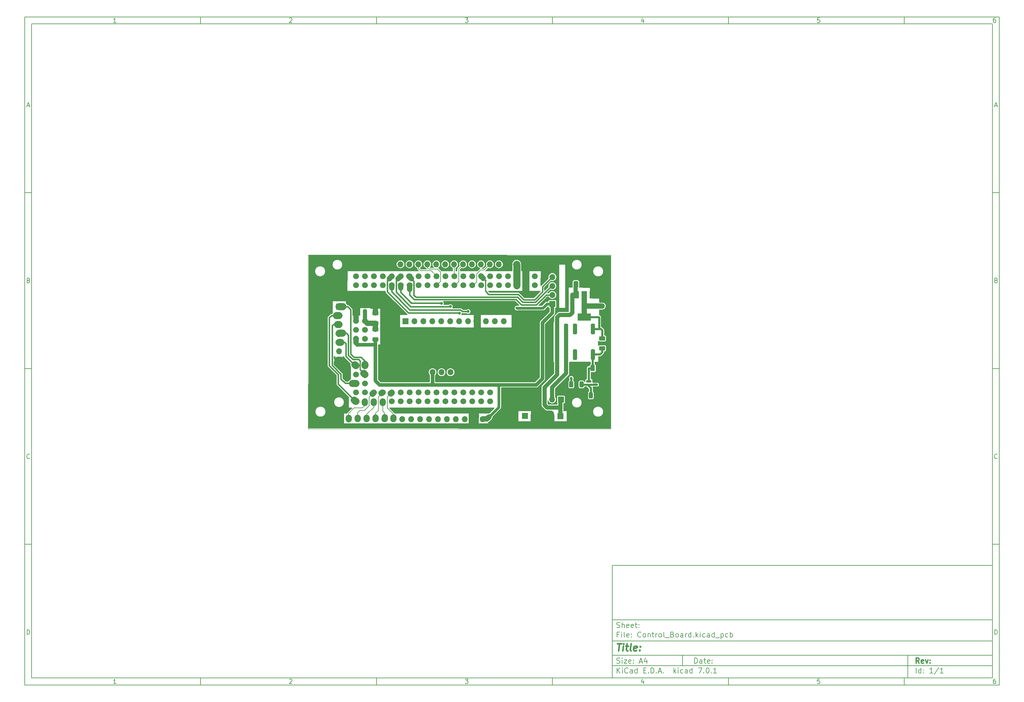
<source format=gbr>
%TF.GenerationSoftware,KiCad,Pcbnew,7.0.1*%
%TF.CreationDate,2024-01-20T13:41:41+00:00*%
%TF.ProjectId,Control_Board,436f6e74-726f-46c5-9f42-6f6172642e6b,rev?*%
%TF.SameCoordinates,Original*%
%TF.FileFunction,Copper,L1,Top*%
%TF.FilePolarity,Positive*%
%FSLAX45Y45*%
G04 Gerber Fmt 4.5, Leading zero omitted, Abs format (unit mm)*
G04 Created by KiCad (PCBNEW 7.0.1) date 2024-01-20 13:41:41*
%MOMM*%
%LPD*%
G01*
G04 APERTURE LIST*
G04 Aperture macros list*
%AMRoundRect*
0 Rectangle with rounded corners*
0 $1 Rounding radius*
0 $2 $3 $4 $5 $6 $7 $8 $9 X,Y pos of 4 corners*
0 Add a 4 corners polygon primitive as box body*
4,1,4,$2,$3,$4,$5,$6,$7,$8,$9,$2,$3,0*
0 Add four circle primitives for the rounded corners*
1,1,$1+$1,$2,$3*
1,1,$1+$1,$4,$5*
1,1,$1+$1,$6,$7*
1,1,$1+$1,$8,$9*
0 Add four rect primitives between the rounded corners*
20,1,$1+$1,$2,$3,$4,$5,0*
20,1,$1+$1,$4,$5,$6,$7,0*
20,1,$1+$1,$6,$7,$8,$9,0*
20,1,$1+$1,$8,$9,$2,$3,0*%
G04 Aperture macros list end*
%ADD10C,0.100000*%
%ADD11C,0.150000*%
%ADD12C,0.300000*%
%ADD13C,0.400000*%
%TA.AperFunction,SMDPad,CuDef*%
%ADD14R,1.500000X2.000000*%
%TD*%
%TA.AperFunction,SMDPad,CuDef*%
%ADD15R,3.800000X2.000000*%
%TD*%
%TA.AperFunction,SMDPad,CuDef*%
%ADD16RoundRect,0.250000X-0.412500X-0.650000X0.412500X-0.650000X0.412500X0.650000X-0.412500X0.650000X0*%
%TD*%
%TA.AperFunction,ComponentPad*%
%ADD17R,1.700000X1.700000*%
%TD*%
%TA.AperFunction,ComponentPad*%
%ADD18O,1.700000X1.700000*%
%TD*%
%TA.AperFunction,SMDPad,CuDef*%
%ADD19RoundRect,0.250000X-0.375000X-0.625000X0.375000X-0.625000X0.375000X0.625000X-0.375000X0.625000X0*%
%TD*%
%TA.AperFunction,SMDPad,CuDef*%
%ADD20RoundRect,0.250000X0.625000X-0.312500X0.625000X0.312500X-0.625000X0.312500X-0.625000X-0.312500X0*%
%TD*%
%TA.AperFunction,SMDPad,CuDef*%
%ADD21RoundRect,0.150000X0.587500X0.150000X-0.587500X0.150000X-0.587500X-0.150000X0.587500X-0.150000X0*%
%TD*%
%TA.AperFunction,SMDPad,CuDef*%
%ADD22RoundRect,0.250000X-0.625000X0.375000X-0.625000X-0.375000X0.625000X-0.375000X0.625000X0.375000X0*%
%TD*%
%TA.AperFunction,SMDPad,CuDef*%
%ADD23RoundRect,0.250000X-0.312500X-0.625000X0.312500X-0.625000X0.312500X0.625000X-0.312500X0.625000X0*%
%TD*%
%TA.AperFunction,SMDPad,CuDef*%
%ADD24RoundRect,0.249750X0.305250X1.250250X-0.305250X1.250250X-0.305250X-1.250250X0.305250X-1.250250X0*%
%TD*%
%TA.AperFunction,SMDPad,CuDef*%
%ADD25RoundRect,0.250000X-0.650000X0.412500X-0.650000X-0.412500X0.650000X-0.412500X0.650000X0.412500X0*%
%TD*%
%TA.AperFunction,ComponentPad*%
%ADD26R,1.000000X1.000000*%
%TD*%
%TA.AperFunction,ComponentPad*%
%ADD27O,1.000000X1.000000*%
%TD*%
%TA.AperFunction,ComponentPad*%
%ADD28C,1.676400*%
%TD*%
%TA.AperFunction,ViaPad*%
%ADD29C,0.800000*%
%TD*%
%TA.AperFunction,Conductor*%
%ADD30C,0.600000*%
%TD*%
%TA.AperFunction,Conductor*%
%ADD31C,1.500000*%
%TD*%
%TA.AperFunction,Conductor*%
%ADD32C,1.200000*%
%TD*%
%TA.AperFunction,Conductor*%
%ADD33C,2.000000*%
%TD*%
%TA.AperFunction,Conductor*%
%ADD34C,1.800000*%
%TD*%
%TA.AperFunction,Conductor*%
%ADD35C,0.400000*%
%TD*%
%TA.AperFunction,Conductor*%
%ADD36C,0.200000*%
%TD*%
%TA.AperFunction,Conductor*%
%ADD37C,0.350000*%
%TD*%
%TA.AperFunction,Conductor*%
%ADD38C,1.000000*%
%TD*%
%TA.AperFunction,Conductor*%
%ADD39C,0.800000*%
%TD*%
%TA.AperFunction,Profile*%
%ADD40C,0.200000*%
%TD*%
%TA.AperFunction,Profile*%
%ADD41C,0.100000*%
%TD*%
G04 APERTURE END LIST*
D10*
D11*
X17700220Y-16600720D02*
X28500220Y-16600720D01*
X28500220Y-19800720D01*
X17700220Y-19800720D01*
X17700220Y-16600720D01*
D10*
D11*
X1000000Y-1000000D02*
X28700220Y-1000000D01*
X28700220Y-20000720D01*
X1000000Y-20000720D01*
X1000000Y-1000000D01*
D10*
D11*
X1200000Y-1200000D02*
X28500220Y-1200000D01*
X28500220Y-19800720D01*
X1200000Y-19800720D01*
X1200000Y-1200000D01*
D10*
D11*
X6000000Y-1200000D02*
X6000000Y-1000000D01*
D10*
D11*
X11000000Y-1200000D02*
X11000000Y-1000000D01*
D10*
D11*
X16000000Y-1200000D02*
X16000000Y-1000000D01*
D10*
D11*
X21000000Y-1200000D02*
X21000000Y-1000000D01*
D10*
D11*
X26000000Y-1200000D02*
X26000000Y-1000000D01*
D10*
D11*
X3599048Y-1160140D02*
X3524762Y-1160140D01*
X3561905Y-1160140D02*
X3561905Y-1030140D01*
X3561905Y-1030140D02*
X3549524Y-1048712D01*
X3549524Y-1048712D02*
X3537143Y-1061093D01*
X3537143Y-1061093D02*
X3524762Y-1067283D01*
D10*
D11*
X8524762Y-1042521D02*
X8530952Y-1036331D01*
X8530952Y-1036331D02*
X8543333Y-1030140D01*
X8543333Y-1030140D02*
X8574286Y-1030140D01*
X8574286Y-1030140D02*
X8586667Y-1036331D01*
X8586667Y-1036331D02*
X8592857Y-1042521D01*
X8592857Y-1042521D02*
X8599048Y-1054902D01*
X8599048Y-1054902D02*
X8599048Y-1067283D01*
X8599048Y-1067283D02*
X8592857Y-1085855D01*
X8592857Y-1085855D02*
X8518571Y-1160140D01*
X8518571Y-1160140D02*
X8599048Y-1160140D01*
D10*
D11*
X13518571Y-1030140D02*
X13599048Y-1030140D01*
X13599048Y-1030140D02*
X13555714Y-1079664D01*
X13555714Y-1079664D02*
X13574286Y-1079664D01*
X13574286Y-1079664D02*
X13586667Y-1085855D01*
X13586667Y-1085855D02*
X13592857Y-1092045D01*
X13592857Y-1092045D02*
X13599048Y-1104426D01*
X13599048Y-1104426D02*
X13599048Y-1135379D01*
X13599048Y-1135379D02*
X13592857Y-1147760D01*
X13592857Y-1147760D02*
X13586667Y-1153950D01*
X13586667Y-1153950D02*
X13574286Y-1160140D01*
X13574286Y-1160140D02*
X13537143Y-1160140D01*
X13537143Y-1160140D02*
X13524762Y-1153950D01*
X13524762Y-1153950D02*
X13518571Y-1147760D01*
D10*
D11*
X18586667Y-1073474D02*
X18586667Y-1160140D01*
X18555714Y-1023950D02*
X18524762Y-1116807D01*
X18524762Y-1116807D02*
X18605238Y-1116807D01*
D10*
D11*
X23592857Y-1030140D02*
X23530952Y-1030140D01*
X23530952Y-1030140D02*
X23524762Y-1092045D01*
X23524762Y-1092045D02*
X23530952Y-1085855D01*
X23530952Y-1085855D02*
X23543333Y-1079664D01*
X23543333Y-1079664D02*
X23574286Y-1079664D01*
X23574286Y-1079664D02*
X23586667Y-1085855D01*
X23586667Y-1085855D02*
X23592857Y-1092045D01*
X23592857Y-1092045D02*
X23599048Y-1104426D01*
X23599048Y-1104426D02*
X23599048Y-1135379D01*
X23599048Y-1135379D02*
X23592857Y-1147760D01*
X23592857Y-1147760D02*
X23586667Y-1153950D01*
X23586667Y-1153950D02*
X23574286Y-1160140D01*
X23574286Y-1160140D02*
X23543333Y-1160140D01*
X23543333Y-1160140D02*
X23530952Y-1153950D01*
X23530952Y-1153950D02*
X23524762Y-1147760D01*
D10*
D11*
X28586667Y-1030140D02*
X28561905Y-1030140D01*
X28561905Y-1030140D02*
X28549524Y-1036331D01*
X28549524Y-1036331D02*
X28543333Y-1042521D01*
X28543333Y-1042521D02*
X28530952Y-1061093D01*
X28530952Y-1061093D02*
X28524762Y-1085855D01*
X28524762Y-1085855D02*
X28524762Y-1135379D01*
X28524762Y-1135379D02*
X28530952Y-1147760D01*
X28530952Y-1147760D02*
X28537143Y-1153950D01*
X28537143Y-1153950D02*
X28549524Y-1160140D01*
X28549524Y-1160140D02*
X28574286Y-1160140D01*
X28574286Y-1160140D02*
X28586667Y-1153950D01*
X28586667Y-1153950D02*
X28592857Y-1147760D01*
X28592857Y-1147760D02*
X28599048Y-1135379D01*
X28599048Y-1135379D02*
X28599048Y-1104426D01*
X28599048Y-1104426D02*
X28592857Y-1092045D01*
X28592857Y-1092045D02*
X28586667Y-1085855D01*
X28586667Y-1085855D02*
X28574286Y-1079664D01*
X28574286Y-1079664D02*
X28549524Y-1079664D01*
X28549524Y-1079664D02*
X28537143Y-1085855D01*
X28537143Y-1085855D02*
X28530952Y-1092045D01*
X28530952Y-1092045D02*
X28524762Y-1104426D01*
D10*
D11*
X6000000Y-19800720D02*
X6000000Y-20000720D01*
D10*
D11*
X11000000Y-19800720D02*
X11000000Y-20000720D01*
D10*
D11*
X16000000Y-19800720D02*
X16000000Y-20000720D01*
D10*
D11*
X21000000Y-19800720D02*
X21000000Y-20000720D01*
D10*
D11*
X26000000Y-19800720D02*
X26000000Y-20000720D01*
D10*
D11*
X3599048Y-19960860D02*
X3524762Y-19960860D01*
X3561905Y-19960860D02*
X3561905Y-19830860D01*
X3561905Y-19830860D02*
X3549524Y-19849432D01*
X3549524Y-19849432D02*
X3537143Y-19861813D01*
X3537143Y-19861813D02*
X3524762Y-19868003D01*
D10*
D11*
X8524762Y-19843241D02*
X8530952Y-19837051D01*
X8530952Y-19837051D02*
X8543333Y-19830860D01*
X8543333Y-19830860D02*
X8574286Y-19830860D01*
X8574286Y-19830860D02*
X8586667Y-19837051D01*
X8586667Y-19837051D02*
X8592857Y-19843241D01*
X8592857Y-19843241D02*
X8599048Y-19855622D01*
X8599048Y-19855622D02*
X8599048Y-19868003D01*
X8599048Y-19868003D02*
X8592857Y-19886575D01*
X8592857Y-19886575D02*
X8518571Y-19960860D01*
X8518571Y-19960860D02*
X8599048Y-19960860D01*
D10*
D11*
X13518571Y-19830860D02*
X13599048Y-19830860D01*
X13599048Y-19830860D02*
X13555714Y-19880384D01*
X13555714Y-19880384D02*
X13574286Y-19880384D01*
X13574286Y-19880384D02*
X13586667Y-19886575D01*
X13586667Y-19886575D02*
X13592857Y-19892765D01*
X13592857Y-19892765D02*
X13599048Y-19905146D01*
X13599048Y-19905146D02*
X13599048Y-19936099D01*
X13599048Y-19936099D02*
X13592857Y-19948480D01*
X13592857Y-19948480D02*
X13586667Y-19954670D01*
X13586667Y-19954670D02*
X13574286Y-19960860D01*
X13574286Y-19960860D02*
X13537143Y-19960860D01*
X13537143Y-19960860D02*
X13524762Y-19954670D01*
X13524762Y-19954670D02*
X13518571Y-19948480D01*
D10*
D11*
X18586667Y-19874194D02*
X18586667Y-19960860D01*
X18555714Y-19824670D02*
X18524762Y-19917527D01*
X18524762Y-19917527D02*
X18605238Y-19917527D01*
D10*
D11*
X23592857Y-19830860D02*
X23530952Y-19830860D01*
X23530952Y-19830860D02*
X23524762Y-19892765D01*
X23524762Y-19892765D02*
X23530952Y-19886575D01*
X23530952Y-19886575D02*
X23543333Y-19880384D01*
X23543333Y-19880384D02*
X23574286Y-19880384D01*
X23574286Y-19880384D02*
X23586667Y-19886575D01*
X23586667Y-19886575D02*
X23592857Y-19892765D01*
X23592857Y-19892765D02*
X23599048Y-19905146D01*
X23599048Y-19905146D02*
X23599048Y-19936099D01*
X23599048Y-19936099D02*
X23592857Y-19948480D01*
X23592857Y-19948480D02*
X23586667Y-19954670D01*
X23586667Y-19954670D02*
X23574286Y-19960860D01*
X23574286Y-19960860D02*
X23543333Y-19960860D01*
X23543333Y-19960860D02*
X23530952Y-19954670D01*
X23530952Y-19954670D02*
X23524762Y-19948480D01*
D10*
D11*
X28586667Y-19830860D02*
X28561905Y-19830860D01*
X28561905Y-19830860D02*
X28549524Y-19837051D01*
X28549524Y-19837051D02*
X28543333Y-19843241D01*
X28543333Y-19843241D02*
X28530952Y-19861813D01*
X28530952Y-19861813D02*
X28524762Y-19886575D01*
X28524762Y-19886575D02*
X28524762Y-19936099D01*
X28524762Y-19936099D02*
X28530952Y-19948480D01*
X28530952Y-19948480D02*
X28537143Y-19954670D01*
X28537143Y-19954670D02*
X28549524Y-19960860D01*
X28549524Y-19960860D02*
X28574286Y-19960860D01*
X28574286Y-19960860D02*
X28586667Y-19954670D01*
X28586667Y-19954670D02*
X28592857Y-19948480D01*
X28592857Y-19948480D02*
X28599048Y-19936099D01*
X28599048Y-19936099D02*
X28599048Y-19905146D01*
X28599048Y-19905146D02*
X28592857Y-19892765D01*
X28592857Y-19892765D02*
X28586667Y-19886575D01*
X28586667Y-19886575D02*
X28574286Y-19880384D01*
X28574286Y-19880384D02*
X28549524Y-19880384D01*
X28549524Y-19880384D02*
X28537143Y-19886575D01*
X28537143Y-19886575D02*
X28530952Y-19892765D01*
X28530952Y-19892765D02*
X28524762Y-19905146D01*
D10*
D11*
X1000000Y-6000000D02*
X1200000Y-6000000D01*
D10*
D11*
X1000000Y-11000000D02*
X1200000Y-11000000D01*
D10*
D11*
X1000000Y-16000000D02*
X1200000Y-16000000D01*
D10*
D11*
X1069048Y-3522998D02*
X1130952Y-3522998D01*
X1056667Y-3560140D02*
X1100000Y-3430140D01*
X1100000Y-3430140D02*
X1143333Y-3560140D01*
D10*
D11*
X1109286Y-8492045D02*
X1127857Y-8498236D01*
X1127857Y-8498236D02*
X1134048Y-8504426D01*
X1134048Y-8504426D02*
X1140238Y-8516807D01*
X1140238Y-8516807D02*
X1140238Y-8535379D01*
X1140238Y-8535379D02*
X1134048Y-8547760D01*
X1134048Y-8547760D02*
X1127857Y-8553950D01*
X1127857Y-8553950D02*
X1115476Y-8560140D01*
X1115476Y-8560140D02*
X1065952Y-8560140D01*
X1065952Y-8560140D02*
X1065952Y-8430140D01*
X1065952Y-8430140D02*
X1109286Y-8430140D01*
X1109286Y-8430140D02*
X1121667Y-8436331D01*
X1121667Y-8436331D02*
X1127857Y-8442521D01*
X1127857Y-8442521D02*
X1134048Y-8454902D01*
X1134048Y-8454902D02*
X1134048Y-8467283D01*
X1134048Y-8467283D02*
X1127857Y-8479664D01*
X1127857Y-8479664D02*
X1121667Y-8485855D01*
X1121667Y-8485855D02*
X1109286Y-8492045D01*
X1109286Y-8492045D02*
X1065952Y-8492045D01*
D10*
D11*
X1140238Y-13547759D02*
X1134048Y-13553950D01*
X1134048Y-13553950D02*
X1115476Y-13560140D01*
X1115476Y-13560140D02*
X1103095Y-13560140D01*
X1103095Y-13560140D02*
X1084524Y-13553950D01*
X1084524Y-13553950D02*
X1072143Y-13541569D01*
X1072143Y-13541569D02*
X1065952Y-13529188D01*
X1065952Y-13529188D02*
X1059762Y-13504426D01*
X1059762Y-13504426D02*
X1059762Y-13485855D01*
X1059762Y-13485855D02*
X1065952Y-13461093D01*
X1065952Y-13461093D02*
X1072143Y-13448712D01*
X1072143Y-13448712D02*
X1084524Y-13436331D01*
X1084524Y-13436331D02*
X1103095Y-13430140D01*
X1103095Y-13430140D02*
X1115476Y-13430140D01*
X1115476Y-13430140D02*
X1134048Y-13436331D01*
X1134048Y-13436331D02*
X1140238Y-13442521D01*
D10*
D11*
X1065952Y-18560140D02*
X1065952Y-18430140D01*
X1065952Y-18430140D02*
X1096905Y-18430140D01*
X1096905Y-18430140D02*
X1115476Y-18436331D01*
X1115476Y-18436331D02*
X1127857Y-18448712D01*
X1127857Y-18448712D02*
X1134048Y-18461093D01*
X1134048Y-18461093D02*
X1140238Y-18485855D01*
X1140238Y-18485855D02*
X1140238Y-18504426D01*
X1140238Y-18504426D02*
X1134048Y-18529188D01*
X1134048Y-18529188D02*
X1127857Y-18541569D01*
X1127857Y-18541569D02*
X1115476Y-18553950D01*
X1115476Y-18553950D02*
X1096905Y-18560140D01*
X1096905Y-18560140D02*
X1065952Y-18560140D01*
D10*
D11*
X28700220Y-6000000D02*
X28500220Y-6000000D01*
D10*
D11*
X28700220Y-11000000D02*
X28500220Y-11000000D01*
D10*
D11*
X28700220Y-16000000D02*
X28500220Y-16000000D01*
D10*
D11*
X28569268Y-3522998D02*
X28631172Y-3522998D01*
X28556887Y-3560140D02*
X28600220Y-3430140D01*
X28600220Y-3430140D02*
X28643553Y-3560140D01*
D10*
D11*
X28609506Y-8492045D02*
X28628077Y-8498236D01*
X28628077Y-8498236D02*
X28634268Y-8504426D01*
X28634268Y-8504426D02*
X28640458Y-8516807D01*
X28640458Y-8516807D02*
X28640458Y-8535379D01*
X28640458Y-8535379D02*
X28634268Y-8547760D01*
X28634268Y-8547760D02*
X28628077Y-8553950D01*
X28628077Y-8553950D02*
X28615696Y-8560140D01*
X28615696Y-8560140D02*
X28566172Y-8560140D01*
X28566172Y-8560140D02*
X28566172Y-8430140D01*
X28566172Y-8430140D02*
X28609506Y-8430140D01*
X28609506Y-8430140D02*
X28621887Y-8436331D01*
X28621887Y-8436331D02*
X28628077Y-8442521D01*
X28628077Y-8442521D02*
X28634268Y-8454902D01*
X28634268Y-8454902D02*
X28634268Y-8467283D01*
X28634268Y-8467283D02*
X28628077Y-8479664D01*
X28628077Y-8479664D02*
X28621887Y-8485855D01*
X28621887Y-8485855D02*
X28609506Y-8492045D01*
X28609506Y-8492045D02*
X28566172Y-8492045D01*
D10*
D11*
X28640458Y-13547759D02*
X28634268Y-13553950D01*
X28634268Y-13553950D02*
X28615696Y-13560140D01*
X28615696Y-13560140D02*
X28603315Y-13560140D01*
X28603315Y-13560140D02*
X28584744Y-13553950D01*
X28584744Y-13553950D02*
X28572363Y-13541569D01*
X28572363Y-13541569D02*
X28566172Y-13529188D01*
X28566172Y-13529188D02*
X28559982Y-13504426D01*
X28559982Y-13504426D02*
X28559982Y-13485855D01*
X28559982Y-13485855D02*
X28566172Y-13461093D01*
X28566172Y-13461093D02*
X28572363Y-13448712D01*
X28572363Y-13448712D02*
X28584744Y-13436331D01*
X28584744Y-13436331D02*
X28603315Y-13430140D01*
X28603315Y-13430140D02*
X28615696Y-13430140D01*
X28615696Y-13430140D02*
X28634268Y-13436331D01*
X28634268Y-13436331D02*
X28640458Y-13442521D01*
D10*
D11*
X28566172Y-18560140D02*
X28566172Y-18430140D01*
X28566172Y-18430140D02*
X28597125Y-18430140D01*
X28597125Y-18430140D02*
X28615696Y-18436331D01*
X28615696Y-18436331D02*
X28628077Y-18448712D01*
X28628077Y-18448712D02*
X28634268Y-18461093D01*
X28634268Y-18461093D02*
X28640458Y-18485855D01*
X28640458Y-18485855D02*
X28640458Y-18504426D01*
X28640458Y-18504426D02*
X28634268Y-18529188D01*
X28634268Y-18529188D02*
X28628077Y-18541569D01*
X28628077Y-18541569D02*
X28615696Y-18553950D01*
X28615696Y-18553950D02*
X28597125Y-18560140D01*
X28597125Y-18560140D02*
X28566172Y-18560140D01*
D10*
D11*
X20035934Y-19380113D02*
X20035934Y-19230113D01*
X20035934Y-19230113D02*
X20071649Y-19230113D01*
X20071649Y-19230113D02*
X20093077Y-19237256D01*
X20093077Y-19237256D02*
X20107363Y-19251541D01*
X20107363Y-19251541D02*
X20114506Y-19265827D01*
X20114506Y-19265827D02*
X20121649Y-19294399D01*
X20121649Y-19294399D02*
X20121649Y-19315827D01*
X20121649Y-19315827D02*
X20114506Y-19344399D01*
X20114506Y-19344399D02*
X20107363Y-19358684D01*
X20107363Y-19358684D02*
X20093077Y-19372970D01*
X20093077Y-19372970D02*
X20071649Y-19380113D01*
X20071649Y-19380113D02*
X20035934Y-19380113D01*
X20250220Y-19380113D02*
X20250220Y-19301541D01*
X20250220Y-19301541D02*
X20243077Y-19287256D01*
X20243077Y-19287256D02*
X20228791Y-19280113D01*
X20228791Y-19280113D02*
X20200220Y-19280113D01*
X20200220Y-19280113D02*
X20185934Y-19287256D01*
X20250220Y-19372970D02*
X20235934Y-19380113D01*
X20235934Y-19380113D02*
X20200220Y-19380113D01*
X20200220Y-19380113D02*
X20185934Y-19372970D01*
X20185934Y-19372970D02*
X20178791Y-19358684D01*
X20178791Y-19358684D02*
X20178791Y-19344399D01*
X20178791Y-19344399D02*
X20185934Y-19330113D01*
X20185934Y-19330113D02*
X20200220Y-19322970D01*
X20200220Y-19322970D02*
X20235934Y-19322970D01*
X20235934Y-19322970D02*
X20250220Y-19315827D01*
X20300220Y-19280113D02*
X20357363Y-19280113D01*
X20321649Y-19230113D02*
X20321649Y-19358684D01*
X20321649Y-19358684D02*
X20328791Y-19372970D01*
X20328791Y-19372970D02*
X20343077Y-19380113D01*
X20343077Y-19380113D02*
X20357363Y-19380113D01*
X20464506Y-19372970D02*
X20450220Y-19380113D01*
X20450220Y-19380113D02*
X20421649Y-19380113D01*
X20421649Y-19380113D02*
X20407363Y-19372970D01*
X20407363Y-19372970D02*
X20400220Y-19358684D01*
X20400220Y-19358684D02*
X20400220Y-19301541D01*
X20400220Y-19301541D02*
X20407363Y-19287256D01*
X20407363Y-19287256D02*
X20421649Y-19280113D01*
X20421649Y-19280113D02*
X20450220Y-19280113D01*
X20450220Y-19280113D02*
X20464506Y-19287256D01*
X20464506Y-19287256D02*
X20471649Y-19301541D01*
X20471649Y-19301541D02*
X20471649Y-19315827D01*
X20471649Y-19315827D02*
X20400220Y-19330113D01*
X20535934Y-19365827D02*
X20543077Y-19372970D01*
X20543077Y-19372970D02*
X20535934Y-19380113D01*
X20535934Y-19380113D02*
X20528791Y-19372970D01*
X20528791Y-19372970D02*
X20535934Y-19365827D01*
X20535934Y-19365827D02*
X20535934Y-19380113D01*
X20535934Y-19287256D02*
X20543077Y-19294399D01*
X20543077Y-19294399D02*
X20535934Y-19301541D01*
X20535934Y-19301541D02*
X20528791Y-19294399D01*
X20528791Y-19294399D02*
X20535934Y-19287256D01*
X20535934Y-19287256D02*
X20535934Y-19301541D01*
D10*
D11*
X17700220Y-19450720D02*
X28500220Y-19450720D01*
D10*
D11*
X17835934Y-19660113D02*
X17835934Y-19510113D01*
X17921649Y-19660113D02*
X17857363Y-19574399D01*
X17921649Y-19510113D02*
X17835934Y-19595827D01*
X17985934Y-19660113D02*
X17985934Y-19560113D01*
X17985934Y-19510113D02*
X17978791Y-19517256D01*
X17978791Y-19517256D02*
X17985934Y-19524399D01*
X17985934Y-19524399D02*
X17993077Y-19517256D01*
X17993077Y-19517256D02*
X17985934Y-19510113D01*
X17985934Y-19510113D02*
X17985934Y-19524399D01*
X18143077Y-19645827D02*
X18135934Y-19652970D01*
X18135934Y-19652970D02*
X18114506Y-19660113D01*
X18114506Y-19660113D02*
X18100220Y-19660113D01*
X18100220Y-19660113D02*
X18078791Y-19652970D01*
X18078791Y-19652970D02*
X18064506Y-19638684D01*
X18064506Y-19638684D02*
X18057363Y-19624399D01*
X18057363Y-19624399D02*
X18050220Y-19595827D01*
X18050220Y-19595827D02*
X18050220Y-19574399D01*
X18050220Y-19574399D02*
X18057363Y-19545827D01*
X18057363Y-19545827D02*
X18064506Y-19531541D01*
X18064506Y-19531541D02*
X18078791Y-19517256D01*
X18078791Y-19517256D02*
X18100220Y-19510113D01*
X18100220Y-19510113D02*
X18114506Y-19510113D01*
X18114506Y-19510113D02*
X18135934Y-19517256D01*
X18135934Y-19517256D02*
X18143077Y-19524399D01*
X18271649Y-19660113D02*
X18271649Y-19581541D01*
X18271649Y-19581541D02*
X18264506Y-19567256D01*
X18264506Y-19567256D02*
X18250220Y-19560113D01*
X18250220Y-19560113D02*
X18221649Y-19560113D01*
X18221649Y-19560113D02*
X18207363Y-19567256D01*
X18271649Y-19652970D02*
X18257363Y-19660113D01*
X18257363Y-19660113D02*
X18221649Y-19660113D01*
X18221649Y-19660113D02*
X18207363Y-19652970D01*
X18207363Y-19652970D02*
X18200220Y-19638684D01*
X18200220Y-19638684D02*
X18200220Y-19624399D01*
X18200220Y-19624399D02*
X18207363Y-19610113D01*
X18207363Y-19610113D02*
X18221649Y-19602970D01*
X18221649Y-19602970D02*
X18257363Y-19602970D01*
X18257363Y-19602970D02*
X18271649Y-19595827D01*
X18407363Y-19660113D02*
X18407363Y-19510113D01*
X18407363Y-19652970D02*
X18393077Y-19660113D01*
X18393077Y-19660113D02*
X18364506Y-19660113D01*
X18364506Y-19660113D02*
X18350220Y-19652970D01*
X18350220Y-19652970D02*
X18343077Y-19645827D01*
X18343077Y-19645827D02*
X18335934Y-19631541D01*
X18335934Y-19631541D02*
X18335934Y-19588684D01*
X18335934Y-19588684D02*
X18343077Y-19574399D01*
X18343077Y-19574399D02*
X18350220Y-19567256D01*
X18350220Y-19567256D02*
X18364506Y-19560113D01*
X18364506Y-19560113D02*
X18393077Y-19560113D01*
X18393077Y-19560113D02*
X18407363Y-19567256D01*
X18593077Y-19581541D02*
X18643077Y-19581541D01*
X18664506Y-19660113D02*
X18593077Y-19660113D01*
X18593077Y-19660113D02*
X18593077Y-19510113D01*
X18593077Y-19510113D02*
X18664506Y-19510113D01*
X18728791Y-19645827D02*
X18735934Y-19652970D01*
X18735934Y-19652970D02*
X18728791Y-19660113D01*
X18728791Y-19660113D02*
X18721649Y-19652970D01*
X18721649Y-19652970D02*
X18728791Y-19645827D01*
X18728791Y-19645827D02*
X18728791Y-19660113D01*
X18800220Y-19660113D02*
X18800220Y-19510113D01*
X18800220Y-19510113D02*
X18835934Y-19510113D01*
X18835934Y-19510113D02*
X18857363Y-19517256D01*
X18857363Y-19517256D02*
X18871649Y-19531541D01*
X18871649Y-19531541D02*
X18878792Y-19545827D01*
X18878792Y-19545827D02*
X18885934Y-19574399D01*
X18885934Y-19574399D02*
X18885934Y-19595827D01*
X18885934Y-19595827D02*
X18878792Y-19624399D01*
X18878792Y-19624399D02*
X18871649Y-19638684D01*
X18871649Y-19638684D02*
X18857363Y-19652970D01*
X18857363Y-19652970D02*
X18835934Y-19660113D01*
X18835934Y-19660113D02*
X18800220Y-19660113D01*
X18950220Y-19645827D02*
X18957363Y-19652970D01*
X18957363Y-19652970D02*
X18950220Y-19660113D01*
X18950220Y-19660113D02*
X18943077Y-19652970D01*
X18943077Y-19652970D02*
X18950220Y-19645827D01*
X18950220Y-19645827D02*
X18950220Y-19660113D01*
X19014506Y-19617256D02*
X19085934Y-19617256D01*
X19000220Y-19660113D02*
X19050220Y-19510113D01*
X19050220Y-19510113D02*
X19100220Y-19660113D01*
X19150220Y-19645827D02*
X19157363Y-19652970D01*
X19157363Y-19652970D02*
X19150220Y-19660113D01*
X19150220Y-19660113D02*
X19143077Y-19652970D01*
X19143077Y-19652970D02*
X19150220Y-19645827D01*
X19150220Y-19645827D02*
X19150220Y-19660113D01*
X19450220Y-19660113D02*
X19450220Y-19510113D01*
X19464506Y-19602970D02*
X19507363Y-19660113D01*
X19507363Y-19560113D02*
X19450220Y-19617256D01*
X19571649Y-19660113D02*
X19571649Y-19560113D01*
X19571649Y-19510113D02*
X19564506Y-19517256D01*
X19564506Y-19517256D02*
X19571649Y-19524399D01*
X19571649Y-19524399D02*
X19578792Y-19517256D01*
X19578792Y-19517256D02*
X19571649Y-19510113D01*
X19571649Y-19510113D02*
X19571649Y-19524399D01*
X19707363Y-19652970D02*
X19693077Y-19660113D01*
X19693077Y-19660113D02*
X19664506Y-19660113D01*
X19664506Y-19660113D02*
X19650220Y-19652970D01*
X19650220Y-19652970D02*
X19643077Y-19645827D01*
X19643077Y-19645827D02*
X19635934Y-19631541D01*
X19635934Y-19631541D02*
X19635934Y-19588684D01*
X19635934Y-19588684D02*
X19643077Y-19574399D01*
X19643077Y-19574399D02*
X19650220Y-19567256D01*
X19650220Y-19567256D02*
X19664506Y-19560113D01*
X19664506Y-19560113D02*
X19693077Y-19560113D01*
X19693077Y-19560113D02*
X19707363Y-19567256D01*
X19835934Y-19660113D02*
X19835934Y-19581541D01*
X19835934Y-19581541D02*
X19828792Y-19567256D01*
X19828792Y-19567256D02*
X19814506Y-19560113D01*
X19814506Y-19560113D02*
X19785934Y-19560113D01*
X19785934Y-19560113D02*
X19771649Y-19567256D01*
X19835934Y-19652970D02*
X19821649Y-19660113D01*
X19821649Y-19660113D02*
X19785934Y-19660113D01*
X19785934Y-19660113D02*
X19771649Y-19652970D01*
X19771649Y-19652970D02*
X19764506Y-19638684D01*
X19764506Y-19638684D02*
X19764506Y-19624399D01*
X19764506Y-19624399D02*
X19771649Y-19610113D01*
X19771649Y-19610113D02*
X19785934Y-19602970D01*
X19785934Y-19602970D02*
X19821649Y-19602970D01*
X19821649Y-19602970D02*
X19835934Y-19595827D01*
X19971649Y-19660113D02*
X19971649Y-19510113D01*
X19971649Y-19652970D02*
X19957363Y-19660113D01*
X19957363Y-19660113D02*
X19928792Y-19660113D01*
X19928792Y-19660113D02*
X19914506Y-19652970D01*
X19914506Y-19652970D02*
X19907363Y-19645827D01*
X19907363Y-19645827D02*
X19900220Y-19631541D01*
X19900220Y-19631541D02*
X19900220Y-19588684D01*
X19900220Y-19588684D02*
X19907363Y-19574399D01*
X19907363Y-19574399D02*
X19914506Y-19567256D01*
X19914506Y-19567256D02*
X19928792Y-19560113D01*
X19928792Y-19560113D02*
X19957363Y-19560113D01*
X19957363Y-19560113D02*
X19971649Y-19567256D01*
X20143077Y-19510113D02*
X20243077Y-19510113D01*
X20243077Y-19510113D02*
X20178792Y-19660113D01*
X20300220Y-19645827D02*
X20307363Y-19652970D01*
X20307363Y-19652970D02*
X20300220Y-19660113D01*
X20300220Y-19660113D02*
X20293077Y-19652970D01*
X20293077Y-19652970D02*
X20300220Y-19645827D01*
X20300220Y-19645827D02*
X20300220Y-19660113D01*
X20400220Y-19510113D02*
X20414506Y-19510113D01*
X20414506Y-19510113D02*
X20428792Y-19517256D01*
X20428792Y-19517256D02*
X20435934Y-19524399D01*
X20435934Y-19524399D02*
X20443077Y-19538684D01*
X20443077Y-19538684D02*
X20450220Y-19567256D01*
X20450220Y-19567256D02*
X20450220Y-19602970D01*
X20450220Y-19602970D02*
X20443077Y-19631541D01*
X20443077Y-19631541D02*
X20435934Y-19645827D01*
X20435934Y-19645827D02*
X20428792Y-19652970D01*
X20428792Y-19652970D02*
X20414506Y-19660113D01*
X20414506Y-19660113D02*
X20400220Y-19660113D01*
X20400220Y-19660113D02*
X20385934Y-19652970D01*
X20385934Y-19652970D02*
X20378792Y-19645827D01*
X20378792Y-19645827D02*
X20371649Y-19631541D01*
X20371649Y-19631541D02*
X20364506Y-19602970D01*
X20364506Y-19602970D02*
X20364506Y-19567256D01*
X20364506Y-19567256D02*
X20371649Y-19538684D01*
X20371649Y-19538684D02*
X20378792Y-19524399D01*
X20378792Y-19524399D02*
X20385934Y-19517256D01*
X20385934Y-19517256D02*
X20400220Y-19510113D01*
X20514506Y-19645827D02*
X20521649Y-19652970D01*
X20521649Y-19652970D02*
X20514506Y-19660113D01*
X20514506Y-19660113D02*
X20507363Y-19652970D01*
X20507363Y-19652970D02*
X20514506Y-19645827D01*
X20514506Y-19645827D02*
X20514506Y-19660113D01*
X20664506Y-19660113D02*
X20578792Y-19660113D01*
X20621649Y-19660113D02*
X20621649Y-19510113D01*
X20621649Y-19510113D02*
X20607363Y-19531541D01*
X20607363Y-19531541D02*
X20593077Y-19545827D01*
X20593077Y-19545827D02*
X20578792Y-19552970D01*
D10*
D11*
X17700220Y-19150720D02*
X28500220Y-19150720D01*
D10*
D12*
X26421648Y-19380113D02*
X26371648Y-19308684D01*
X26335934Y-19380113D02*
X26335934Y-19230113D01*
X26335934Y-19230113D02*
X26393077Y-19230113D01*
X26393077Y-19230113D02*
X26407363Y-19237256D01*
X26407363Y-19237256D02*
X26414506Y-19244399D01*
X26414506Y-19244399D02*
X26421648Y-19258684D01*
X26421648Y-19258684D02*
X26421648Y-19280113D01*
X26421648Y-19280113D02*
X26414506Y-19294399D01*
X26414506Y-19294399D02*
X26407363Y-19301541D01*
X26407363Y-19301541D02*
X26393077Y-19308684D01*
X26393077Y-19308684D02*
X26335934Y-19308684D01*
X26543077Y-19372970D02*
X26528791Y-19380113D01*
X26528791Y-19380113D02*
X26500220Y-19380113D01*
X26500220Y-19380113D02*
X26485934Y-19372970D01*
X26485934Y-19372970D02*
X26478791Y-19358684D01*
X26478791Y-19358684D02*
X26478791Y-19301541D01*
X26478791Y-19301541D02*
X26485934Y-19287256D01*
X26485934Y-19287256D02*
X26500220Y-19280113D01*
X26500220Y-19280113D02*
X26528791Y-19280113D01*
X26528791Y-19280113D02*
X26543077Y-19287256D01*
X26543077Y-19287256D02*
X26550220Y-19301541D01*
X26550220Y-19301541D02*
X26550220Y-19315827D01*
X26550220Y-19315827D02*
X26478791Y-19330113D01*
X26600220Y-19280113D02*
X26635934Y-19380113D01*
X26635934Y-19380113D02*
X26671648Y-19280113D01*
X26728791Y-19365827D02*
X26735934Y-19372970D01*
X26735934Y-19372970D02*
X26728791Y-19380113D01*
X26728791Y-19380113D02*
X26721648Y-19372970D01*
X26721648Y-19372970D02*
X26728791Y-19365827D01*
X26728791Y-19365827D02*
X26728791Y-19380113D01*
X26728791Y-19287256D02*
X26735934Y-19294399D01*
X26735934Y-19294399D02*
X26728791Y-19301541D01*
X26728791Y-19301541D02*
X26721648Y-19294399D01*
X26721648Y-19294399D02*
X26728791Y-19287256D01*
X26728791Y-19287256D02*
X26728791Y-19301541D01*
D10*
D11*
X17828791Y-19372970D02*
X17850220Y-19380113D01*
X17850220Y-19380113D02*
X17885934Y-19380113D01*
X17885934Y-19380113D02*
X17900220Y-19372970D01*
X17900220Y-19372970D02*
X17907363Y-19365827D01*
X17907363Y-19365827D02*
X17914506Y-19351541D01*
X17914506Y-19351541D02*
X17914506Y-19337256D01*
X17914506Y-19337256D02*
X17907363Y-19322970D01*
X17907363Y-19322970D02*
X17900220Y-19315827D01*
X17900220Y-19315827D02*
X17885934Y-19308684D01*
X17885934Y-19308684D02*
X17857363Y-19301541D01*
X17857363Y-19301541D02*
X17843077Y-19294399D01*
X17843077Y-19294399D02*
X17835934Y-19287256D01*
X17835934Y-19287256D02*
X17828791Y-19272970D01*
X17828791Y-19272970D02*
X17828791Y-19258684D01*
X17828791Y-19258684D02*
X17835934Y-19244399D01*
X17835934Y-19244399D02*
X17843077Y-19237256D01*
X17843077Y-19237256D02*
X17857363Y-19230113D01*
X17857363Y-19230113D02*
X17893077Y-19230113D01*
X17893077Y-19230113D02*
X17914506Y-19237256D01*
X17978791Y-19380113D02*
X17978791Y-19280113D01*
X17978791Y-19230113D02*
X17971649Y-19237256D01*
X17971649Y-19237256D02*
X17978791Y-19244399D01*
X17978791Y-19244399D02*
X17985934Y-19237256D01*
X17985934Y-19237256D02*
X17978791Y-19230113D01*
X17978791Y-19230113D02*
X17978791Y-19244399D01*
X18035934Y-19280113D02*
X18114506Y-19280113D01*
X18114506Y-19280113D02*
X18035934Y-19380113D01*
X18035934Y-19380113D02*
X18114506Y-19380113D01*
X18228791Y-19372970D02*
X18214506Y-19380113D01*
X18214506Y-19380113D02*
X18185934Y-19380113D01*
X18185934Y-19380113D02*
X18171649Y-19372970D01*
X18171649Y-19372970D02*
X18164506Y-19358684D01*
X18164506Y-19358684D02*
X18164506Y-19301541D01*
X18164506Y-19301541D02*
X18171649Y-19287256D01*
X18171649Y-19287256D02*
X18185934Y-19280113D01*
X18185934Y-19280113D02*
X18214506Y-19280113D01*
X18214506Y-19280113D02*
X18228791Y-19287256D01*
X18228791Y-19287256D02*
X18235934Y-19301541D01*
X18235934Y-19301541D02*
X18235934Y-19315827D01*
X18235934Y-19315827D02*
X18164506Y-19330113D01*
X18300220Y-19365827D02*
X18307363Y-19372970D01*
X18307363Y-19372970D02*
X18300220Y-19380113D01*
X18300220Y-19380113D02*
X18293077Y-19372970D01*
X18293077Y-19372970D02*
X18300220Y-19365827D01*
X18300220Y-19365827D02*
X18300220Y-19380113D01*
X18300220Y-19287256D02*
X18307363Y-19294399D01*
X18307363Y-19294399D02*
X18300220Y-19301541D01*
X18300220Y-19301541D02*
X18293077Y-19294399D01*
X18293077Y-19294399D02*
X18300220Y-19287256D01*
X18300220Y-19287256D02*
X18300220Y-19301541D01*
X18478791Y-19337256D02*
X18550220Y-19337256D01*
X18464506Y-19380113D02*
X18514506Y-19230113D01*
X18514506Y-19230113D02*
X18564506Y-19380113D01*
X18678791Y-19280113D02*
X18678791Y-19380113D01*
X18643077Y-19222970D02*
X18607363Y-19330113D01*
X18607363Y-19330113D02*
X18700220Y-19330113D01*
D10*
D11*
X26335934Y-19660113D02*
X26335934Y-19510113D01*
X26471649Y-19660113D02*
X26471649Y-19510113D01*
X26471649Y-19652970D02*
X26457363Y-19660113D01*
X26457363Y-19660113D02*
X26428791Y-19660113D01*
X26428791Y-19660113D02*
X26414506Y-19652970D01*
X26414506Y-19652970D02*
X26407363Y-19645827D01*
X26407363Y-19645827D02*
X26400220Y-19631541D01*
X26400220Y-19631541D02*
X26400220Y-19588684D01*
X26400220Y-19588684D02*
X26407363Y-19574399D01*
X26407363Y-19574399D02*
X26414506Y-19567256D01*
X26414506Y-19567256D02*
X26428791Y-19560113D01*
X26428791Y-19560113D02*
X26457363Y-19560113D01*
X26457363Y-19560113D02*
X26471649Y-19567256D01*
X26543077Y-19645827D02*
X26550220Y-19652970D01*
X26550220Y-19652970D02*
X26543077Y-19660113D01*
X26543077Y-19660113D02*
X26535934Y-19652970D01*
X26535934Y-19652970D02*
X26543077Y-19645827D01*
X26543077Y-19645827D02*
X26543077Y-19660113D01*
X26543077Y-19567256D02*
X26550220Y-19574399D01*
X26550220Y-19574399D02*
X26543077Y-19581541D01*
X26543077Y-19581541D02*
X26535934Y-19574399D01*
X26535934Y-19574399D02*
X26543077Y-19567256D01*
X26543077Y-19567256D02*
X26543077Y-19581541D01*
X26807363Y-19660113D02*
X26721649Y-19660113D01*
X26764506Y-19660113D02*
X26764506Y-19510113D01*
X26764506Y-19510113D02*
X26750220Y-19531541D01*
X26750220Y-19531541D02*
X26735934Y-19545827D01*
X26735934Y-19545827D02*
X26721649Y-19552970D01*
X26978791Y-19502970D02*
X26850220Y-19695827D01*
X27107363Y-19660113D02*
X27021649Y-19660113D01*
X27064506Y-19660113D02*
X27064506Y-19510113D01*
X27064506Y-19510113D02*
X27050220Y-19531541D01*
X27050220Y-19531541D02*
X27035934Y-19545827D01*
X27035934Y-19545827D02*
X27021649Y-19552970D01*
D10*
D11*
X17700220Y-18750720D02*
X28500220Y-18750720D01*
D10*
D13*
X17843077Y-18823244D02*
X17957363Y-18823244D01*
X17875220Y-19023244D02*
X17900220Y-18823244D01*
X17997839Y-19023244D02*
X18014506Y-18889910D01*
X18022839Y-18823244D02*
X18012125Y-18832768D01*
X18012125Y-18832768D02*
X18020458Y-18842291D01*
X18020458Y-18842291D02*
X18031172Y-18832768D01*
X18031172Y-18832768D02*
X18022839Y-18823244D01*
X18022839Y-18823244D02*
X18020458Y-18842291D01*
X18079982Y-18889910D02*
X18156172Y-18889910D01*
X18116887Y-18823244D02*
X18095458Y-18994672D01*
X18095458Y-18994672D02*
X18102601Y-19013720D01*
X18102601Y-19013720D02*
X18120458Y-19023244D01*
X18120458Y-19023244D02*
X18139506Y-19023244D01*
X18233553Y-19023244D02*
X18215696Y-19013720D01*
X18215696Y-19013720D02*
X18208553Y-18994672D01*
X18208553Y-18994672D02*
X18229982Y-18823244D01*
X18385934Y-19013720D02*
X18365696Y-19023244D01*
X18365696Y-19023244D02*
X18327601Y-19023244D01*
X18327601Y-19023244D02*
X18309744Y-19013720D01*
X18309744Y-19013720D02*
X18302601Y-18994672D01*
X18302601Y-18994672D02*
X18312125Y-18918482D01*
X18312125Y-18918482D02*
X18324029Y-18899434D01*
X18324029Y-18899434D02*
X18344268Y-18889910D01*
X18344268Y-18889910D02*
X18382363Y-18889910D01*
X18382363Y-18889910D02*
X18400220Y-18899434D01*
X18400220Y-18899434D02*
X18407363Y-18918482D01*
X18407363Y-18918482D02*
X18404982Y-18937530D01*
X18404982Y-18937530D02*
X18307363Y-18956577D01*
X18481172Y-19004196D02*
X18489506Y-19013720D01*
X18489506Y-19013720D02*
X18478791Y-19023244D01*
X18478791Y-19023244D02*
X18470458Y-19013720D01*
X18470458Y-19013720D02*
X18481172Y-19004196D01*
X18481172Y-19004196D02*
X18478791Y-19023244D01*
X18494268Y-18899434D02*
X18502601Y-18908958D01*
X18502601Y-18908958D02*
X18491887Y-18918482D01*
X18491887Y-18918482D02*
X18483553Y-18908958D01*
X18483553Y-18908958D02*
X18494268Y-18899434D01*
X18494268Y-18899434D02*
X18491887Y-18918482D01*
D10*
D11*
X17885934Y-18561541D02*
X17835934Y-18561541D01*
X17835934Y-18640113D02*
X17835934Y-18490113D01*
X17835934Y-18490113D02*
X17907363Y-18490113D01*
X17964506Y-18640113D02*
X17964506Y-18540113D01*
X17964506Y-18490113D02*
X17957363Y-18497256D01*
X17957363Y-18497256D02*
X17964506Y-18504399D01*
X17964506Y-18504399D02*
X17971649Y-18497256D01*
X17971649Y-18497256D02*
X17964506Y-18490113D01*
X17964506Y-18490113D02*
X17964506Y-18504399D01*
X18057363Y-18640113D02*
X18043077Y-18632970D01*
X18043077Y-18632970D02*
X18035934Y-18618684D01*
X18035934Y-18618684D02*
X18035934Y-18490113D01*
X18171649Y-18632970D02*
X18157363Y-18640113D01*
X18157363Y-18640113D02*
X18128791Y-18640113D01*
X18128791Y-18640113D02*
X18114506Y-18632970D01*
X18114506Y-18632970D02*
X18107363Y-18618684D01*
X18107363Y-18618684D02*
X18107363Y-18561541D01*
X18107363Y-18561541D02*
X18114506Y-18547256D01*
X18114506Y-18547256D02*
X18128791Y-18540113D01*
X18128791Y-18540113D02*
X18157363Y-18540113D01*
X18157363Y-18540113D02*
X18171649Y-18547256D01*
X18171649Y-18547256D02*
X18178791Y-18561541D01*
X18178791Y-18561541D02*
X18178791Y-18575827D01*
X18178791Y-18575827D02*
X18107363Y-18590113D01*
X18243077Y-18625827D02*
X18250220Y-18632970D01*
X18250220Y-18632970D02*
X18243077Y-18640113D01*
X18243077Y-18640113D02*
X18235934Y-18632970D01*
X18235934Y-18632970D02*
X18243077Y-18625827D01*
X18243077Y-18625827D02*
X18243077Y-18640113D01*
X18243077Y-18547256D02*
X18250220Y-18554399D01*
X18250220Y-18554399D02*
X18243077Y-18561541D01*
X18243077Y-18561541D02*
X18235934Y-18554399D01*
X18235934Y-18554399D02*
X18243077Y-18547256D01*
X18243077Y-18547256D02*
X18243077Y-18561541D01*
X18514506Y-18625827D02*
X18507363Y-18632970D01*
X18507363Y-18632970D02*
X18485934Y-18640113D01*
X18485934Y-18640113D02*
X18471649Y-18640113D01*
X18471649Y-18640113D02*
X18450220Y-18632970D01*
X18450220Y-18632970D02*
X18435934Y-18618684D01*
X18435934Y-18618684D02*
X18428791Y-18604399D01*
X18428791Y-18604399D02*
X18421649Y-18575827D01*
X18421649Y-18575827D02*
X18421649Y-18554399D01*
X18421649Y-18554399D02*
X18428791Y-18525827D01*
X18428791Y-18525827D02*
X18435934Y-18511541D01*
X18435934Y-18511541D02*
X18450220Y-18497256D01*
X18450220Y-18497256D02*
X18471649Y-18490113D01*
X18471649Y-18490113D02*
X18485934Y-18490113D01*
X18485934Y-18490113D02*
X18507363Y-18497256D01*
X18507363Y-18497256D02*
X18514506Y-18504399D01*
X18600220Y-18640113D02*
X18585934Y-18632970D01*
X18585934Y-18632970D02*
X18578791Y-18625827D01*
X18578791Y-18625827D02*
X18571649Y-18611541D01*
X18571649Y-18611541D02*
X18571649Y-18568684D01*
X18571649Y-18568684D02*
X18578791Y-18554399D01*
X18578791Y-18554399D02*
X18585934Y-18547256D01*
X18585934Y-18547256D02*
X18600220Y-18540113D01*
X18600220Y-18540113D02*
X18621649Y-18540113D01*
X18621649Y-18540113D02*
X18635934Y-18547256D01*
X18635934Y-18547256D02*
X18643077Y-18554399D01*
X18643077Y-18554399D02*
X18650220Y-18568684D01*
X18650220Y-18568684D02*
X18650220Y-18611541D01*
X18650220Y-18611541D02*
X18643077Y-18625827D01*
X18643077Y-18625827D02*
X18635934Y-18632970D01*
X18635934Y-18632970D02*
X18621649Y-18640113D01*
X18621649Y-18640113D02*
X18600220Y-18640113D01*
X18714506Y-18540113D02*
X18714506Y-18640113D01*
X18714506Y-18554399D02*
X18721649Y-18547256D01*
X18721649Y-18547256D02*
X18735934Y-18540113D01*
X18735934Y-18540113D02*
X18757363Y-18540113D01*
X18757363Y-18540113D02*
X18771649Y-18547256D01*
X18771649Y-18547256D02*
X18778791Y-18561541D01*
X18778791Y-18561541D02*
X18778791Y-18640113D01*
X18828791Y-18540113D02*
X18885934Y-18540113D01*
X18850220Y-18490113D02*
X18850220Y-18618684D01*
X18850220Y-18618684D02*
X18857363Y-18632970D01*
X18857363Y-18632970D02*
X18871649Y-18640113D01*
X18871649Y-18640113D02*
X18885934Y-18640113D01*
X18935934Y-18640113D02*
X18935934Y-18540113D01*
X18935934Y-18568684D02*
X18943077Y-18554399D01*
X18943077Y-18554399D02*
X18950220Y-18547256D01*
X18950220Y-18547256D02*
X18964506Y-18540113D01*
X18964506Y-18540113D02*
X18978791Y-18540113D01*
X19050220Y-18640113D02*
X19035934Y-18632970D01*
X19035934Y-18632970D02*
X19028791Y-18625827D01*
X19028791Y-18625827D02*
X19021649Y-18611541D01*
X19021649Y-18611541D02*
X19021649Y-18568684D01*
X19021649Y-18568684D02*
X19028791Y-18554399D01*
X19028791Y-18554399D02*
X19035934Y-18547256D01*
X19035934Y-18547256D02*
X19050220Y-18540113D01*
X19050220Y-18540113D02*
X19071649Y-18540113D01*
X19071649Y-18540113D02*
X19085934Y-18547256D01*
X19085934Y-18547256D02*
X19093077Y-18554399D01*
X19093077Y-18554399D02*
X19100220Y-18568684D01*
X19100220Y-18568684D02*
X19100220Y-18611541D01*
X19100220Y-18611541D02*
X19093077Y-18625827D01*
X19093077Y-18625827D02*
X19085934Y-18632970D01*
X19085934Y-18632970D02*
X19071649Y-18640113D01*
X19071649Y-18640113D02*
X19050220Y-18640113D01*
X19185934Y-18640113D02*
X19171649Y-18632970D01*
X19171649Y-18632970D02*
X19164506Y-18618684D01*
X19164506Y-18618684D02*
X19164506Y-18490113D01*
X19207363Y-18654399D02*
X19321649Y-18654399D01*
X19407363Y-18561541D02*
X19428791Y-18568684D01*
X19428791Y-18568684D02*
X19435934Y-18575827D01*
X19435934Y-18575827D02*
X19443077Y-18590113D01*
X19443077Y-18590113D02*
X19443077Y-18611541D01*
X19443077Y-18611541D02*
X19435934Y-18625827D01*
X19435934Y-18625827D02*
X19428791Y-18632970D01*
X19428791Y-18632970D02*
X19414506Y-18640113D01*
X19414506Y-18640113D02*
X19357363Y-18640113D01*
X19357363Y-18640113D02*
X19357363Y-18490113D01*
X19357363Y-18490113D02*
X19407363Y-18490113D01*
X19407363Y-18490113D02*
X19421649Y-18497256D01*
X19421649Y-18497256D02*
X19428791Y-18504399D01*
X19428791Y-18504399D02*
X19435934Y-18518684D01*
X19435934Y-18518684D02*
X19435934Y-18532970D01*
X19435934Y-18532970D02*
X19428791Y-18547256D01*
X19428791Y-18547256D02*
X19421649Y-18554399D01*
X19421649Y-18554399D02*
X19407363Y-18561541D01*
X19407363Y-18561541D02*
X19357363Y-18561541D01*
X19528791Y-18640113D02*
X19514506Y-18632970D01*
X19514506Y-18632970D02*
X19507363Y-18625827D01*
X19507363Y-18625827D02*
X19500220Y-18611541D01*
X19500220Y-18611541D02*
X19500220Y-18568684D01*
X19500220Y-18568684D02*
X19507363Y-18554399D01*
X19507363Y-18554399D02*
X19514506Y-18547256D01*
X19514506Y-18547256D02*
X19528791Y-18540113D01*
X19528791Y-18540113D02*
X19550220Y-18540113D01*
X19550220Y-18540113D02*
X19564506Y-18547256D01*
X19564506Y-18547256D02*
X19571649Y-18554399D01*
X19571649Y-18554399D02*
X19578791Y-18568684D01*
X19578791Y-18568684D02*
X19578791Y-18611541D01*
X19578791Y-18611541D02*
X19571649Y-18625827D01*
X19571649Y-18625827D02*
X19564506Y-18632970D01*
X19564506Y-18632970D02*
X19550220Y-18640113D01*
X19550220Y-18640113D02*
X19528791Y-18640113D01*
X19707363Y-18640113D02*
X19707363Y-18561541D01*
X19707363Y-18561541D02*
X19700220Y-18547256D01*
X19700220Y-18547256D02*
X19685934Y-18540113D01*
X19685934Y-18540113D02*
X19657363Y-18540113D01*
X19657363Y-18540113D02*
X19643077Y-18547256D01*
X19707363Y-18632970D02*
X19693077Y-18640113D01*
X19693077Y-18640113D02*
X19657363Y-18640113D01*
X19657363Y-18640113D02*
X19643077Y-18632970D01*
X19643077Y-18632970D02*
X19635934Y-18618684D01*
X19635934Y-18618684D02*
X19635934Y-18604399D01*
X19635934Y-18604399D02*
X19643077Y-18590113D01*
X19643077Y-18590113D02*
X19657363Y-18582970D01*
X19657363Y-18582970D02*
X19693077Y-18582970D01*
X19693077Y-18582970D02*
X19707363Y-18575827D01*
X19778791Y-18640113D02*
X19778791Y-18540113D01*
X19778791Y-18568684D02*
X19785934Y-18554399D01*
X19785934Y-18554399D02*
X19793077Y-18547256D01*
X19793077Y-18547256D02*
X19807363Y-18540113D01*
X19807363Y-18540113D02*
X19821649Y-18540113D01*
X19935934Y-18640113D02*
X19935934Y-18490113D01*
X19935934Y-18632970D02*
X19921648Y-18640113D01*
X19921648Y-18640113D02*
X19893077Y-18640113D01*
X19893077Y-18640113D02*
X19878791Y-18632970D01*
X19878791Y-18632970D02*
X19871648Y-18625827D01*
X19871648Y-18625827D02*
X19864506Y-18611541D01*
X19864506Y-18611541D02*
X19864506Y-18568684D01*
X19864506Y-18568684D02*
X19871648Y-18554399D01*
X19871648Y-18554399D02*
X19878791Y-18547256D01*
X19878791Y-18547256D02*
X19893077Y-18540113D01*
X19893077Y-18540113D02*
X19921648Y-18540113D01*
X19921648Y-18540113D02*
X19935934Y-18547256D01*
X20007363Y-18625827D02*
X20014506Y-18632970D01*
X20014506Y-18632970D02*
X20007363Y-18640113D01*
X20007363Y-18640113D02*
X20000220Y-18632970D01*
X20000220Y-18632970D02*
X20007363Y-18625827D01*
X20007363Y-18625827D02*
X20007363Y-18640113D01*
X20078791Y-18640113D02*
X20078791Y-18490113D01*
X20093077Y-18582970D02*
X20135934Y-18640113D01*
X20135934Y-18540113D02*
X20078791Y-18597256D01*
X20200220Y-18640113D02*
X20200220Y-18540113D01*
X20200220Y-18490113D02*
X20193077Y-18497256D01*
X20193077Y-18497256D02*
X20200220Y-18504399D01*
X20200220Y-18504399D02*
X20207363Y-18497256D01*
X20207363Y-18497256D02*
X20200220Y-18490113D01*
X20200220Y-18490113D02*
X20200220Y-18504399D01*
X20335934Y-18632970D02*
X20321649Y-18640113D01*
X20321649Y-18640113D02*
X20293077Y-18640113D01*
X20293077Y-18640113D02*
X20278791Y-18632970D01*
X20278791Y-18632970D02*
X20271649Y-18625827D01*
X20271649Y-18625827D02*
X20264506Y-18611541D01*
X20264506Y-18611541D02*
X20264506Y-18568684D01*
X20264506Y-18568684D02*
X20271649Y-18554399D01*
X20271649Y-18554399D02*
X20278791Y-18547256D01*
X20278791Y-18547256D02*
X20293077Y-18540113D01*
X20293077Y-18540113D02*
X20321649Y-18540113D01*
X20321649Y-18540113D02*
X20335934Y-18547256D01*
X20464506Y-18640113D02*
X20464506Y-18561541D01*
X20464506Y-18561541D02*
X20457363Y-18547256D01*
X20457363Y-18547256D02*
X20443077Y-18540113D01*
X20443077Y-18540113D02*
X20414506Y-18540113D01*
X20414506Y-18540113D02*
X20400220Y-18547256D01*
X20464506Y-18632970D02*
X20450220Y-18640113D01*
X20450220Y-18640113D02*
X20414506Y-18640113D01*
X20414506Y-18640113D02*
X20400220Y-18632970D01*
X20400220Y-18632970D02*
X20393077Y-18618684D01*
X20393077Y-18618684D02*
X20393077Y-18604399D01*
X20393077Y-18604399D02*
X20400220Y-18590113D01*
X20400220Y-18590113D02*
X20414506Y-18582970D01*
X20414506Y-18582970D02*
X20450220Y-18582970D01*
X20450220Y-18582970D02*
X20464506Y-18575827D01*
X20600220Y-18640113D02*
X20600220Y-18490113D01*
X20600220Y-18632970D02*
X20585934Y-18640113D01*
X20585934Y-18640113D02*
X20557363Y-18640113D01*
X20557363Y-18640113D02*
X20543077Y-18632970D01*
X20543077Y-18632970D02*
X20535934Y-18625827D01*
X20535934Y-18625827D02*
X20528791Y-18611541D01*
X20528791Y-18611541D02*
X20528791Y-18568684D01*
X20528791Y-18568684D02*
X20535934Y-18554399D01*
X20535934Y-18554399D02*
X20543077Y-18547256D01*
X20543077Y-18547256D02*
X20557363Y-18540113D01*
X20557363Y-18540113D02*
X20585934Y-18540113D01*
X20585934Y-18540113D02*
X20600220Y-18547256D01*
X20635934Y-18654399D02*
X20750220Y-18654399D01*
X20785934Y-18540113D02*
X20785934Y-18690113D01*
X20785934Y-18547256D02*
X20800220Y-18540113D01*
X20800220Y-18540113D02*
X20828791Y-18540113D01*
X20828791Y-18540113D02*
X20843077Y-18547256D01*
X20843077Y-18547256D02*
X20850220Y-18554399D01*
X20850220Y-18554399D02*
X20857363Y-18568684D01*
X20857363Y-18568684D02*
X20857363Y-18611541D01*
X20857363Y-18611541D02*
X20850220Y-18625827D01*
X20850220Y-18625827D02*
X20843077Y-18632970D01*
X20843077Y-18632970D02*
X20828791Y-18640113D01*
X20828791Y-18640113D02*
X20800220Y-18640113D01*
X20800220Y-18640113D02*
X20785934Y-18632970D01*
X20985934Y-18632970D02*
X20971649Y-18640113D01*
X20971649Y-18640113D02*
X20943077Y-18640113D01*
X20943077Y-18640113D02*
X20928791Y-18632970D01*
X20928791Y-18632970D02*
X20921649Y-18625827D01*
X20921649Y-18625827D02*
X20914506Y-18611541D01*
X20914506Y-18611541D02*
X20914506Y-18568684D01*
X20914506Y-18568684D02*
X20921649Y-18554399D01*
X20921649Y-18554399D02*
X20928791Y-18547256D01*
X20928791Y-18547256D02*
X20943077Y-18540113D01*
X20943077Y-18540113D02*
X20971649Y-18540113D01*
X20971649Y-18540113D02*
X20985934Y-18547256D01*
X21050220Y-18640113D02*
X21050220Y-18490113D01*
X21050220Y-18547256D02*
X21064506Y-18540113D01*
X21064506Y-18540113D02*
X21093077Y-18540113D01*
X21093077Y-18540113D02*
X21107363Y-18547256D01*
X21107363Y-18547256D02*
X21114506Y-18554399D01*
X21114506Y-18554399D02*
X21121649Y-18568684D01*
X21121649Y-18568684D02*
X21121649Y-18611541D01*
X21121649Y-18611541D02*
X21114506Y-18625827D01*
X21114506Y-18625827D02*
X21107363Y-18632970D01*
X21107363Y-18632970D02*
X21093077Y-18640113D01*
X21093077Y-18640113D02*
X21064506Y-18640113D01*
X21064506Y-18640113D02*
X21050220Y-18632970D01*
D10*
D11*
X17700220Y-18150720D02*
X28500220Y-18150720D01*
D10*
D11*
X17828791Y-18362970D02*
X17850220Y-18370113D01*
X17850220Y-18370113D02*
X17885934Y-18370113D01*
X17885934Y-18370113D02*
X17900220Y-18362970D01*
X17900220Y-18362970D02*
X17907363Y-18355827D01*
X17907363Y-18355827D02*
X17914506Y-18341541D01*
X17914506Y-18341541D02*
X17914506Y-18327256D01*
X17914506Y-18327256D02*
X17907363Y-18312970D01*
X17907363Y-18312970D02*
X17900220Y-18305827D01*
X17900220Y-18305827D02*
X17885934Y-18298684D01*
X17885934Y-18298684D02*
X17857363Y-18291541D01*
X17857363Y-18291541D02*
X17843077Y-18284399D01*
X17843077Y-18284399D02*
X17835934Y-18277256D01*
X17835934Y-18277256D02*
X17828791Y-18262970D01*
X17828791Y-18262970D02*
X17828791Y-18248684D01*
X17828791Y-18248684D02*
X17835934Y-18234399D01*
X17835934Y-18234399D02*
X17843077Y-18227256D01*
X17843077Y-18227256D02*
X17857363Y-18220113D01*
X17857363Y-18220113D02*
X17893077Y-18220113D01*
X17893077Y-18220113D02*
X17914506Y-18227256D01*
X17978791Y-18370113D02*
X17978791Y-18220113D01*
X18043077Y-18370113D02*
X18043077Y-18291541D01*
X18043077Y-18291541D02*
X18035934Y-18277256D01*
X18035934Y-18277256D02*
X18021649Y-18270113D01*
X18021649Y-18270113D02*
X18000220Y-18270113D01*
X18000220Y-18270113D02*
X17985934Y-18277256D01*
X17985934Y-18277256D02*
X17978791Y-18284399D01*
X18171649Y-18362970D02*
X18157363Y-18370113D01*
X18157363Y-18370113D02*
X18128791Y-18370113D01*
X18128791Y-18370113D02*
X18114506Y-18362970D01*
X18114506Y-18362970D02*
X18107363Y-18348684D01*
X18107363Y-18348684D02*
X18107363Y-18291541D01*
X18107363Y-18291541D02*
X18114506Y-18277256D01*
X18114506Y-18277256D02*
X18128791Y-18270113D01*
X18128791Y-18270113D02*
X18157363Y-18270113D01*
X18157363Y-18270113D02*
X18171649Y-18277256D01*
X18171649Y-18277256D02*
X18178791Y-18291541D01*
X18178791Y-18291541D02*
X18178791Y-18305827D01*
X18178791Y-18305827D02*
X18107363Y-18320113D01*
X18300220Y-18362970D02*
X18285934Y-18370113D01*
X18285934Y-18370113D02*
X18257363Y-18370113D01*
X18257363Y-18370113D02*
X18243077Y-18362970D01*
X18243077Y-18362970D02*
X18235934Y-18348684D01*
X18235934Y-18348684D02*
X18235934Y-18291541D01*
X18235934Y-18291541D02*
X18243077Y-18277256D01*
X18243077Y-18277256D02*
X18257363Y-18270113D01*
X18257363Y-18270113D02*
X18285934Y-18270113D01*
X18285934Y-18270113D02*
X18300220Y-18277256D01*
X18300220Y-18277256D02*
X18307363Y-18291541D01*
X18307363Y-18291541D02*
X18307363Y-18305827D01*
X18307363Y-18305827D02*
X18235934Y-18320113D01*
X18350220Y-18270113D02*
X18407363Y-18270113D01*
X18371648Y-18220113D02*
X18371648Y-18348684D01*
X18371648Y-18348684D02*
X18378791Y-18362970D01*
X18378791Y-18362970D02*
X18393077Y-18370113D01*
X18393077Y-18370113D02*
X18407363Y-18370113D01*
X18457363Y-18355827D02*
X18464506Y-18362970D01*
X18464506Y-18362970D02*
X18457363Y-18370113D01*
X18457363Y-18370113D02*
X18450220Y-18362970D01*
X18450220Y-18362970D02*
X18457363Y-18355827D01*
X18457363Y-18355827D02*
X18457363Y-18370113D01*
X18457363Y-18277256D02*
X18464506Y-18284399D01*
X18464506Y-18284399D02*
X18457363Y-18291541D01*
X18457363Y-18291541D02*
X18450220Y-18284399D01*
X18450220Y-18284399D02*
X18457363Y-18277256D01*
X18457363Y-18277256D02*
X18457363Y-18291541D01*
D10*
D12*
D10*
D11*
D10*
D11*
D10*
D11*
D10*
D11*
D10*
D11*
X19700220Y-19150720D02*
X19700220Y-19450720D01*
D10*
D11*
X26100220Y-19150720D02*
X26100220Y-19800720D01*
D14*
%TO.P,U2,1,GND*%
%TO.N,GND*%
X17130000Y-8905000D03*
%TO.P,U2,2,VO*%
%TO.N,Net-(D1-K)*%
X16900000Y-8905000D03*
D15*
X16900000Y-9535000D03*
D14*
%TO.P,U2,3,VI*%
%TO.N,12V_Main*%
X16670000Y-8905000D03*
%TD*%
D16*
%TO.P,C2,1*%
%TO.N,12V_Main*%
X16664000Y-8602000D03*
%TO.P,C2,2*%
%TO.N,GND*%
X16976500Y-8602000D03*
%TD*%
D17*
%TO.P,J1,1,Pin_1*%
%TO.N,GND*%
X10920000Y-8035000D03*
D18*
%TO.P,J1,2,Pin_2*%
X11174000Y-8035000D03*
%TO.P,J1,3,Pin_3*%
X11428000Y-8035000D03*
%TO.P,J1,4,Pin_4*%
%TO.N,D15*%
X11682000Y-8035000D03*
%TO.P,J1,5,Pin_5*%
%TO.N,D14*%
X11936000Y-8035000D03*
%TO.P,J1,6,Pin_6*%
%TO.N,D13*%
X12190000Y-8035000D03*
%TO.P,J1,7,Pin_7*%
%TO.N,D12*%
X12444000Y-8035000D03*
%TO.P,J1,8,Pin_8*%
%TO.N,D11*%
X12698000Y-8035000D03*
%TO.P,J1,9,Pin_9*%
%TO.N,D10*%
X12952000Y-8035000D03*
%TO.P,J1,10,Pin_10*%
%TO.N,D9*%
X13206000Y-8035000D03*
%TO.P,J1,11,Pin_11*%
%TO.N,D8*%
X13460000Y-8035000D03*
%TO.P,J1,12,Pin_12*%
%TO.N,D7*%
X13714000Y-8035000D03*
%TO.P,J1,13,Pin_13*%
%TO.N,D6*%
X13968000Y-8035000D03*
%TO.P,J1,14,Pin_14*%
%TO.N,D4*%
X14222000Y-8035000D03*
%TO.P,J1,15,Pin_15*%
%TO.N,D2*%
X14476000Y-8035000D03*
%TO.P,J1,16,Pin_16*%
%TO.N,GND*%
X14730000Y-8035000D03*
%TO.P,J1,17,Pin_17*%
%TO.N,VCC_5V*%
X14984000Y-8035000D03*
%TD*%
D19*
%TO.P,D4,1,K*%
%TO.N,Net-(D1-A)*%
X17143000Y-10988000D03*
%TO.P,D4,2,A*%
%TO.N,GND*%
X17423000Y-10988000D03*
%TD*%
D20*
%TO.P,R1,1*%
%TO.N,VCC_5V*%
X10967500Y-10172500D03*
%TO.P,R1,2*%
%TO.N,Net-(J3-Pin_1)*%
X10967500Y-9880000D03*
%TD*%
D17*
%TO.P,J6,1,Pin_1*%
%TO.N,GND*%
X9954000Y-12437000D03*
D18*
%TO.P,J6,2,Pin_2*%
%TO.N,D44*%
X10208000Y-12437000D03*
%TO.P,J6,3,Pin_3*%
%TO.N,D43*%
X10462000Y-12437000D03*
%TO.P,J6,4,Pin_4*%
%TO.N,D42*%
X10716000Y-12437000D03*
%TO.P,J6,5,Pin_5*%
%TO.N,D41*%
X10970000Y-12437000D03*
%TO.P,J6,6,Pin_6*%
%TO.N,D40*%
X11224000Y-12437000D03*
%TO.P,J6,7,Pin_7*%
%TO.N,D39*%
X11478000Y-12437000D03*
%TO.P,J6,8,Pin_8*%
%TO.N,D38*%
X11732000Y-12437000D03*
%TO.P,J6,9,Pin_9*%
%TO.N,D37*%
X11986000Y-12437000D03*
%TO.P,J6,10,Pin_10*%
%TO.N,D36*%
X12240000Y-12437000D03*
%TO.P,J6,11,Pin_11*%
%TO.N,D35*%
X12494000Y-12437000D03*
%TO.P,J6,12,Pin_12*%
%TO.N,D34*%
X12748000Y-12437000D03*
%TO.P,J6,13,Pin_13*%
%TO.N,D33*%
X13002000Y-12437000D03*
%TO.P,J6,14,Pin_14*%
%TO.N,A2*%
X13256000Y-12437000D03*
%TO.P,J6,15,Pin_15*%
%TO.N,A1*%
X13510000Y-12437000D03*
%TO.P,J6,16,Pin_16*%
%TO.N,GND*%
X13764000Y-12437000D03*
%TO.P,J6,17,Pin_17*%
%TO.N,VCC_5V*%
X14018000Y-12437000D03*
%TD*%
D21*
%TO.P,Q1,1,B*%
%TO.N,Net-(Q1-B)*%
X17218000Y-11457000D03*
%TO.P,Q1,2,E*%
%TO.N,GND*%
X17218000Y-11267000D03*
%TO.P,Q1,3,C*%
%TO.N,Net-(D1-A)*%
X17030500Y-11362000D03*
%TD*%
D22*
%TO.P,D1,1,K*%
%TO.N,Net-(D1-K)*%
X17412000Y-10144000D03*
%TO.P,D1,2,A*%
%TO.N,Net-(D1-A)*%
X17412000Y-10424000D03*
%TD*%
D17*
%TO.P,J4,1,Pin_1*%
%TO.N,GND*%
X13355000Y-11105000D03*
D18*
%TO.P,J4,2,Pin_2*%
%TO.N,A_SCL*%
X13101000Y-11105000D03*
%TO.P,J4,3,Pin_3*%
%TO.N,A_SDA*%
X12847000Y-11105000D03*
%TO.P,J4,4,Pin_4*%
%TO.N,VCC_5V*%
X12593000Y-11105000D03*
%TD*%
D20*
%TO.P,R2,1*%
%TO.N,Net-(J3-Pin_1)*%
X10965000Y-9715000D03*
%TO.P,R2,2*%
%TO.N,GND*%
X10965000Y-9422500D03*
%TD*%
D17*
%TO.P,J5,1,Pin_1*%
%TO.N,Sleep*%
X11826000Y-9654000D03*
D18*
%TO.P,J5,2,Pin_2*%
%TO.N,Mute*%
X12080000Y-9654000D03*
%TO.P,J5,3,Pin_3*%
%TO.N,Wp*%
X12334000Y-9654000D03*
%TO.P,J5,4,Pin_4*%
%TO.N,I2C-SW*%
X12588000Y-9654000D03*
%TO.P,J5,5,Pin_5*%
%TO.N,A_SDA*%
X12842000Y-9654000D03*
%TO.P,J5,6,Pin_6*%
%TO.N,A_SCL*%
X13096000Y-9654000D03*
%TO.P,J5,7,Pin_7*%
%TO.N,A_SEN*%
X13350000Y-9654000D03*
%TO.P,J5,8,Pin_8*%
%TO.N,A_RST*%
X13604000Y-9654000D03*
%TO.P,J5,9,Pin_9*%
%TO.N,GND*%
X13858000Y-9654000D03*
%TO.P,J5,10,Pin_10*%
%TO.N,+3V3*%
X14112000Y-9654000D03*
%TO.P,J5,11,Pin_11*%
%TO.N,+5V*%
X14366000Y-9654000D03*
%TO.P,J5,12,Pin_12*%
%TO.N,+12V*%
X14620000Y-9654000D03*
%TD*%
D23*
%TO.P,R6,1*%
%TO.N,Power_On*%
X16533500Y-11451000D03*
%TO.P,R6,2*%
%TO.N,Net-(Q1-B)*%
X16826000Y-11451000D03*
%TD*%
D17*
%TO.P,J2,1,Pin_1*%
%TO.N,SSD1309_CS*%
X9938468Y-9239500D03*
D18*
%TO.P,J2,2,Pin_2*%
%TO.N,SSD1309_DC*%
X9938468Y-9493500D03*
%TO.P,J2,3,Pin_3*%
%TO.N,SSD1309_RST*%
X9938468Y-9747500D03*
%TO.P,J2,4,Pin_4*%
%TO.N,SSD1309_SDA*%
X9938468Y-10001500D03*
%TO.P,J2,5,Pin_5*%
%TO.N,SSD1309_SCL*%
X9938468Y-10255500D03*
%TO.P,J2,6,Pin_6*%
%TO.N,VCC_5V*%
X9938468Y-10509500D03*
%TO.P,J2,7,Pin_7*%
%TO.N,GND*%
X9938468Y-10763500D03*
%TD*%
D24*
%TO.P,K1,1*%
%TO.N,Net-(D1-K)*%
X17151000Y-9875000D03*
%TO.P,K1,3*%
%TO.N,unconnected-(K1-Pad3)*%
X16643000Y-9875000D03*
%TO.P,K1,4*%
%TO.N,12V*%
X16389000Y-9875000D03*
%TO.P,K1,5*%
%TO.N,12V_Main*%
X16135000Y-9875000D03*
%TO.P,K1,8*%
X16135000Y-10604000D03*
%TO.P,K1,9*%
%TO.N,12V*%
X16389000Y-10604000D03*
%TO.P,K1,10*%
%TO.N,unconnected-(K1-Pad10)*%
X16643000Y-10604000D03*
%TO.P,K1,12*%
%TO.N,Net-(D1-A)*%
X17151000Y-10604000D03*
%TD*%
D23*
%TO.P,R9,1*%
%TO.N,Net-(Q1-B)*%
X17092000Y-11762000D03*
%TO.P,R9,2*%
%TO.N,GND*%
X17384500Y-11762000D03*
%TD*%
D25*
%TO.P,C1,1*%
%TO.N,GND*%
X17380000Y-8907500D03*
%TO.P,C1,2*%
%TO.N,Net-(D1-K)*%
X17380000Y-9220000D03*
%TD*%
D26*
%TO.P,J3,1,Pin_1*%
%TO.N,Net-(J3-Pin_1)*%
X10667500Y-9365000D03*
D27*
%TO.P,J3,2,Pin_2*%
%TO.N,GND*%
X10667500Y-9238000D03*
%TD*%
D28*
%TO.P,U1,3V3_1,3V3*%
%TO.N,3.3V*%
X14731468Y-8374000D03*
%TO.P,U1,3V3_2,3V3*%
X14731468Y-8628000D03*
%TO.P,U1,5V_1,5V*%
%TO.N,VCC_5V*%
X14985468Y-8374000D03*
%TO.P,U1,5V_2,5V*%
X14985468Y-8628000D03*
%TO.P,U1,5V_3,5V*%
X10413468Y-10152000D03*
%TO.P,U1,A0,A0*%
%TO.N,A0*%
X14223468Y-11930000D03*
%TO.P,U1,A1,A1*%
%TO.N,A1*%
X14223468Y-11676000D03*
%TO.P,U1,A2,A2*%
%TO.N,A2*%
X13969468Y-11930000D03*
%TO.P,U1,A3,A3*%
%TO.N,unconnected-(U1-PadA3)*%
X13969468Y-11676000D03*
%TO.P,U1,A4,A4*%
%TO.N,Power_On*%
X13715468Y-11930000D03*
%TO.P,U1,A5,A5*%
%TO.N,unconnected-(U1-PadA5)*%
X13715468Y-11676000D03*
%TO.P,U1,A6,A6*%
%TO.N,unconnected-(U1-PadA6)*%
X13461468Y-11930000D03*
%TO.P,U1,A7,A7*%
%TO.N,unconnected-(U1-PadA7)*%
X13461468Y-11676000D03*
%TO.P,U1,A8,A8*%
%TO.N,unconnected-(U1-PadA8)*%
X13207468Y-11930000D03*
%TO.P,U1,A9,A9*%
%TO.N,unconnected-(U1-PadA9)*%
X13207468Y-11676000D03*
%TO.P,U1,A10,A10*%
%TO.N,unconnected-(U1-PadA10)*%
X12953468Y-11930000D03*
%TO.P,U1,A11,A11*%
%TO.N,unconnected-(U1-PadA11)*%
X12953468Y-11676000D03*
%TO.P,U1,A12,A12*%
%TO.N,unconnected-(U1-PadA12)*%
X12699468Y-11930000D03*
%TO.P,U1,A13,A13*%
%TO.N,unconnected-(U1-PadA13)*%
X12699468Y-11676000D03*
%TO.P,U1,A14,A14*%
%TO.N,unconnected-(U1-PadA14)*%
X12445468Y-11930000D03*
%TO.P,U1,A15,A15*%
%TO.N,unconnected-(U1-PadA15)*%
X12445468Y-11676000D03*
%TO.P,U1,AREF,AREF*%
%TO.N,unconnected-(U1-PadAREF)*%
X14477468Y-8628000D03*
%TO.P,U1,D2,D2*%
%TO.N,D2*%
X13969468Y-8628000D03*
%TO.P,U1,D3,D3*%
%TO.N,ENC_P*%
X13969468Y-8374000D03*
%TO.P,U1,D4,D4*%
%TO.N,D4*%
X13715468Y-8628000D03*
%TO.P,U1,D5,D5*%
%TO.N,D5*%
X13715468Y-8374000D03*
%TO.P,U1,D6,D6*%
%TO.N,D6*%
X13461468Y-8628000D03*
%TO.P,U1,D7,D7*%
%TO.N,D7*%
X13461468Y-8374000D03*
%TO.P,U1,D8,D8*%
%TO.N,D8*%
X13207468Y-8628000D03*
%TO.P,U1,D9,D9*%
%TO.N,D9*%
X13207468Y-8374000D03*
%TO.P,U1,D10,D10*%
%TO.N,D10*%
X12953468Y-8628000D03*
%TO.P,U1,D11,D11*%
%TO.N,D11*%
X12953468Y-8374000D03*
%TO.P,U1,D12,D12*%
%TO.N,D12*%
X12699468Y-8628000D03*
%TO.P,U1,D13,D13*%
%TO.N,D13*%
X12699468Y-8374000D03*
%TO.P,U1,D14,D14*%
%TO.N,D14*%
X12445468Y-8628000D03*
%TO.P,U1,D15,D15*%
%TO.N,D15*%
X12445468Y-8374000D03*
%TO.P,U1,D16,D16*%
%TO.N,unconnected-(U1-PadD16)*%
X12191468Y-8628000D03*
%TO.P,U1,D17,D17*%
%TO.N,unconnected-(U1-PadD17)*%
X12191468Y-8374000D03*
%TO.P,U1,D18,D18*%
%TO.N,ENC_A*%
X11937468Y-8628000D03*
%TO.P,U1,D19,D19*%
%TO.N,ENC_B*%
X11937468Y-8374000D03*
%TO.P,U1,D20,D20*%
%TO.N,A_SDA*%
X11683468Y-8628000D03*
%TO.P,U1,D21,D21*%
%TO.N,A_SCL*%
X11683468Y-8374000D03*
%TO.P,U1,D22,D22*%
%TO.N,A_RST*%
X11429468Y-8628000D03*
%TO.P,U1,D23,D23*%
%TO.N,A_SEN*%
X11429468Y-8374000D03*
%TO.P,U1,D24,D24*%
%TO.N,unconnected-(U1-PadD24)*%
X11175468Y-8628000D03*
%TO.P,U1,D25,D25*%
%TO.N,unconnected-(U1-PadD25)*%
X11175468Y-8374000D03*
%TO.P,U1,D26,D26*%
%TO.N,unconnected-(U1-PadD26)*%
X10921468Y-8628000D03*
%TO.P,U1,D27,D27*%
%TO.N,unconnected-(U1-PadD27)*%
X10921468Y-8374000D03*
%TO.P,U1,D28,D28*%
%TO.N,I2C-SW*%
X10667468Y-8628000D03*
%TO.P,U1,D29,D29*%
%TO.N,Wp*%
X10667468Y-8374000D03*
%TO.P,U1,D30,D30*%
%TO.N,Sleep*%
X10413468Y-8628000D03*
%TO.P,U1,D31,D31*%
%TO.N,Mute*%
X10413468Y-8374000D03*
%TO.P,U1,D32,D32*%
%TO.N,unconnected-(U1-PadD32)*%
X12191468Y-11930000D03*
%TO.P,U1,D33,D33*%
%TO.N,D33*%
X12191468Y-11676000D03*
%TO.P,U1,D34,D34*%
%TO.N,D34*%
X11937468Y-11930000D03*
%TO.P,U1,D35,D35*%
%TO.N,D35*%
X11937468Y-11676000D03*
%TO.P,U1,D36,D36*%
%TO.N,D36*%
X11683468Y-11930000D03*
%TO.P,U1,D37,D37*%
%TO.N,D37*%
X11683468Y-11676000D03*
%TO.P,U1,D38,D38*%
%TO.N,D38*%
X11429468Y-11930000D03*
%TO.P,U1,D39,D39*%
%TO.N,D39*%
X11429468Y-11676000D03*
%TO.P,U1,D40,D40*%
%TO.N,D40*%
X11175468Y-11930000D03*
%TO.P,U1,D41,D41*%
%TO.N,D41*%
X11175468Y-11676000D03*
%TO.P,U1,D42,D42*%
%TO.N,D42*%
X10921468Y-11930000D03*
%TO.P,U1,D43,D43*%
%TO.N,D43*%
X10921468Y-11676000D03*
%TO.P,U1,D44,D44*%
%TO.N,D44*%
X10667468Y-11930000D03*
%TO.P,U1,D45,D45*%
%TO.N,unconnected-(U1-PadD45)*%
X10667468Y-11676000D03*
%TO.P,U1,D46,D46*%
%TO.N,SSD1309_DC*%
X10413468Y-11930000D03*
%TO.P,U1,D47,D47*%
%TO.N,unconnected-(U1-PadD47)*%
X10413468Y-11676000D03*
%TO.P,U1,D48,D48*%
%TO.N,SSD1309_RST*%
X10413468Y-11422000D03*
%TO.P,U1,D49,D49*%
%TO.N,unconnected-(U1-PadD49)*%
X10667468Y-11422000D03*
%TO.P,U1,D50,D50*%
%TO.N,unconnected-(U1-PadD50)*%
X10413468Y-11168000D03*
%TO.P,U1,D51,D51*%
%TO.N,SSD1309_SDA*%
X10667468Y-11168000D03*
%TO.P,U1,D52,D52*%
%TO.N,SSD1309_SCL*%
X10413468Y-10914000D03*
%TO.P,U1,D53,D53*%
%TO.N,SSD1309_CS*%
X10667468Y-10914000D03*
%TO.P,U1,GND_1,GND*%
%TO.N,GND*%
X15239468Y-8374000D03*
%TO.P,U1,GND_2,GND*%
X15239468Y-8628000D03*
%TO.P,U1,GND_3,GND*%
X10413468Y-9644000D03*
%TO.P,U1,MISO,MISO*%
%TO.N,unconnected-(U1-PadMISO)*%
X10667468Y-10152000D03*
%TO.P,U1,MOSI,MOSI*%
%TO.N,unconnected-(U1-PadMOSI)*%
X10413468Y-9898000D03*
%TO.P,U1,RESET,RESET*%
%TO.N,Net-(J3-Pin_1)*%
X10667468Y-9644000D03*
%TO.P,U1,RST,RST*%
%TO.N,unconnected-(U1-PadRST)*%
X14477468Y-8374000D03*
%TO.P,U1,RX,RX*%
%TO.N,unconnected-(U1-PadRX)*%
X14223468Y-8628000D03*
%TO.P,U1,SCK,SCK*%
%TO.N,unconnected-(U1-PadSCK)*%
X10667468Y-9898000D03*
%TO.P,U1,TX,TX*%
%TO.N,unconnected-(U1-PadTX)*%
X14223468Y-8374000D03*
%TO.P,U1,VIN_1,VIN*%
%TO.N,12V*%
X15493468Y-8374000D03*
%TO.P,U1,VIN_2,VIN*%
X15493468Y-8628000D03*
%TD*%
D17*
%TO.P,J7,1,Pin_1*%
%TO.N,VCC_5V*%
X15996000Y-9162000D03*
D18*
%TO.P,J7,2,Pin_2*%
%TO.N,ENC_A*%
X15996000Y-8908000D03*
%TO.P,J7,3,Pin_3*%
%TO.N,ENC_B*%
X15996000Y-8654000D03*
%TO.P,J7,4,Pin_4*%
%TO.N,ENC_P*%
X15996000Y-8400000D03*
%TO.P,J7,5,Pin_5*%
%TO.N,GND*%
X15996000Y-8146000D03*
%TD*%
D17*
%TO.P,SW1,1,A*%
%TO.N,12V_Main*%
X16241000Y-11879500D03*
D18*
%TO.P,SW1,2,B*%
%TO.N,12V*%
X15987000Y-11879500D03*
%TD*%
D17*
%TO.P,J8,1,Pin_1*%
%TO.N,12V_Main*%
X16227000Y-12355000D03*
D18*
%TO.P,J8,2,Pin_2*%
%TO.N,GND*%
X15973000Y-12355000D03*
%TD*%
D17*
%TO.P,J9,1,Pin_1*%
%TO.N,12V*%
X15214000Y-12346500D03*
D18*
%TO.P,J9,2,Pin_2*%
%TO.N,GND*%
X15468000Y-12346500D03*
%TD*%
D29*
%TO.N,GND*%
X14453000Y-11003000D03*
X9157000Y-9306000D03*
X9153000Y-10535000D03*
X17585000Y-8188000D03*
X13751000Y-12634000D03*
X12922000Y-7842000D03*
X10077000Y-12626000D03*
X11375000Y-7838000D03*
X12312000Y-12636000D03*
X15931000Y-7850000D03*
X15747000Y-12632000D03*
X9160000Y-9552000D03*
X15001000Y-12634000D03*
X15502000Y-11675000D03*
X17558000Y-11424000D03*
X17171000Y-7851000D03*
X14738000Y-12635000D03*
X13994000Y-12635000D03*
X15903000Y-11009000D03*
X11818000Y-11307000D03*
X15259000Y-12632000D03*
X17541000Y-12637000D03*
X12765000Y-12631000D03*
X17582000Y-9164000D03*
X9156000Y-10781000D03*
X16729000Y-12641000D03*
X15906000Y-10051000D03*
X14942000Y-11005000D03*
X10887000Y-7838000D03*
X16488000Y-12636000D03*
X9163000Y-8300000D03*
X9573000Y-12631000D03*
X11401000Y-11307000D03*
X10629000Y-7840000D03*
X13480000Y-9228500D03*
X9158000Y-11039000D03*
X10126000Y-10922000D03*
X13711500Y-9229500D03*
X13509000Y-12631000D03*
X9160000Y-7831000D03*
X16419000Y-7850000D03*
X9154000Y-12252000D03*
X10562000Y-12630000D03*
X16913000Y-7853000D03*
X15433000Y-7847000D03*
X17554000Y-11909000D03*
X9904000Y-7831000D03*
X11881000Y-7843000D03*
X15673000Y-7852000D03*
X15208000Y-11006000D03*
X11814000Y-12633000D03*
X9160000Y-8798000D03*
X11208000Y-10155000D03*
X11213000Y-10687000D03*
X11641000Y-7838000D03*
X15241000Y-8179000D03*
X11133000Y-7835000D03*
X12385000Y-7838000D03*
X9160000Y-8054000D03*
X16230000Y-12638000D03*
X17417000Y-7848000D03*
X9831000Y-12629000D03*
X12627000Y-7841000D03*
X13005000Y-12636000D03*
X14718000Y-11000000D03*
X17566000Y-9669000D03*
X15908000Y-9728000D03*
X16673000Y-7848000D03*
X15208000Y-11316000D03*
X16814000Y-11009000D03*
X9156000Y-10293000D03*
X12558000Y-12633000D03*
X9153000Y-11279000D03*
X9162000Y-9810000D03*
X13255000Y-9228500D03*
X10389000Y-7835000D03*
X11060000Y-12633000D03*
X17546000Y-12391000D03*
X9154000Y-12518000D03*
X15501000Y-11319000D03*
X15457000Y-12631000D03*
X17569000Y-10404000D03*
X12139000Y-7841000D03*
X17563000Y-11184000D03*
X16574000Y-11010000D03*
X17582000Y-8661000D03*
X16177000Y-7847000D03*
X10802000Y-12635000D03*
X14453000Y-11313000D03*
X14172000Y-7844000D03*
X17567000Y-10930000D03*
X17586000Y-7955000D03*
X12054000Y-12638000D03*
X11210000Y-11166000D03*
X9333000Y-12626000D03*
X14942000Y-11315000D03*
X15906000Y-10547000D03*
X14492000Y-12638000D03*
X9160000Y-9064000D03*
X12251000Y-11312000D03*
X17585000Y-8419000D03*
X9154000Y-11508000D03*
X17217000Y-12641000D03*
X13908000Y-7845000D03*
X17557000Y-11667000D03*
X16975000Y-12638000D03*
X14916000Y-7844000D03*
X13263000Y-12634000D03*
X9157000Y-10050000D03*
X14412000Y-7849000D03*
X9400000Y-7836000D03*
X17569000Y-9427000D03*
X9157000Y-11754000D03*
X15501000Y-11009000D03*
X17551000Y-12151000D03*
X10146000Y-7834000D03*
X17564000Y-9914000D03*
X14718000Y-11310000D03*
X14187000Y-11312000D03*
X9165000Y-8558000D03*
X15158000Y-7847000D03*
X14234000Y-12640000D03*
X9159000Y-12012000D03*
X14670000Y-7847000D03*
X15990000Y-12633000D03*
X17566000Y-10172000D03*
X11306000Y-12630000D03*
X14187000Y-11002000D03*
X11191000Y-9420000D03*
X10125000Y-11197000D03*
X16734000Y-12633000D03*
X13420000Y-7845000D03*
X13666000Y-7842000D03*
X9658000Y-7834000D03*
X10319000Y-12629000D03*
X11548000Y-12633000D03*
X17572000Y-10650000D03*
X13162000Y-7847000D03*
X17580000Y-8906000D03*
%TO.N,A_SDA*%
X12846000Y-9148500D03*
%TO.N,A_SCL*%
X13099968Y-9235500D03*
%TO.N,A_SEN*%
X13353968Y-9423450D03*
%TO.N,A_RST*%
X13604000Y-9378500D03*
%TO.N,12V*%
X16389000Y-10241000D03*
%TO.N,VCC_5V*%
X14990000Y-9281000D03*
%TO.N,Power_On*%
X16534000Y-11277000D03*
%TD*%
D30*
%TO.N,GND*%
X17139500Y-8976000D02*
X17588500Y-8976000D01*
D31*
X13291500Y-11037000D02*
X13291000Y-11037500D01*
X15465000Y-12341000D02*
X15959500Y-12341000D01*
D30*
X17429500Y-11651000D02*
X17294500Y-11651000D01*
X17175000Y-8971500D02*
X17175000Y-8522500D01*
X17088000Y-8556000D02*
X16874000Y-8556000D01*
X17382000Y-11130000D02*
X17247000Y-11130000D01*
D31*
X13285000Y-11031750D02*
X13285000Y-11186250D01*
D30*
X17075000Y-8626000D02*
X16861000Y-8626000D01*
X17076000Y-8562000D02*
X16973000Y-8562000D01*
X17251500Y-11335000D02*
X17251500Y-11200000D01*
D31*
X13490000Y-11190000D02*
X13472000Y-11208000D01*
D30*
X17508000Y-11092000D02*
X17334000Y-11092000D01*
X17469000Y-10893000D02*
X17390000Y-10893000D01*
X17334000Y-11114000D02*
X17517000Y-11114000D01*
X17518000Y-11082000D02*
X17508000Y-11092000D01*
D31*
X15955250Y-12269000D02*
X15975000Y-12288750D01*
D30*
X17079000Y-8539000D02*
X16865000Y-8539000D01*
X17501000Y-9093500D02*
X17531000Y-9063500D01*
X17465000Y-10905000D02*
X17469000Y-10901000D01*
X17130000Y-8905000D02*
X17579000Y-8905000D01*
X17429500Y-11841000D02*
X17293000Y-11841000D01*
D31*
X15465000Y-12510500D02*
X15457000Y-12518500D01*
X10966000Y-9421500D02*
X10966000Y-9264000D01*
D30*
X17427500Y-11731000D02*
X17292500Y-11731000D01*
D32*
X15239468Y-8374000D02*
X15240000Y-8374532D01*
D30*
X17424500Y-11880000D02*
X17289500Y-11880000D01*
X17378000Y-11072000D02*
X17378000Y-10884000D01*
D33*
X9887000Y-12293000D02*
X9887000Y-12578000D01*
D30*
X17295000Y-11761000D02*
X17290000Y-11766000D01*
X17126500Y-8833000D02*
X17575500Y-8833000D01*
X17490000Y-11880500D02*
X17490000Y-11745500D01*
X17380000Y-11746000D02*
X17375000Y-11741000D01*
X17468000Y-11163000D02*
X17195000Y-11163000D01*
X17579000Y-8905000D02*
X17580000Y-8906000D01*
X17293000Y-11841000D02*
X17288000Y-11846000D01*
D31*
X11489000Y-7973000D02*
X11482000Y-7966000D01*
X15805000Y-8086500D02*
X16081000Y-8086500D01*
D30*
X17517000Y-11114000D02*
X17468000Y-11163000D01*
D31*
X15457000Y-12318250D02*
X15457000Y-12487750D01*
D33*
X15240000Y-8512500D02*
X15240000Y-8835032D01*
D31*
X10457500Y-9205000D02*
X10413468Y-9249032D01*
D30*
X17518000Y-11082000D02*
X17518000Y-10868000D01*
D31*
X15979000Y-12341250D02*
X15979000Y-12510750D01*
D30*
X17130000Y-8620000D02*
X17132000Y-8618000D01*
D31*
X15975000Y-12288750D02*
X15975000Y-12424750D01*
D30*
X17130000Y-8905000D02*
X17130000Y-8620000D01*
X17452000Y-11786500D02*
X17452000Y-11651500D01*
D33*
X13807000Y-12304000D02*
X13807000Y-12589000D01*
D30*
X17292500Y-11335000D02*
X17292500Y-11200000D01*
X17177500Y-11334000D02*
X17177500Y-11199000D01*
X17252000Y-8977500D02*
X17252000Y-8528500D01*
X17518000Y-10868000D02*
X17511000Y-10861000D01*
X17376000Y-11790500D02*
X17376000Y-11654000D01*
X17594000Y-9099500D02*
X17594000Y-8650500D01*
D31*
X13469500Y-11031000D02*
X13350000Y-11031000D01*
D30*
X17093000Y-8464000D02*
X16879000Y-8464000D01*
X17456000Y-11878500D02*
X17456000Y-11743500D01*
X17326500Y-11337000D02*
X17326500Y-11202000D01*
D31*
X16081500Y-8202500D02*
X16079000Y-8205000D01*
D30*
X17353000Y-9093500D02*
X17353000Y-8644500D01*
D31*
X10698000Y-7968000D02*
X10700000Y-7966000D01*
D33*
X13717000Y-12309000D02*
X13717000Y-12594000D01*
D30*
X17250000Y-11129000D02*
X17115000Y-11129000D01*
D31*
X15460750Y-12269000D02*
X15955250Y-12269000D01*
D34*
X13771032Y-12433468D02*
X13762500Y-12442000D01*
D30*
X17251000Y-11268000D02*
X17116000Y-11268000D01*
D34*
X13704500Y-12324500D02*
X13704500Y-12384000D01*
D30*
X17093000Y-8425000D02*
X16879000Y-8425000D01*
D35*
X13490000Y-11038000D02*
X13429000Y-10977000D01*
D30*
X17425500Y-11765000D02*
X17290500Y-11765000D01*
X17134000Y-8971500D02*
X17134000Y-8522500D01*
D31*
X16079000Y-8205000D02*
X15923500Y-8205000D01*
X14665000Y-8127000D02*
X14665000Y-7961000D01*
X14789000Y-7963000D02*
X14789000Y-8129000D01*
D30*
X17451000Y-9093500D02*
X17451000Y-8644500D01*
X17416000Y-9050000D02*
X17416000Y-8646500D01*
X17216500Y-11202500D02*
X17211500Y-11197500D01*
X17130500Y-8953000D02*
X17579500Y-8953000D01*
D33*
X9977000Y-12288000D02*
X9977000Y-12573000D01*
D30*
X17451000Y-9085000D02*
X17416000Y-9050000D01*
X17427500Y-11685000D02*
X17292500Y-11685000D01*
X17390000Y-10893000D02*
X17372000Y-10911000D01*
D31*
X15923500Y-8205000D02*
X15805000Y-8086500D01*
D30*
X17216500Y-11339000D02*
X17216500Y-11202500D01*
X17511000Y-10861000D02*
X17327000Y-10861000D01*
X17293500Y-11370000D02*
X17164000Y-11370000D01*
X17385000Y-9063000D02*
X17385000Y-8647500D01*
X17378000Y-10884000D02*
X17402000Y-10860000D01*
X17144500Y-8851000D02*
X17593500Y-8851000D01*
X17079000Y-8578000D02*
X16865000Y-8578000D01*
X17150000Y-11266000D02*
X17150000Y-11132000D01*
X17341000Y-11877500D02*
X17341000Y-11742500D01*
X17480000Y-9093500D02*
X17480000Y-8644500D01*
D34*
X13704500Y-12384000D02*
X13762500Y-12442000D01*
D30*
X17425500Y-11806000D02*
X17290500Y-11806000D01*
X17426500Y-11800000D02*
X17291500Y-11800000D01*
D31*
X15957000Y-12353500D02*
X15957000Y-12512500D01*
D30*
X17301000Y-8967500D02*
X17301000Y-8518500D01*
D34*
X13822000Y-12382500D02*
X13762500Y-12442000D01*
D30*
X17563000Y-9097500D02*
X17563000Y-8648500D01*
X17427500Y-11726000D02*
X17292500Y-11726000D01*
D31*
X10907000Y-9205000D02*
X10457500Y-9205000D01*
D30*
X17376000Y-11654000D02*
X17371000Y-11649000D01*
D31*
X13301000Y-11208000D02*
X13297000Y-11204000D01*
D33*
X15240000Y-8369500D02*
X15240000Y-8512500D01*
D30*
X17132000Y-8618000D02*
X17076000Y-8562000D01*
X17501000Y-9093500D02*
X17501000Y-8644500D01*
D31*
X10698000Y-8106000D02*
X11480000Y-8106000D01*
D30*
X17326500Y-11337000D02*
X17293500Y-11370000D01*
X17212000Y-8975500D02*
X17212000Y-8526500D01*
D31*
X10966000Y-9264000D02*
X10907000Y-9205000D01*
X15463750Y-12455000D02*
X15958250Y-12455000D01*
D30*
X17150000Y-11132000D02*
X17151000Y-11131000D01*
D31*
X15964500Y-12346000D02*
X15957000Y-12353500D01*
X10700000Y-7966000D02*
X11482000Y-7966000D01*
D33*
X13858000Y-9654000D02*
X13861000Y-9657000D01*
D31*
X11489000Y-8109500D02*
X11489000Y-7973000D01*
D30*
X17531000Y-9063500D02*
X17531000Y-8651500D01*
X17086000Y-8974500D02*
X17086000Y-8525500D01*
X17089000Y-8512000D02*
X16875000Y-8512000D01*
D31*
X16081500Y-8090000D02*
X16081500Y-8202500D01*
X13472000Y-11208000D02*
X13301000Y-11208000D01*
D30*
X17337000Y-11785500D02*
X17337000Y-11650500D01*
D31*
X10698000Y-8102500D02*
X10698000Y-7968000D01*
X10413468Y-9249032D02*
X10413468Y-9649500D01*
D30*
X17411000Y-11786500D02*
X17411000Y-11651500D01*
D33*
X15240000Y-8196000D02*
X15240000Y-8518532D01*
D34*
X13771032Y-12316500D02*
X13771032Y-12433468D01*
D30*
X17074000Y-8670000D02*
X16860000Y-8670000D01*
X17158000Y-11373000D02*
X17158000Y-11238000D01*
D34*
X13822000Y-12322000D02*
X13822000Y-12382500D01*
D31*
X15460000Y-12221000D02*
X15460000Y-12390500D01*
X15959500Y-12341000D02*
X15964500Y-12346000D01*
D30*
X17414500Y-8905000D02*
X17416000Y-8903500D01*
X17465000Y-11069000D02*
X17465000Y-10905000D01*
X17130000Y-8905000D02*
X17414500Y-8905000D01*
D31*
X15456750Y-12517000D02*
X15951250Y-12517000D01*
D30*
X17415000Y-11878500D02*
X17415000Y-11743500D01*
X17115000Y-11268000D02*
X17115000Y-11133000D01*
D33*
X13864000Y-9491000D02*
X13864000Y-9818500D01*
X9896500Y-10856000D02*
X9987000Y-10856000D01*
D30*
X17486000Y-11788500D02*
X17486000Y-11653500D01*
D31*
X13490000Y-11038000D02*
X13490000Y-11190000D01*
D30*
X17431500Y-11761000D02*
X17295000Y-11761000D01*
X17563000Y-9094000D02*
X17349000Y-9094000D01*
X17380000Y-11882500D02*
X17380000Y-11746000D01*
D33*
X9897000Y-10762500D02*
X9987500Y-10762500D01*
D30*
X17334000Y-11092000D02*
X17334000Y-10878000D01*
X17469000Y-10901000D02*
X17469000Y-10893000D01*
D35*
%TO.N,ENC_A*%
X12065000Y-9038000D02*
X11937468Y-8910468D01*
D31*
X11937468Y-8748000D02*
X11937468Y-8628000D01*
D35*
X14965000Y-9038000D02*
X12065000Y-9038000D01*
X15996000Y-8908000D02*
X15825000Y-8908000D01*
X11937468Y-8910468D02*
X11937468Y-8628000D01*
X15825000Y-8908000D02*
X15540000Y-9193000D01*
X15120000Y-9193000D02*
X14965000Y-9038000D01*
X15540000Y-9193000D02*
X15120000Y-9193000D01*
%TO.N,ENC_B*%
X12117000Y-8969000D02*
X15005000Y-8969000D01*
D31*
X11919000Y-8376000D02*
X11989000Y-8446000D01*
D35*
X15149000Y-9113000D02*
X15516000Y-9113000D01*
D36*
X11937468Y-8374000D02*
X11923468Y-8360000D01*
D35*
X15516000Y-9113000D02*
X15972000Y-8657000D01*
X15939000Y-8654000D02*
X15996000Y-8654000D01*
X11937468Y-8394468D02*
X12062000Y-8519000D01*
X12062000Y-8914000D02*
X12117000Y-8969000D01*
D31*
X11937000Y-8373532D02*
X11937468Y-8374000D01*
D35*
X15005000Y-8969000D02*
X15149000Y-9113000D01*
X11937468Y-8374000D02*
X11937468Y-8394468D01*
X15972000Y-8657000D02*
X16000000Y-8657000D01*
X12062000Y-8519000D02*
X12062000Y-8914000D01*
%TO.N,ENC_P*%
X15182000Y-9042000D02*
X15494000Y-9042000D01*
X14096000Y-8796000D02*
X14189000Y-8889000D01*
X15494000Y-9042000D02*
X15718000Y-8818000D01*
X15718000Y-8672000D02*
X15990000Y-8400000D01*
X15029000Y-8889000D02*
X15182000Y-9042000D01*
X15718000Y-8818000D02*
X15718000Y-8672000D01*
X15990000Y-8400000D02*
X15996000Y-8400000D01*
D31*
X13961000Y-8369000D02*
X14031000Y-8439000D01*
D35*
X13977000Y-8374000D02*
X14096000Y-8493000D01*
D37*
X14096000Y-8493000D02*
X14096000Y-8796000D01*
D35*
X13969468Y-8374000D02*
X13977000Y-8374000D01*
X14189000Y-8889000D02*
X15029000Y-8889000D01*
%TO.N,SSD1309_CS*%
X10354000Y-10677000D02*
X10559000Y-10677000D01*
D33*
X10667468Y-10914000D02*
X10667468Y-10878500D01*
D35*
X10267000Y-10590000D02*
X10354000Y-10677000D01*
X10048468Y-9239500D02*
X10183468Y-9239500D01*
X10667468Y-10785468D02*
X10667468Y-10878500D01*
D33*
X9938468Y-9239500D02*
X10048468Y-9239500D01*
D35*
X10183468Y-9239500D02*
X10267000Y-9323032D01*
X10559000Y-10677000D02*
X10667468Y-10785468D01*
X10267000Y-9323032D02*
X10267000Y-10590000D01*
D36*
%TO.N,D8*%
X13207468Y-8628000D02*
X13238000Y-8628000D01*
X13334000Y-8161000D02*
X13460000Y-8035000D01*
X13238000Y-8628000D02*
X13334000Y-8532000D01*
X13334000Y-8532000D02*
X13334000Y-8161000D01*
%TO.N,D9*%
X13207468Y-8374000D02*
X13207468Y-8036468D01*
X13207468Y-8036468D02*
X13206000Y-8035000D01*
D35*
%TO.N,A_SDA*%
X12846000Y-9148500D02*
X12838000Y-9140500D01*
X12047000Y-9140500D02*
X11990500Y-9140500D01*
X11825532Y-8975532D02*
X11805000Y-8955000D01*
X12047000Y-9140500D02*
X11986500Y-9140500D01*
X11683468Y-8833468D02*
X11683468Y-8710000D01*
X11805000Y-8955000D02*
X11683468Y-8833468D01*
X11986500Y-9140500D02*
X11923500Y-9077500D01*
X12838000Y-9140500D02*
X12047000Y-9140500D01*
D31*
X11683468Y-8628000D02*
X11683468Y-8710000D01*
D35*
X11990500Y-9140500D02*
X11805000Y-8955000D01*
D31*
%TO.N,A_SCL*%
X11683468Y-8374000D02*
X11613468Y-8444000D01*
D35*
X13098968Y-9236500D02*
X12164000Y-9236500D01*
X11743532Y-9009532D02*
X11682000Y-8948000D01*
D38*
X13095000Y-11099000D02*
X13101000Y-11105000D01*
D35*
X13099968Y-9235500D02*
X13098968Y-9236500D01*
X13096000Y-11100000D02*
X13101000Y-11105000D01*
X11970500Y-9236500D02*
X12164000Y-9236500D01*
X11613468Y-8444000D02*
X11557000Y-8500468D01*
X11557000Y-8823000D02*
X11970500Y-9236500D01*
X11557000Y-8500468D02*
X11557000Y-8823000D01*
%TO.N,A_SEN*%
X11561000Y-9071000D02*
X11303000Y-8813000D01*
D31*
X11429468Y-8374000D02*
X11363468Y-8440000D01*
D35*
X11561000Y-9071000D02*
X11561000Y-9071500D01*
X11303000Y-8500468D02*
X11363468Y-8440000D01*
X11561000Y-9071500D02*
X11904000Y-9414500D01*
X11303000Y-8813000D02*
X11303000Y-8500468D01*
X13345018Y-9414500D02*
X11904000Y-9414500D01*
X13353968Y-9423450D02*
X13345018Y-9414500D01*
%TO.N,A_RST*%
X13391500Y-9333000D02*
X13437000Y-9378500D01*
D36*
X11429468Y-8770468D02*
X11429468Y-8707000D01*
D35*
X13437000Y-9378500D02*
X13604000Y-9378500D01*
X11945000Y-9333000D02*
X13391500Y-9333000D01*
X11429468Y-8817468D02*
X11945000Y-9333000D01*
X11429468Y-8707000D02*
X11429468Y-8817468D01*
D31*
X11429468Y-8628000D02*
X11429468Y-8707000D01*
D36*
%TO.N,D12*%
X12444000Y-8127000D02*
X12491000Y-8174000D01*
X12444000Y-8035000D02*
X12444000Y-8127000D01*
X12740000Y-8174000D02*
X12820000Y-8254000D01*
X12820000Y-8519000D02*
X12711000Y-8628000D01*
X12491000Y-8174000D02*
X12740000Y-8174000D01*
X12711000Y-8628000D02*
X12699468Y-8628000D01*
X12820000Y-8254000D02*
X12820000Y-8519000D01*
%TO.N,D13*%
X12554000Y-8214000D02*
X12251000Y-8214000D01*
X12251000Y-8214000D02*
X12190000Y-8153000D01*
X12190000Y-8153000D02*
X12190000Y-8035000D01*
X12699468Y-8374000D02*
X12699468Y-8359468D01*
X12699468Y-8359468D02*
X12554000Y-8214000D01*
%TO.N,D4*%
X14057000Y-8200000D02*
X14222000Y-8035000D01*
X13715468Y-8628000D02*
X13755000Y-8628000D01*
X13755000Y-8628000D02*
X13847000Y-8536000D01*
X13847000Y-8307000D02*
X13954000Y-8200000D01*
X13847000Y-8536000D02*
X13847000Y-8307000D01*
X13954000Y-8200000D02*
X14057000Y-8200000D01*
D35*
%TO.N,SSD1309_DC*%
X9659000Y-10917000D02*
X9659000Y-9553968D01*
X9659000Y-9553968D02*
X9719468Y-9493500D01*
D33*
X10401468Y-11930000D02*
X10365968Y-11894500D01*
D35*
X9913000Y-11171000D02*
X9659000Y-10917000D01*
X10365968Y-11894500D02*
X9913000Y-11441532D01*
X9719468Y-9493500D02*
X9859968Y-9493500D01*
D33*
X9938468Y-9493500D02*
X9859968Y-9493500D01*
D35*
X9913000Y-11441532D02*
X9913000Y-11171000D01*
D33*
X10413468Y-11930000D02*
X10401468Y-11930000D01*
D35*
%TO.N,SSD1309_RST*%
X9776500Y-9747500D02*
X9938468Y-9747500D01*
D33*
X9938468Y-9747500D02*
X9895468Y-9747500D01*
D35*
X9739000Y-9785000D02*
X9776500Y-9747500D01*
D33*
X10413468Y-11422000D02*
X10318468Y-11422000D01*
D35*
X10110968Y-11419500D02*
X9989000Y-11297532D01*
X9989000Y-11297532D02*
X9989000Y-11161000D01*
X10293468Y-11419500D02*
X10110968Y-11419500D01*
X9989000Y-11161000D02*
X9739000Y-10911000D01*
X9739000Y-10911000D02*
X9739000Y-9785000D01*
D32*
%TO.N,12V_Main*%
X16227000Y-12355000D02*
X16227000Y-12093000D01*
D30*
X16131000Y-10608000D02*
X16135000Y-10604000D01*
X16660500Y-8895500D02*
X16670000Y-8905000D01*
D32*
X16664000Y-8602000D02*
X16660500Y-8605500D01*
X16227000Y-12093000D02*
X16227000Y-11931000D01*
X16499000Y-9477000D02*
X16562000Y-9414000D01*
X15774000Y-11533000D02*
X16131000Y-11176000D01*
X16135000Y-9542000D02*
X16200000Y-9477000D01*
X16562000Y-8905000D02*
X16670000Y-8905000D01*
X16135000Y-10604000D02*
X16135000Y-9542000D01*
X16213000Y-12107000D02*
X15846000Y-12107000D01*
D30*
X16227000Y-12093000D02*
X16213000Y-12107000D01*
D32*
X16562000Y-9414000D02*
X16562000Y-8905000D01*
X15846000Y-12107000D02*
X15774000Y-12035000D01*
X16200000Y-9477000D02*
X16499000Y-9477000D01*
X15774000Y-12035000D02*
X15774000Y-11533000D01*
X16131000Y-11176000D02*
X16131000Y-10608000D01*
X16660500Y-8605500D02*
X16660500Y-8895500D01*
D34*
%TO.N,D39*%
X11402468Y-11703500D02*
X11408468Y-11703500D01*
D36*
X11303468Y-12114500D02*
X11303468Y-11802000D01*
X11475968Y-12452000D02*
X11475968Y-12287000D01*
D34*
X11478468Y-12387000D02*
X11478468Y-12428000D01*
D36*
X11475968Y-12287000D02*
X11303468Y-12114500D01*
D34*
X11408468Y-11703500D02*
X11427468Y-11684500D01*
D36*
X11303468Y-11802000D02*
X11429468Y-11676000D01*
%TO.N,D40*%
X11221968Y-12452000D02*
X11221968Y-12255500D01*
D34*
X11225968Y-12432032D02*
X11224000Y-12434000D01*
D36*
X11175468Y-12209000D02*
X11175468Y-11930000D01*
D34*
X11170968Y-11933500D02*
X11170968Y-11974500D01*
X11225968Y-12377000D02*
X11225968Y-12432032D01*
D36*
X11221968Y-12255500D02*
X11175468Y-12209000D01*
%TO.N,D41*%
X10967968Y-12452000D02*
X10967968Y-12275000D01*
D34*
X11164468Y-11680500D02*
X11158468Y-11680500D01*
X10968468Y-12387000D02*
X10968468Y-12432468D01*
X11158468Y-11680500D02*
X11139468Y-11699500D01*
X10968468Y-12432468D02*
X10970000Y-12434000D01*
D36*
X10967968Y-12275000D02*
X11048468Y-12194500D01*
X11048468Y-12194500D02*
X11048468Y-11803000D01*
X11048468Y-11803000D02*
X11175468Y-11676000D01*
D34*
%TO.N,D42*%
X10713468Y-12394500D02*
X10713468Y-12431468D01*
X10713468Y-12431468D02*
X10716000Y-12434000D01*
D36*
X10713968Y-12452000D02*
X10713968Y-12306500D01*
D34*
X10918468Y-11936000D02*
X10918468Y-11977000D01*
D36*
X10713968Y-12306500D02*
X10921468Y-12099000D01*
X10921468Y-12099000D02*
X10921468Y-11930000D01*
D30*
%TO.N,Net-(D1-K)*%
X17416000Y-9216000D02*
X17411000Y-9221000D01*
X17313000Y-9535000D02*
X17322000Y-9544000D01*
D31*
X16900000Y-8905000D02*
X16900000Y-9221000D01*
D30*
X17322000Y-9862000D02*
X17309000Y-9875000D01*
X17322000Y-9544000D02*
X17322000Y-9760000D01*
X17377000Y-9875000D02*
X17309000Y-9875000D01*
X17412000Y-9910000D02*
X17377000Y-9875000D01*
X16900000Y-9535000D02*
X17313000Y-9535000D01*
X17412000Y-10144000D02*
X17412000Y-9910000D01*
X17151000Y-9875000D02*
X17257000Y-9875000D01*
X17322000Y-9760000D02*
X17322000Y-9810000D01*
X17309000Y-9875000D02*
X17151000Y-9875000D01*
D31*
X16900000Y-9221000D02*
X16900000Y-9535000D01*
X17411000Y-9221000D02*
X16900000Y-9221000D01*
D30*
X17322000Y-9760000D02*
X17322000Y-9862000D01*
D32*
%TO.N,12V*%
X16389000Y-11134000D02*
X16389000Y-10604000D01*
X15987000Y-11879500D02*
X15987000Y-11536000D01*
X16389000Y-10241000D02*
X16389000Y-9875000D01*
X16389000Y-10258000D02*
X16389000Y-10604000D01*
X15987000Y-11536000D02*
X16389000Y-11134000D01*
D31*
%TO.N,Wp*%
X10663468Y-8379000D02*
X10665000Y-8379000D01*
D36*
%TO.N,SSD1309_SCL*%
X10413468Y-10914000D02*
X10387718Y-10888250D01*
D33*
X10413468Y-10914000D02*
X10410468Y-10914000D01*
D35*
X10390000Y-10914000D02*
X10126000Y-10650000D01*
D33*
X10410468Y-10914000D02*
X10384718Y-10888250D01*
D35*
X10126000Y-10286000D02*
X10095500Y-10255500D01*
D36*
X10387718Y-10888250D02*
X10384718Y-10888250D01*
D35*
X10126000Y-10650000D02*
X10126000Y-10286000D01*
D33*
X9938468Y-10255500D02*
X9984468Y-10255500D01*
D35*
X10413468Y-10914000D02*
X10390000Y-10914000D01*
X10095500Y-10255500D02*
X9984468Y-10255500D01*
%TO.N,SSD1309_SDA*%
X10324000Y-10741000D02*
X10489968Y-10741000D01*
X10489968Y-10741000D02*
X10538468Y-10789500D01*
D33*
X10667468Y-11168000D02*
X10638718Y-11139250D01*
X9938468Y-10001500D02*
X9942968Y-9997000D01*
D37*
X10538468Y-10789500D02*
X10538468Y-11039000D01*
D35*
X10201000Y-10049532D02*
X10201000Y-10618000D01*
D33*
X9942968Y-9997000D02*
X10033468Y-9997000D01*
D35*
X10538468Y-11039000D02*
X10638718Y-11139250D01*
X10201000Y-10618000D02*
X10324000Y-10741000D01*
X10148468Y-9997000D02*
X10201000Y-10049532D01*
X10033468Y-9997000D02*
X10148468Y-9997000D01*
D36*
%TO.N,D43*%
X10459968Y-12255500D02*
X10523468Y-12192000D01*
D34*
X10458468Y-12402000D02*
X10458468Y-12430468D01*
D36*
X10523468Y-12192000D02*
X10655968Y-12192000D01*
X10790968Y-12057000D02*
X10790968Y-11806500D01*
D34*
X10905968Y-11690500D02*
X10886968Y-11709500D01*
X10458468Y-12430468D02*
X10462000Y-12434000D01*
D36*
X10790968Y-11806500D02*
X10921468Y-11676000D01*
D34*
X10911968Y-11690500D02*
X10905968Y-11690500D01*
D36*
X10459968Y-12452000D02*
X10459968Y-12255500D01*
X10655968Y-12192000D02*
X10790968Y-12057000D01*
D34*
%TO.N,D44*%
X10663468Y-11933500D02*
X10663468Y-11974500D01*
D36*
X10205968Y-12452000D02*
X10205968Y-12277000D01*
X10595968Y-12122000D02*
X10667468Y-12050500D01*
X10205968Y-12277000D02*
X10360968Y-12122000D01*
X10360968Y-12122000D02*
X10595968Y-12122000D01*
D34*
X10205968Y-12402000D02*
X10205968Y-12443000D01*
D36*
X10667468Y-12050500D02*
X10667468Y-11930000D01*
D30*
%TO.N,Net-(D1-A)*%
X17412000Y-10424000D02*
X17412000Y-10533000D01*
X17412000Y-10533000D02*
X17348000Y-10597000D01*
X17143000Y-10597000D02*
X17143000Y-10991000D01*
X17143000Y-10991000D02*
X17030000Y-10991000D01*
X17030000Y-10991000D02*
X17030000Y-11361500D01*
X17348000Y-10597000D02*
X17143000Y-10597000D01*
D39*
%TO.N,VCC_5V*%
X14426000Y-11463000D02*
X14370000Y-11463000D01*
D31*
X10416000Y-10262000D02*
X10416000Y-10145468D01*
D39*
X10967500Y-10463532D02*
X10967500Y-10172500D01*
D31*
X14984000Y-8626532D02*
X14984000Y-8375468D01*
D38*
X14426000Y-11463000D02*
X12588000Y-11463000D01*
D32*
X14984000Y-8372532D02*
X14984000Y-8035000D01*
D39*
X14990000Y-9281000D02*
X14991000Y-9280000D01*
D32*
X14985468Y-8374000D02*
X14984000Y-8372532D01*
D33*
X14984000Y-8035000D02*
X14985000Y-8036000D01*
D38*
X12221000Y-11463000D02*
X11446000Y-11463000D01*
D39*
X15996000Y-9162000D02*
X15996000Y-9190000D01*
D38*
X10937500Y-10327000D02*
X10456000Y-10327000D01*
X15996000Y-9162000D02*
X15996000Y-9415000D01*
X10967500Y-11344500D02*
X10967500Y-10535000D01*
D39*
X15730000Y-9280000D02*
X15844000Y-9166000D01*
D38*
X15714000Y-11285000D02*
X15536000Y-11463000D01*
D39*
X15844000Y-9166000D02*
X15992000Y-9166000D01*
D38*
X10967500Y-10535000D02*
X10967500Y-10172500D01*
X10456000Y-10327000D02*
X10455000Y-10328000D01*
D31*
X14985468Y-8628000D02*
X14984000Y-8626532D01*
X14990000Y-8632532D02*
X14985468Y-8628000D01*
D39*
X14991000Y-9280000D02*
X15730000Y-9280000D01*
D33*
X14985000Y-8036000D02*
X14985000Y-8651375D01*
D38*
X12589000Y-11109000D02*
X12589000Y-11462000D01*
D39*
X15992000Y-9166000D02*
X15996000Y-9162000D01*
D31*
X14137000Y-12434000D02*
X14018000Y-12434000D01*
D38*
X15536000Y-11463000D02*
X14801000Y-11463000D01*
X11446000Y-11463000D02*
X11086000Y-11463000D01*
X10413468Y-10286468D02*
X10413468Y-10152000D01*
D39*
X14472000Y-11565000D02*
X14472000Y-11509000D01*
X14472000Y-12099000D02*
X14472000Y-11565000D01*
D38*
X15714000Y-9697000D02*
X15714000Y-11285000D01*
X12589000Y-11462000D02*
X12588000Y-11463000D01*
X12588000Y-11463000D02*
X12221000Y-11463000D01*
D39*
X14472000Y-11509000D02*
X14426000Y-11463000D01*
D38*
X14370000Y-11463000D02*
X15536000Y-11463000D01*
D31*
X14984000Y-8375468D02*
X14985468Y-8374000D01*
D38*
X11086000Y-11463000D02*
X10967500Y-11344500D01*
X15996000Y-9415000D02*
X15714000Y-9697000D01*
D31*
X14191500Y-12379500D02*
X14137000Y-12434000D01*
D39*
X14370000Y-11463000D02*
X11086000Y-11463000D01*
D38*
X10967500Y-10357000D02*
X10937500Y-10327000D01*
X10455000Y-10328000D02*
X10413468Y-10286468D01*
D39*
X14191500Y-12379500D02*
X14472000Y-12099000D01*
D31*
%TO.N,Net-(J3-Pin_1)*%
X10967500Y-9880000D02*
X10967500Y-9717500D01*
X10738468Y-9715000D02*
X10965000Y-9715000D01*
X10667468Y-9644000D02*
X10738468Y-9715000D01*
D32*
X10667468Y-9644000D02*
X10667468Y-9365032D01*
D31*
X10967500Y-9717500D02*
X10965000Y-9715000D01*
D30*
%TO.N,Power_On*%
X16534000Y-11277000D02*
X16534000Y-11341000D01*
X16534000Y-11468500D02*
X16533500Y-11469000D01*
X16534000Y-11277000D02*
X16534000Y-11468500D01*
%TO.N,Net-(Q1-B)*%
X17092000Y-11762000D02*
X17092000Y-11552000D01*
X16838000Y-11457000D02*
X16826000Y-11469000D01*
X16997000Y-11457000D02*
X16970000Y-11457000D01*
X17218000Y-11457000D02*
X17051000Y-11457000D01*
X17092000Y-11552000D02*
X16997000Y-11457000D01*
X17051000Y-11457000D02*
X16838000Y-11457000D01*
%TD*%
%TA.AperFunction,Conductor*%
%TO.N,GND*%
G36*
X14336734Y-12112335D02*
G01*
X14342363Y-12113687D01*
X14346766Y-12117447D01*
X14348981Y-12122796D01*
X14348527Y-12128567D01*
X14345502Y-12133504D01*
X14203150Y-12275855D01*
X14198982Y-12278602D01*
X14194068Y-12279483D01*
X14183864Y-12279224D01*
X14169463Y-12281805D01*
X14167275Y-12282000D01*
X11528235Y-12282000D01*
X11523756Y-12281163D01*
X11513974Y-12277373D01*
X11510257Y-12275115D01*
X11507548Y-12271712D01*
X11507261Y-12271181D01*
X11507026Y-12270726D01*
X11504560Y-12265680D01*
X11503327Y-12264546D01*
X11500427Y-12261876D01*
X11500060Y-12261523D01*
X11371869Y-12133332D01*
X11368844Y-12128396D01*
X11368389Y-12122624D01*
X11370605Y-12117275D01*
X11375008Y-12113515D01*
X11380637Y-12112164D01*
X14336734Y-12112335D01*
G37*
%TD.AperFunction*%
%TA.AperFunction,Conductor*%
G36*
X10075375Y-10651629D02*
G01*
X10079853Y-10655430D01*
X10082079Y-10660866D01*
X10082555Y-10664025D01*
X10082716Y-10664515D01*
X10085669Y-10670101D01*
X10085878Y-10670515D01*
X10088618Y-10676206D01*
X10088918Y-10676629D01*
X10093385Y-10681095D01*
X10093706Y-10681429D01*
X10098004Y-10686061D01*
X10099493Y-10687203D01*
X10259626Y-10847336D01*
X10262882Y-10853075D01*
X10262734Y-10859671D01*
X10261715Y-10863065D01*
X10259194Y-10885433D01*
X10260262Y-10901267D01*
X10260709Y-10907891D01*
X10264848Y-10924319D01*
X10266209Y-10929719D01*
X10273788Y-10946405D01*
X10274898Y-10951534D01*
X10274865Y-11296413D01*
X10272964Y-11303009D01*
X10267845Y-11307584D01*
X10254071Y-11314217D01*
X10235861Y-11327447D01*
X10235861Y-11327448D01*
X10235861Y-11327448D01*
X10231121Y-11332405D01*
X10220305Y-11343718D01*
X10209620Y-11359904D01*
X10207905Y-11362503D01*
X10206015Y-11366924D01*
X10203316Y-11370883D01*
X10199316Y-11373524D01*
X10194613Y-11374450D01*
X10134765Y-11374450D01*
X10130020Y-11373506D01*
X10125997Y-11370818D01*
X10037682Y-11282503D01*
X10034994Y-11278480D01*
X10034050Y-11273735D01*
X10034050Y-11164226D01*
X10034128Y-11162838D01*
X10034527Y-11159297D01*
X10034042Y-11156735D01*
X10033463Y-11153674D01*
X10033387Y-11153226D01*
X10032535Y-11147571D01*
X10032535Y-11147571D01*
X10032445Y-11146974D01*
X10032284Y-11146485D01*
X10029331Y-11140898D01*
X10029121Y-11140484D01*
X10029072Y-11140380D01*
X10026643Y-11135336D01*
X10026642Y-11135336D01*
X10026381Y-11134793D01*
X10026082Y-11134371D01*
X10021615Y-11129905D01*
X10021293Y-11129571D01*
X10017900Y-11125914D01*
X10017406Y-11125381D01*
X10017405Y-11125381D01*
X10016996Y-11124939D01*
X10015507Y-11123797D01*
X9904710Y-11013000D01*
X9787682Y-10895972D01*
X9784994Y-10891949D01*
X9784050Y-10887204D01*
X9784050Y-10802991D01*
X9785451Y-10797265D01*
X9789338Y-10792833D01*
X9794832Y-10790697D01*
X9800691Y-10791338D01*
X9805592Y-10794613D01*
X9808428Y-10799781D01*
X9811125Y-10809849D01*
X9821108Y-10831258D01*
X9834658Y-10850608D01*
X9851360Y-10867311D01*
X9870711Y-10880860D01*
X9892119Y-10890843D01*
X9913468Y-10896564D01*
X9913468Y-10896564D01*
X9913468Y-10788500D01*
X9963468Y-10788500D01*
X9963468Y-10896564D01*
X9984818Y-10890843D01*
X10006226Y-10880860D01*
X10025576Y-10867311D01*
X10042279Y-10850608D01*
X10055828Y-10831258D01*
X10065811Y-10809849D01*
X10071532Y-10788500D01*
X9963468Y-10788500D01*
X9913468Y-10788500D01*
X9913468Y-10750900D01*
X9915130Y-10744700D01*
X9919668Y-10740161D01*
X9925868Y-10738500D01*
X10071532Y-10738500D01*
X10071532Y-10738500D01*
X10065811Y-10717151D01*
X10055828Y-10695742D01*
X10042279Y-10676392D01*
X10037685Y-10671798D01*
X10034670Y-10666893D01*
X10034195Y-10661156D01*
X10036362Y-10655823D01*
X10040704Y-10652043D01*
X10046285Y-10650631D01*
X10069650Y-10650315D01*
X10075375Y-10651629D01*
G37*
%TD.AperFunction*%
%TA.AperFunction,Conductor*%
G36*
X9833035Y-10654880D02*
G01*
X9837497Y-10658619D01*
X9839762Y-10663982D01*
X9839329Y-10669788D01*
X9836293Y-10674756D01*
X9834657Y-10676392D01*
X9821108Y-10695742D01*
X9811125Y-10717151D01*
X9808428Y-10727219D01*
X9805592Y-10732387D01*
X9800691Y-10735662D01*
X9794832Y-10736303D01*
X9789338Y-10734167D01*
X9785451Y-10729735D01*
X9784050Y-10724010D01*
X9784050Y-10666408D01*
X9785684Y-10660257D01*
X9790154Y-10655726D01*
X9796282Y-10654009D01*
X9798526Y-10653979D01*
X9827358Y-10653589D01*
X9833035Y-10654880D01*
G37*
%TD.AperFunction*%
%TA.AperFunction,Conductor*%
G36*
X15652354Y-8790000D02*
G01*
X15657983Y-8791351D01*
X15662385Y-8795111D01*
X15664601Y-8800460D01*
X15664147Y-8806232D01*
X15661122Y-8811168D01*
X15478972Y-8993318D01*
X15474949Y-8996006D01*
X15470203Y-8996950D01*
X15205796Y-8996950D01*
X15201051Y-8996006D01*
X15197028Y-8993318D01*
X15063137Y-8859427D01*
X15062210Y-8858390D01*
X15061771Y-8857839D01*
X15059988Y-8855603D01*
X15055261Y-8852380D01*
X15054887Y-8852115D01*
X15049803Y-8848363D01*
X15049342Y-8848130D01*
X15043305Y-8846268D01*
X15042864Y-8846123D01*
X15039854Y-8845070D01*
X15037470Y-8844235D01*
X15037470Y-8844235D01*
X15036902Y-8844037D01*
X15036391Y-8843950D01*
X15035790Y-8843950D01*
X15030074Y-8843950D01*
X15029610Y-8843941D01*
X15023297Y-8843705D01*
X15021436Y-8843950D01*
X14212796Y-8843950D01*
X14208051Y-8843006D01*
X14204028Y-8840318D01*
X14174842Y-8811132D01*
X14171817Y-8806196D01*
X14171363Y-8800424D01*
X14173579Y-8795075D01*
X14177981Y-8791315D01*
X14183610Y-8789964D01*
X15652354Y-8790000D01*
G37*
%TD.AperFunction*%
%TA.AperFunction,Conductor*%
G36*
X11826468Y-7778606D02*
G01*
X17640557Y-7781993D01*
X17646754Y-7783656D01*
X17651290Y-7788195D01*
X17652950Y-7794393D01*
X17652950Y-8028500D01*
X17652003Y-12699594D01*
X17650339Y-12705795D01*
X17645797Y-12710333D01*
X17639594Y-12711991D01*
X9078399Y-12706009D01*
X9072200Y-12704343D01*
X9067665Y-12699802D01*
X9066008Y-12693601D01*
X9066149Y-12462000D01*
X9819000Y-12462000D01*
X9819000Y-12526782D01*
X9819640Y-12532737D01*
X9824665Y-12546209D01*
X9833281Y-12557719D01*
X9844791Y-12566335D01*
X9858262Y-12571360D01*
X9864218Y-12572000D01*
X9929000Y-12572000D01*
X9929000Y-12462000D01*
X9819000Y-12462000D01*
X9066149Y-12462000D01*
X9066179Y-12412000D01*
X9819000Y-12412000D01*
X9929000Y-12412000D01*
X9929000Y-12302000D01*
X9864218Y-12302000D01*
X9858262Y-12302640D01*
X9844791Y-12307665D01*
X9833281Y-12316281D01*
X9824665Y-12327791D01*
X9819640Y-12341262D01*
X9819000Y-12347218D01*
X9819000Y-12412000D01*
X9066179Y-12412000D01*
X9066292Y-12227000D01*
X9255944Y-12227000D01*
X9257803Y-12250630D01*
X9263337Y-12273679D01*
X9266570Y-12281484D01*
X9272408Y-12295578D01*
X9284793Y-12315789D01*
X9300187Y-12333813D01*
X9318211Y-12349207D01*
X9338422Y-12361592D01*
X9354601Y-12368294D01*
X9360321Y-12370663D01*
X9364380Y-12371638D01*
X9383370Y-12376197D01*
X9407000Y-12378056D01*
X9430630Y-12376197D01*
X9453679Y-12370663D01*
X9475578Y-12361592D01*
X9495789Y-12349207D01*
X9513813Y-12333813D01*
X9529207Y-12315789D01*
X9541592Y-12295578D01*
X9550663Y-12273679D01*
X9556197Y-12250630D01*
X9558056Y-12227000D01*
X9556197Y-12203370D01*
X9550663Y-12180321D01*
X9550657Y-12180305D01*
X9548007Y-12173908D01*
X9541592Y-12158422D01*
X9529207Y-12138211D01*
X9513813Y-12120187D01*
X9495789Y-12104793D01*
X9475578Y-12092408D01*
X9466363Y-12088590D01*
X9453679Y-12083337D01*
X9430631Y-12077803D01*
X9407000Y-12075944D01*
X9383369Y-12077803D01*
X9360321Y-12083337D01*
X9338422Y-12092408D01*
X9318211Y-12104793D01*
X9300187Y-12120187D01*
X9284793Y-12138211D01*
X9272408Y-12158422D01*
X9263337Y-12180321D01*
X9257803Y-12203369D01*
X9255944Y-12227000D01*
X9066292Y-12227000D01*
X9066456Y-11957000D01*
X9791401Y-11957000D01*
X9793339Y-11980383D01*
X9793339Y-11980383D01*
X9793339Y-11980383D01*
X9799099Y-12003129D01*
X9801915Y-12009550D01*
X9808524Y-12024616D01*
X9808524Y-12024616D01*
X9821358Y-12044259D01*
X9837249Y-12061522D01*
X9855765Y-12075934D01*
X9876401Y-12087101D01*
X9880763Y-12088599D01*
X9898593Y-12094720D01*
X9898593Y-12094720D01*
X9898593Y-12094720D01*
X9921737Y-12098582D01*
X9945200Y-12098582D01*
X9945200Y-12098582D01*
X9968344Y-12094720D01*
X9990536Y-12087101D01*
X10011172Y-12075934D01*
X10029688Y-12061522D01*
X10045579Y-12044259D01*
X10058413Y-12024616D01*
X10067838Y-12003129D01*
X10073598Y-11980383D01*
X10075535Y-11957000D01*
X10073598Y-11933616D01*
X10067838Y-11910871D01*
X10058413Y-11889384D01*
X10045579Y-11869741D01*
X10029688Y-11852478D01*
X10011172Y-11838066D01*
X9990536Y-11826899D01*
X9990536Y-11826899D01*
X9990536Y-11826899D01*
X9968344Y-11819280D01*
X9948695Y-11816001D01*
X9945200Y-11815418D01*
X9921737Y-11815418D01*
X9918242Y-11816001D01*
X9898593Y-11819280D01*
X9876401Y-11826899D01*
X9876401Y-11826899D01*
X9876401Y-11826899D01*
X9862644Y-11834344D01*
X9855765Y-11838066D01*
X9837249Y-11852478D01*
X9825346Y-11865408D01*
X9821358Y-11869741D01*
X9820316Y-11871334D01*
X9808524Y-11889384D01*
X9804087Y-11899500D01*
X9799099Y-11910871D01*
X9793339Y-11933616D01*
X9793339Y-11933617D01*
X9791401Y-11957000D01*
X9066456Y-11957000D01*
X9067088Y-10918703D01*
X9613473Y-10918703D01*
X9614536Y-10924319D01*
X9614613Y-10924777D01*
X9615555Y-10931025D01*
X9615716Y-10931515D01*
X9618669Y-10937101D01*
X9618878Y-10937515D01*
X9621618Y-10943206D01*
X9621918Y-10943629D01*
X9626385Y-10948095D01*
X9626706Y-10948429D01*
X9631004Y-10953061D01*
X9632493Y-10954203D01*
X9864318Y-11186028D01*
X9867006Y-11190051D01*
X9867950Y-11194797D01*
X9867950Y-11438305D01*
X9867872Y-11439694D01*
X9867473Y-11443235D01*
X9868536Y-11448851D01*
X9868613Y-11449308D01*
X9869555Y-11455556D01*
X9869716Y-11456046D01*
X9872669Y-11461633D01*
X9872878Y-11462047D01*
X9875618Y-11467738D01*
X9875918Y-11468160D01*
X9880385Y-11472627D01*
X9880706Y-11472961D01*
X9885004Y-11477592D01*
X9886493Y-11478735D01*
X10210909Y-11803151D01*
X10213602Y-11807184D01*
X10214541Y-11811941D01*
X10214073Y-12077803D01*
X10214013Y-12112096D01*
X10291364Y-12112101D01*
X10296993Y-12113453D01*
X10301395Y-12117213D01*
X10303610Y-12122561D01*
X10303156Y-12128333D01*
X10300131Y-12133269D01*
X10184664Y-12248736D01*
X10182679Y-12250348D01*
X10181902Y-12250856D01*
X10180118Y-12253147D01*
X10179145Y-12254250D01*
X10178012Y-12255836D01*
X10177708Y-12256244D01*
X10177144Y-12256968D01*
X10174257Y-12260677D01*
X10172655Y-12266058D01*
X10172499Y-12266546D01*
X10170247Y-12273108D01*
X10170001Y-12273024D01*
X10169257Y-12275800D01*
X10164718Y-12280339D01*
X10158518Y-12282000D01*
X10074000Y-12282000D01*
X10074000Y-12293830D01*
X10072588Y-12299578D01*
X10068672Y-12304016D01*
X10063145Y-12306133D01*
X10057267Y-12305448D01*
X10049738Y-12302640D01*
X10043782Y-12302000D01*
X9979000Y-12302000D01*
X9979000Y-12572000D01*
X10043782Y-12572000D01*
X10049738Y-12571360D01*
X10063209Y-12566335D01*
X10065695Y-12564474D01*
X10069206Y-12562637D01*
X10073117Y-12562001D01*
X10074000Y-12562000D01*
X13704167Y-12559342D01*
X13709417Y-12560504D01*
X13717651Y-12564343D01*
X13739000Y-12570063D01*
X13739554Y-12569638D01*
X13740660Y-12565510D01*
X13745195Y-12560971D01*
X13751391Y-12559307D01*
X13776591Y-12559289D01*
X13782795Y-12560947D01*
X13787337Y-12565486D01*
X13788451Y-12569643D01*
X13789000Y-12570063D01*
X13810349Y-12564343D01*
X13818771Y-12560416D01*
X13824002Y-12559254D01*
X14171000Y-12559000D01*
X14171000Y-12536856D01*
X14172714Y-12530566D01*
X14177381Y-12526015D01*
X14178602Y-12525337D01*
X14179319Y-12524939D01*
X14180736Y-12524266D01*
X14183562Y-12523138D01*
X14188488Y-12519891D01*
X14189291Y-12519404D01*
X14194450Y-12516541D01*
X14196759Y-12514559D01*
X14198011Y-12513614D01*
X14200552Y-12511940D01*
X14204725Y-12507767D01*
X14205412Y-12507130D01*
X14209889Y-12503287D01*
X14211752Y-12500880D01*
X14212788Y-12499704D01*
X14265834Y-12446658D01*
X14275470Y-12434841D01*
X14284891Y-12416805D01*
X14290489Y-12397242D01*
X14290903Y-12391805D01*
X14292129Y-12375695D01*
X14292325Y-12375710D01*
X14292692Y-12372095D01*
X14295658Y-12367337D01*
X14448088Y-12214906D01*
X15034995Y-12214906D01*
X15034998Y-12378056D01*
X15035000Y-12497500D01*
X16400000Y-12497500D01*
X16400954Y-12227000D01*
X17145944Y-12227000D01*
X17147803Y-12250630D01*
X17153337Y-12273679D01*
X17156570Y-12281484D01*
X17162408Y-12295578D01*
X17174793Y-12315789D01*
X17190187Y-12333813D01*
X17208211Y-12349207D01*
X17228422Y-12361592D01*
X17244601Y-12368294D01*
X17250321Y-12370663D01*
X17254380Y-12371638D01*
X17273370Y-12376197D01*
X17297000Y-12378056D01*
X17320630Y-12376197D01*
X17343679Y-12370663D01*
X17365578Y-12361592D01*
X17385789Y-12349207D01*
X17403813Y-12333813D01*
X17419207Y-12315789D01*
X17431592Y-12295578D01*
X17440663Y-12273679D01*
X17446197Y-12250630D01*
X17448056Y-12227000D01*
X17446197Y-12203370D01*
X17440663Y-12180321D01*
X17440657Y-12180305D01*
X17438007Y-12173908D01*
X17431592Y-12158422D01*
X17419207Y-12138211D01*
X17403813Y-12120187D01*
X17385789Y-12104793D01*
X17365578Y-12092408D01*
X17356363Y-12088590D01*
X17343679Y-12083337D01*
X17320631Y-12077803D01*
X17297000Y-12075944D01*
X17273369Y-12077803D01*
X17250321Y-12083337D01*
X17228422Y-12092408D01*
X17208211Y-12104793D01*
X17190187Y-12120187D01*
X17174793Y-12138211D01*
X17162408Y-12158422D01*
X17153337Y-12180321D01*
X17147803Y-12203369D01*
X17145944Y-12227000D01*
X16400954Y-12227000D01*
X16401000Y-12214000D01*
X16324458Y-12214051D01*
X16318255Y-12212392D01*
X16313713Y-12207853D01*
X16312050Y-12201651D01*
X16312050Y-12001950D01*
X16313711Y-11995750D01*
X16318250Y-11991211D01*
X16324450Y-11989550D01*
X16328467Y-11989550D01*
X16330903Y-11989065D01*
X16335774Y-11988097D01*
X16344060Y-11982560D01*
X16349597Y-11974274D01*
X16350546Y-11969500D01*
X16549401Y-11969500D01*
X16551339Y-11992883D01*
X16551339Y-11992883D01*
X16551339Y-11992883D01*
X16557099Y-12015629D01*
X16558278Y-12018318D01*
X16566524Y-12037116D01*
X16566524Y-12037116D01*
X16579357Y-12056759D01*
X16595249Y-12074022D01*
X16613765Y-12088434D01*
X16634401Y-12099601D01*
X16645497Y-12103410D01*
X16656592Y-12107220D01*
X16656593Y-12107220D01*
X16656593Y-12107220D01*
X16679736Y-12111082D01*
X16703200Y-12111082D01*
X16703200Y-12111082D01*
X16726344Y-12107220D01*
X16748536Y-12099601D01*
X16769172Y-12088434D01*
X16787688Y-12074022D01*
X16803579Y-12056759D01*
X16816413Y-12037116D01*
X16825838Y-12015629D01*
X16831598Y-11992883D01*
X16833535Y-11969500D01*
X16831598Y-11946116D01*
X16825838Y-11923371D01*
X16816413Y-11901884D01*
X16803579Y-11882241D01*
X16787688Y-11864978D01*
X16769172Y-11850566D01*
X16748536Y-11839399D01*
X16748536Y-11839399D01*
X16748535Y-11839399D01*
X16726344Y-11831780D01*
X16706695Y-11828501D01*
X16703200Y-11827918D01*
X16679736Y-11827918D01*
X16676242Y-11828501D01*
X16656592Y-11831780D01*
X16634401Y-11839399D01*
X16634401Y-11839399D01*
X16634401Y-11839399D01*
X16630405Y-11841561D01*
X16613765Y-11850566D01*
X16595249Y-11864978D01*
X16581880Y-11879500D01*
X16579357Y-11882241D01*
X16578383Y-11883732D01*
X16566524Y-11901884D01*
X16560712Y-11915135D01*
X16557099Y-11923371D01*
X16553475Y-11937682D01*
X16551339Y-11946117D01*
X16549401Y-11969500D01*
X16350546Y-11969500D01*
X16351050Y-11966967D01*
X16351050Y-11792033D01*
X16349597Y-11784726D01*
X16344060Y-11776440D01*
X16335774Y-11770903D01*
X16335774Y-11770903D01*
X16335774Y-11770903D01*
X16328467Y-11769450D01*
X16328467Y-11769450D01*
X16153533Y-11769450D01*
X16153532Y-11769450D01*
X16146226Y-11770903D01*
X16137940Y-11776440D01*
X16132403Y-11784726D01*
X16130950Y-11792032D01*
X16130950Y-11966967D01*
X16132403Y-11974274D01*
X16132403Y-11974274D01*
X16132403Y-11974274D01*
X16137940Y-11982560D01*
X16139310Y-11984611D01*
X16139246Y-11984654D01*
X16140486Y-11986022D01*
X16141950Y-11991867D01*
X16141950Y-12009550D01*
X16140289Y-12015750D01*
X16135750Y-12020289D01*
X16129550Y-12021950D01*
X15886365Y-12021950D01*
X15881620Y-12021006D01*
X15877597Y-12018318D01*
X15862682Y-12003403D01*
X15859994Y-11999380D01*
X15859050Y-11994635D01*
X15859050Y-11920832D01*
X15860436Y-11915135D01*
X15864286Y-11910711D01*
X15869737Y-11908551D01*
X15875571Y-11909137D01*
X15880484Y-11912338D01*
X15883377Y-11917439D01*
X15883942Y-11919425D01*
X15893032Y-11937682D01*
X15905324Y-11953958D01*
X15920396Y-11967698D01*
X15937736Y-11978435D01*
X15937736Y-11978435D01*
X15956754Y-11985802D01*
X15976802Y-11989550D01*
X15997197Y-11989550D01*
X15997198Y-11989550D01*
X16017246Y-11985802D01*
X16036264Y-11978435D01*
X16053604Y-11967698D01*
X16068676Y-11953958D01*
X16080967Y-11937682D01*
X16080967Y-11937682D01*
X16080967Y-11937682D01*
X16089357Y-11920832D01*
X16090058Y-11919425D01*
X16095640Y-11899808D01*
X16097521Y-11879500D01*
X16095640Y-11859192D01*
X16090058Y-11839575D01*
X16086177Y-11831780D01*
X16080967Y-11821318D01*
X16074555Y-11812826D01*
X16072693Y-11809294D01*
X16072050Y-11805353D01*
X16072050Y-11576365D01*
X16072994Y-11571620D01*
X16075682Y-11567597D01*
X16124992Y-11518287D01*
X16452200Y-11518287D01*
X16452841Y-11524248D01*
X16453728Y-11526626D01*
X16457870Y-11537733D01*
X16466495Y-11549255D01*
X16478017Y-11557880D01*
X16491502Y-11562909D01*
X16497463Y-11563550D01*
X16569537Y-11563550D01*
X16575498Y-11562909D01*
X16588983Y-11557880D01*
X16600505Y-11549255D01*
X16609130Y-11537733D01*
X16614159Y-11524248D01*
X16614800Y-11518287D01*
X16614800Y-11383713D01*
X16614159Y-11377752D01*
X16609130Y-11364267D01*
X16600505Y-11352745D01*
X16599920Y-11352308D01*
X16594019Y-11347890D01*
X16590362Y-11343514D01*
X16589050Y-11337963D01*
X16589050Y-11315622D01*
X16589611Y-11311933D01*
X16591245Y-11308578D01*
X16591343Y-11308435D01*
X16592022Y-11307452D01*
X16597624Y-11292682D01*
X16599528Y-11277000D01*
X16597624Y-11261318D01*
X16592022Y-11246548D01*
X16583048Y-11233547D01*
X16571224Y-11223072D01*
X16569899Y-11222376D01*
X16557236Y-11215730D01*
X16541898Y-11211950D01*
X16526101Y-11211950D01*
X16510763Y-11215730D01*
X16496776Y-11223072D01*
X16484951Y-11233547D01*
X16475978Y-11246548D01*
X16470376Y-11261318D01*
X16468472Y-11277000D01*
X16470376Y-11292682D01*
X16475978Y-11307452D01*
X16476755Y-11308578D01*
X16478388Y-11311933D01*
X16478950Y-11315622D01*
X16478950Y-11337215D01*
X16477638Y-11342765D01*
X16473981Y-11347142D01*
X16466495Y-11352745D01*
X16457870Y-11364267D01*
X16452841Y-11377752D01*
X16452200Y-11383713D01*
X16452200Y-11518287D01*
X16124992Y-11518287D01*
X16134512Y-11508766D01*
X16446339Y-11196940D01*
X16447077Y-11196259D01*
X16451110Y-11192834D01*
X16455911Y-11186517D01*
X16456113Y-11186259D01*
X16461084Y-11180075D01*
X16461084Y-11180075D01*
X16461092Y-11180066D01*
X16462300Y-11178118D01*
X16462305Y-11178107D01*
X16462305Y-11178106D01*
X16465636Y-11170908D01*
X16465779Y-11170608D01*
X16466549Y-11169057D01*
X16469304Y-11163502D01*
X16469304Y-11163502D01*
X16469309Y-11163490D01*
X16470071Y-11161328D01*
X16470518Y-11159297D01*
X16471778Y-11153571D01*
X16471855Y-11153245D01*
X16473266Y-11147571D01*
X16473768Y-11145549D01*
X16473768Y-11145549D01*
X16473771Y-11145538D01*
X16474050Y-11143262D01*
X16474050Y-11135323D01*
X16474054Y-11134987D01*
X16474190Y-11130000D01*
X16474269Y-11127057D01*
X16474269Y-11127057D01*
X16474270Y-11127045D01*
X16474050Y-11124735D01*
X16474050Y-10822594D01*
X16475711Y-10816394D01*
X16480250Y-10811856D01*
X16486450Y-10810194D01*
X17075550Y-10810194D01*
X17081750Y-10811856D01*
X17086289Y-10816394D01*
X17087950Y-10822594D01*
X17087950Y-10870018D01*
X17086949Y-10874900D01*
X17084107Y-10878993D01*
X17082605Y-10879933D01*
X17082694Y-10880052D01*
X17069745Y-10889745D01*
X17061120Y-10901267D01*
X17056091Y-10914752D01*
X17056091Y-10914752D01*
X17055473Y-10920502D01*
X17055450Y-10920713D01*
X17055450Y-10923550D01*
X17053789Y-10929750D01*
X17049250Y-10934289D01*
X17043050Y-10935950D01*
X17032306Y-10935950D01*
X17031459Y-10935921D01*
X17026208Y-10935562D01*
X17021054Y-10936633D01*
X17020221Y-10936776D01*
X17015008Y-10937493D01*
X17014428Y-10937745D01*
X17012012Y-10938512D01*
X17011392Y-10938641D01*
X17006717Y-10941063D01*
X17005953Y-10941426D01*
X17001128Y-10943522D01*
X17000637Y-10943921D01*
X16998518Y-10945311D01*
X16997955Y-10945603D01*
X16994110Y-10949194D01*
X16993472Y-10949751D01*
X16989389Y-10953072D01*
X16989024Y-10953590D01*
X16987358Y-10955500D01*
X16986896Y-10955932D01*
X16984161Y-10960428D01*
X16983697Y-10961136D01*
X16980662Y-10965436D01*
X16980450Y-10966032D01*
X16979362Y-10968321D01*
X16979033Y-10968862D01*
X16977613Y-10973928D01*
X16977357Y-10974735D01*
X16975595Y-10979694D01*
X16975551Y-10980326D01*
X16975121Y-10982824D01*
X16974950Y-10983433D01*
X16974950Y-10988695D01*
X16974921Y-10989541D01*
X16974562Y-10994792D01*
X16974691Y-10995411D01*
X16974950Y-10997934D01*
X16974950Y-11295353D01*
X16973599Y-11300983D01*
X16969839Y-11305385D01*
X16964490Y-11307601D01*
X16959220Y-11308435D01*
X16947916Y-11314195D01*
X16938945Y-11323166D01*
X16933185Y-11334470D01*
X16931700Y-11343848D01*
X16931700Y-11379329D01*
X16930148Y-11385336D01*
X16925879Y-11389840D01*
X16919964Y-11391711D01*
X16913882Y-11390482D01*
X16909156Y-11386461D01*
X16906971Y-11380654D01*
X16906659Y-11377752D01*
X16901630Y-11364267D01*
X16893005Y-11352745D01*
X16881483Y-11344120D01*
X16867998Y-11339091D01*
X16862037Y-11338450D01*
X16862037Y-11338450D01*
X16789963Y-11338450D01*
X16784002Y-11339091D01*
X16770517Y-11344120D01*
X16758995Y-11352745D01*
X16750370Y-11364267D01*
X16745341Y-11377752D01*
X16744700Y-11383713D01*
X16744700Y-11518287D01*
X16745341Y-11524248D01*
X16746228Y-11526626D01*
X16750370Y-11537733D01*
X16758995Y-11549255D01*
X16770517Y-11557880D01*
X16784002Y-11562909D01*
X16789963Y-11563550D01*
X16862037Y-11563550D01*
X16867998Y-11562909D01*
X16881483Y-11557880D01*
X16893005Y-11549255D01*
X16901630Y-11537733D01*
X16906659Y-11524248D01*
X16906780Y-11523124D01*
X16908840Y-11517500D01*
X16913296Y-11513497D01*
X16919109Y-11512050D01*
X16962434Y-11512050D01*
X16969061Y-11512050D01*
X16973807Y-11512994D01*
X16977829Y-11515682D01*
X17033318Y-11571171D01*
X17036006Y-11575193D01*
X17036950Y-11579939D01*
X17036950Y-11648589D01*
X17035638Y-11654140D01*
X17031981Y-11658516D01*
X17024995Y-11663745D01*
X17016370Y-11675267D01*
X17011341Y-11688751D01*
X17011341Y-11688752D01*
X17010723Y-11694502D01*
X17010700Y-11694713D01*
X17010700Y-11829287D01*
X17011341Y-11835248D01*
X17013027Y-11839769D01*
X17016370Y-11848733D01*
X17024995Y-11860255D01*
X17036517Y-11868880D01*
X17050002Y-11873909D01*
X17055963Y-11874550D01*
X17128037Y-11874550D01*
X17133998Y-11873909D01*
X17147483Y-11868880D01*
X17159005Y-11860255D01*
X17167630Y-11848733D01*
X17172659Y-11835248D01*
X17173300Y-11829287D01*
X17173300Y-11787000D01*
X17278250Y-11787000D01*
X17278250Y-11829498D01*
X17279299Y-11839769D01*
X17284814Y-11856412D01*
X17294018Y-11871334D01*
X17306415Y-11883732D01*
X17321338Y-11892936D01*
X17337980Y-11898451D01*
X17348252Y-11899500D01*
X17359500Y-11899500D01*
X17359500Y-11787000D01*
X17409500Y-11787000D01*
X17409500Y-11899500D01*
X17420748Y-11899500D01*
X17431020Y-11898451D01*
X17447662Y-11892936D01*
X17462585Y-11883732D01*
X17474982Y-11871334D01*
X17484186Y-11856412D01*
X17489701Y-11839770D01*
X17490750Y-11829498D01*
X17490750Y-11787000D01*
X17409500Y-11787000D01*
X17359500Y-11787000D01*
X17278250Y-11787000D01*
X17173300Y-11787000D01*
X17173300Y-11737000D01*
X17278250Y-11737000D01*
X17359500Y-11737000D01*
X17359500Y-11624500D01*
X17348252Y-11624500D01*
X17337980Y-11625549D01*
X17321338Y-11631064D01*
X17306415Y-11640268D01*
X17294018Y-11652665D01*
X17284814Y-11667588D01*
X17279299Y-11684230D01*
X17278250Y-11694502D01*
X17278250Y-11737000D01*
X17173300Y-11737000D01*
X17173300Y-11694713D01*
X17172659Y-11688752D01*
X17167630Y-11675267D01*
X17159005Y-11663745D01*
X17153669Y-11659751D01*
X17152019Y-11658516D01*
X17148362Y-11654140D01*
X17147050Y-11648589D01*
X17147050Y-11624500D01*
X17409500Y-11624500D01*
X17409500Y-11737000D01*
X17490750Y-11737000D01*
X17490750Y-11694502D01*
X17489701Y-11684230D01*
X17484186Y-11667588D01*
X17474982Y-11652665D01*
X17462585Y-11640268D01*
X17447662Y-11631064D01*
X17431020Y-11625549D01*
X17420748Y-11624500D01*
X17409500Y-11624500D01*
X17147050Y-11624500D01*
X17147050Y-11553152D01*
X17147057Y-11552729D01*
X17147276Y-11546317D01*
X17146708Y-11543987D01*
X17146303Y-11542325D01*
X17146067Y-11541079D01*
X17145507Y-11537008D01*
X17144792Y-11535362D01*
X17144118Y-11533358D01*
X17143693Y-11531615D01*
X17143082Y-11530527D01*
X17141491Y-11524344D01*
X17143187Y-11518189D01*
X17147721Y-11513694D01*
X17153891Y-11512050D01*
X17223778Y-11512050D01*
X17223778Y-11512050D01*
X17279901Y-11512050D01*
X17279902Y-11512050D01*
X17289280Y-11510565D01*
X17300584Y-11504805D01*
X17309555Y-11495834D01*
X17315315Y-11484530D01*
X17316800Y-11475152D01*
X17316800Y-11438848D01*
X17315315Y-11429470D01*
X17311754Y-11422480D01*
X17309555Y-11418166D01*
X17300584Y-11409195D01*
X17289280Y-11403435D01*
X17279902Y-11401950D01*
X17279902Y-11401950D01*
X17225567Y-11401950D01*
X17225567Y-11401950D01*
X17140366Y-11401950D01*
X17135175Y-11400811D01*
X17130937Y-11397603D01*
X17128432Y-11392916D01*
X17128119Y-11387610D01*
X17129047Y-11381750D01*
X17129300Y-11380152D01*
X17129300Y-11357501D01*
X17130608Y-11351959D01*
X17134255Y-11347585D01*
X17139472Y-11345303D01*
X17145160Y-11345594D01*
X17149001Y-11346710D01*
X17152686Y-11347000D01*
X17193000Y-11347000D01*
X17193000Y-11292000D01*
X17243000Y-11292000D01*
X17243000Y-11347000D01*
X17283314Y-11347000D01*
X17286999Y-11346710D01*
X17302770Y-11342128D01*
X17316906Y-11333768D01*
X17328518Y-11322156D01*
X17336878Y-11308020D01*
X17341460Y-11292249D01*
X17341480Y-11292000D01*
X17243000Y-11292000D01*
X17193000Y-11292000D01*
X17193000Y-11187000D01*
X17243000Y-11187000D01*
X17243000Y-11242000D01*
X17341480Y-11242000D01*
X17341480Y-11242000D01*
X17341460Y-11241751D01*
X17336878Y-11225980D01*
X17328518Y-11211844D01*
X17316906Y-11200232D01*
X17302770Y-11191872D01*
X17286999Y-11187290D01*
X17283314Y-11187000D01*
X17243000Y-11187000D01*
X17193000Y-11187000D01*
X17152686Y-11187000D01*
X17149001Y-11187290D01*
X17133230Y-11191872D01*
X17119094Y-11200232D01*
X17106374Y-11212952D01*
X17106134Y-11212712D01*
X17103560Y-11215238D01*
X17097372Y-11216847D01*
X17091205Y-11215160D01*
X17086698Y-11210625D01*
X17085050Y-11204447D01*
X17085050Y-11112671D01*
X17086939Y-11106091D01*
X17092032Y-11101517D01*
X17098775Y-11100342D01*
X17100713Y-11100550D01*
X17185287Y-11100550D01*
X17191248Y-11099909D01*
X17204733Y-11094880D01*
X17216255Y-11086255D01*
X17224880Y-11074733D01*
X17229909Y-11061248D01*
X17230550Y-11055287D01*
X17230550Y-11013000D01*
X17310500Y-11013000D01*
X17310500Y-11055498D01*
X17311549Y-11065770D01*
X17317064Y-11082412D01*
X17326268Y-11097335D01*
X17338665Y-11109732D01*
X17353588Y-11118936D01*
X17370230Y-11124451D01*
X17380502Y-11125500D01*
X17398000Y-11125500D01*
X17398000Y-11013000D01*
X17448000Y-11013000D01*
X17448000Y-11125500D01*
X17465498Y-11125500D01*
X17475770Y-11124451D01*
X17492412Y-11118936D01*
X17507335Y-11109732D01*
X17519732Y-11097335D01*
X17528936Y-11082412D01*
X17534451Y-11065770D01*
X17535500Y-11055498D01*
X17535500Y-11013000D01*
X17448000Y-11013000D01*
X17398000Y-11013000D01*
X17310500Y-11013000D01*
X17230550Y-11013000D01*
X17230550Y-10963000D01*
X17310500Y-10963000D01*
X17398000Y-10963000D01*
X17398000Y-10850500D01*
X17380502Y-10850500D01*
X17370230Y-10851549D01*
X17353588Y-10857064D01*
X17338665Y-10866268D01*
X17326268Y-10878665D01*
X17317064Y-10893588D01*
X17311549Y-10910230D01*
X17310500Y-10920502D01*
X17310500Y-10963000D01*
X17230550Y-10963000D01*
X17230550Y-10920713D01*
X17229909Y-10914752D01*
X17224880Y-10901267D01*
X17216255Y-10889745D01*
X17204733Y-10881120D01*
X17203306Y-10880052D01*
X17203395Y-10879933D01*
X17201893Y-10878993D01*
X17199051Y-10874900D01*
X17198050Y-10870018D01*
X17198050Y-10850500D01*
X17448000Y-10850500D01*
X17448000Y-10963000D01*
X17535500Y-10963000D01*
X17535500Y-10920502D01*
X17534451Y-10910230D01*
X17528936Y-10893588D01*
X17519732Y-10878665D01*
X17507335Y-10866268D01*
X17492412Y-10857064D01*
X17475770Y-10851549D01*
X17465498Y-10850500D01*
X17448000Y-10850500D01*
X17198050Y-10850500D01*
X17198050Y-10822594D01*
X17199711Y-10816394D01*
X17204250Y-10811856D01*
X17210450Y-10810194D01*
X17296532Y-10810194D01*
X17296532Y-10810194D01*
X17296423Y-10687203D01*
X17296403Y-10664461D01*
X17298060Y-10658256D01*
X17302600Y-10653713D01*
X17308803Y-10652050D01*
X17346848Y-10652050D01*
X17347271Y-10652057D01*
X17353682Y-10652276D01*
X17353682Y-10652276D01*
X17353683Y-10652276D01*
X17357675Y-10651303D01*
X17358920Y-10651067D01*
X17362992Y-10650507D01*
X17364638Y-10649792D01*
X17366642Y-10649118D01*
X17368385Y-10648693D01*
X17371970Y-10646678D01*
X17373102Y-10646116D01*
X17376872Y-10644478D01*
X17378264Y-10643346D01*
X17380011Y-10642156D01*
X17381576Y-10641277D01*
X17384481Y-10638371D01*
X17385423Y-10637521D01*
X17388611Y-10634928D01*
X17389646Y-10633461D01*
X17391007Y-10631845D01*
X17450115Y-10572738D01*
X17450413Y-10572449D01*
X17455104Y-10568068D01*
X17457240Y-10564556D01*
X17457953Y-10563508D01*
X17460436Y-10560234D01*
X17461095Y-10558564D01*
X17462034Y-10556672D01*
X17462967Y-10555138D01*
X17464076Y-10551181D01*
X17464480Y-10549979D01*
X17465988Y-10546156D01*
X17466171Y-10544371D01*
X17466566Y-10542294D01*
X17467050Y-10540567D01*
X17467050Y-10536458D01*
X17467115Y-10535190D01*
X17467535Y-10531103D01*
X17467230Y-10529334D01*
X17467050Y-10527228D01*
X17467050Y-10523950D01*
X17468711Y-10517750D01*
X17473250Y-10513211D01*
X17478642Y-10511766D01*
X17478627Y-10511621D01*
X17479287Y-10511550D01*
X17479287Y-10511550D01*
X17485248Y-10510909D01*
X17498733Y-10505880D01*
X17510255Y-10497255D01*
X17518880Y-10485733D01*
X17523909Y-10472248D01*
X17524550Y-10466287D01*
X17524550Y-10381713D01*
X17523909Y-10375752D01*
X17518880Y-10362267D01*
X17510255Y-10350745D01*
X17498733Y-10342120D01*
X17485248Y-10337091D01*
X17479287Y-10336450D01*
X17479287Y-10336450D01*
X17344713Y-10336450D01*
X17338752Y-10337091D01*
X17325267Y-10342120D01*
X17315945Y-10349098D01*
X17309622Y-10351522D01*
X17302969Y-10350263D01*
X17297969Y-10345695D01*
X17296114Y-10339183D01*
X17296016Y-10228766D01*
X17297863Y-10222245D01*
X17302861Y-10217669D01*
X17309519Y-10216404D01*
X17315847Y-10218828D01*
X17325267Y-10225880D01*
X17338752Y-10230909D01*
X17344713Y-10231550D01*
X17479287Y-10231550D01*
X17485248Y-10230909D01*
X17498733Y-10225880D01*
X17510255Y-10217255D01*
X17518880Y-10205733D01*
X17523909Y-10192248D01*
X17524550Y-10186287D01*
X17524550Y-10101713D01*
X17523909Y-10095752D01*
X17518880Y-10082267D01*
X17510255Y-10070745D01*
X17498733Y-10062120D01*
X17485248Y-10057091D01*
X17479287Y-10056450D01*
X17479287Y-10056450D01*
X17478627Y-10056379D01*
X17478642Y-10056234D01*
X17473250Y-10054789D01*
X17468711Y-10050250D01*
X17467050Y-10044050D01*
X17467050Y-9911154D01*
X17467057Y-9910731D01*
X17467276Y-9904317D01*
X17466303Y-9900325D01*
X17466066Y-9899079D01*
X17465507Y-9895008D01*
X17464792Y-9893362D01*
X17464118Y-9891358D01*
X17463693Y-9889615D01*
X17461680Y-9886034D01*
X17461115Y-9884896D01*
X17459478Y-9881128D01*
X17458346Y-9879736D01*
X17457156Y-9877988D01*
X17456277Y-9876424D01*
X17453371Y-9873519D01*
X17452521Y-9872576D01*
X17449928Y-9869389D01*
X17448462Y-9868354D01*
X17446844Y-9866992D01*
X17416741Y-9836888D01*
X17416449Y-9836587D01*
X17412068Y-9831896D01*
X17412068Y-9831896D01*
X17412068Y-9831895D01*
X17408557Y-9829761D01*
X17407508Y-9829046D01*
X17406128Y-9828000D01*
X17404234Y-9826564D01*
X17404234Y-9826564D01*
X17402564Y-9825905D01*
X17400671Y-9824965D01*
X17399138Y-9824033D01*
X17396092Y-9823179D01*
X17395181Y-9822924D01*
X17393980Y-9822520D01*
X17390156Y-9821012D01*
X17390156Y-9821012D01*
X17390156Y-9821012D01*
X17388372Y-9820829D01*
X17386298Y-9820435D01*
X17386108Y-9820382D01*
X17381410Y-9817881D01*
X17378193Y-9813640D01*
X17377050Y-9808441D01*
X17377050Y-9545152D01*
X17377057Y-9544729D01*
X17377276Y-9538317D01*
X17376304Y-9534326D01*
X17376067Y-9533079D01*
X17375507Y-9529008D01*
X17374792Y-9527362D01*
X17374118Y-9525358D01*
X17373693Y-9523615D01*
X17373337Y-9522980D01*
X17371680Y-9520033D01*
X17371115Y-9518896D01*
X17369478Y-9515128D01*
X17368346Y-9513736D01*
X17367155Y-9511987D01*
X17366276Y-9510424D01*
X17363372Y-9507519D01*
X17362521Y-9506577D01*
X17359928Y-9503389D01*
X17358462Y-9502354D01*
X17356844Y-9500992D01*
X17352741Y-9496888D01*
X17352447Y-9496584D01*
X17348068Y-9491896D01*
X17344557Y-9489761D01*
X17343508Y-9489046D01*
X17340234Y-9486564D01*
X17340234Y-9486564D01*
X17338564Y-9485905D01*
X17336671Y-9484965D01*
X17335138Y-9484033D01*
X17332054Y-9483169D01*
X17327358Y-9480667D01*
X17324142Y-9476426D01*
X17323000Y-9471229D01*
X17323000Y-9333450D01*
X17324661Y-9327250D01*
X17329200Y-9322711D01*
X17335400Y-9321050D01*
X17416074Y-9321050D01*
X17416074Y-9321050D01*
X17431244Y-9319507D01*
X17450659Y-9313416D01*
X17454562Y-9311250D01*
X17456245Y-9310474D01*
X17469233Y-9305630D01*
X17480755Y-9297005D01*
X17489380Y-9285483D01*
X17490369Y-9282831D01*
X17492181Y-9279575D01*
X17496345Y-9274196D01*
X17505306Y-9255927D01*
X17510406Y-9236229D01*
X17511437Y-9215906D01*
X17511426Y-9215832D01*
X17508356Y-9195793D01*
X17501289Y-9176712D01*
X17499742Y-9174230D01*
X17492906Y-9163263D01*
X17491812Y-9161039D01*
X17489380Y-9154517D01*
X17480755Y-9142995D01*
X17469233Y-9134370D01*
X17455748Y-9129341D01*
X17451417Y-9128875D01*
X17447853Y-9127941D01*
X17441106Y-9125046D01*
X17441106Y-9125046D01*
X17441106Y-9125046D01*
X17421174Y-9120950D01*
X17421174Y-9120950D01*
X17335400Y-9120950D01*
X17329200Y-9119289D01*
X17324661Y-9114750D01*
X17323000Y-9108550D01*
X17323000Y-9036150D01*
X17324661Y-9029950D01*
X17329200Y-9025411D01*
X17335400Y-9023750D01*
X17355000Y-9023750D01*
X17355000Y-8932500D01*
X17405000Y-8932500D01*
X17405000Y-9023750D01*
X17449998Y-9023750D01*
X17460270Y-9022701D01*
X17476912Y-9017186D01*
X17491835Y-9007982D01*
X17504232Y-8995585D01*
X17513436Y-8980662D01*
X17518951Y-8964020D01*
X17520000Y-8953748D01*
X17520000Y-8932500D01*
X17405000Y-8932500D01*
X17355000Y-8932500D01*
X17335400Y-8932500D01*
X17329200Y-8930839D01*
X17324661Y-8926300D01*
X17323000Y-8920100D01*
X17323000Y-8894900D01*
X17324661Y-8888700D01*
X17329200Y-8884161D01*
X17335400Y-8882500D01*
X17355000Y-8882500D01*
X17355000Y-8791250D01*
X17335400Y-8791250D01*
X17335400Y-8791250D01*
X17405000Y-8791250D01*
X17405000Y-8882500D01*
X17520000Y-8882500D01*
X17520000Y-8861252D01*
X17518951Y-8850980D01*
X17513436Y-8834338D01*
X17504232Y-8819415D01*
X17491835Y-8807018D01*
X17476912Y-8797814D01*
X17460270Y-8792299D01*
X17449998Y-8791250D01*
X17405000Y-8791250D01*
X17335400Y-8791250D01*
X17329200Y-8789589D01*
X17324661Y-8785050D01*
X17323000Y-8778850D01*
X17323000Y-8699000D01*
X17103259Y-8699254D01*
X17097608Y-8697899D01*
X17093195Y-8694119D01*
X17090989Y-8688744D01*
X17091474Y-8682953D01*
X17091701Y-8682269D01*
X17092750Y-8671998D01*
X17092750Y-8627000D01*
X16860250Y-8627000D01*
X16860250Y-8671998D01*
X16861299Y-8682270D01*
X16861623Y-8683247D01*
X16862109Y-8689030D01*
X16859910Y-8694401D01*
X16855508Y-8698183D01*
X16849867Y-8699548D01*
X16764365Y-8699647D01*
X16758613Y-8698239D01*
X16754169Y-8694324D01*
X16752048Y-8688795D01*
X16752733Y-8682913D01*
X16754659Y-8677748D01*
X16755300Y-8671787D01*
X16755300Y-8577000D01*
X16860250Y-8577000D01*
X16951500Y-8577000D01*
X16951500Y-8462000D01*
X16930252Y-8462000D01*
X16919980Y-8463049D01*
X16903338Y-8468564D01*
X16888415Y-8477768D01*
X16876018Y-8490165D01*
X16866814Y-8505088D01*
X16861299Y-8521730D01*
X16860250Y-8532002D01*
X16860250Y-8577000D01*
X16755300Y-8577000D01*
X16755300Y-8532213D01*
X16754659Y-8526252D01*
X16749630Y-8512767D01*
X16741005Y-8501245D01*
X16729483Y-8492620D01*
X16715998Y-8487591D01*
X16710037Y-8486950D01*
X16710037Y-8486950D01*
X16617963Y-8486950D01*
X16612001Y-8487591D01*
X16598517Y-8492620D01*
X16586995Y-8501245D01*
X16578370Y-8512767D01*
X16573341Y-8526252D01*
X16573341Y-8526252D01*
X16572723Y-8532002D01*
X16572700Y-8532213D01*
X16572700Y-8671787D01*
X16573341Y-8677748D01*
X16574668Y-8681307D01*
X16575450Y-8685640D01*
X16575450Y-8687480D01*
X16573791Y-8693675D01*
X16569258Y-8698213D01*
X16563064Y-8699880D01*
X16459000Y-8700000D01*
X16459000Y-9379550D01*
X16457339Y-9385750D01*
X16452800Y-9390289D01*
X16446600Y-9391950D01*
X16203961Y-9391950D01*
X16202954Y-9391909D01*
X16201390Y-9391782D01*
X16197683Y-9391480D01*
X16197683Y-9391480D01*
X16189826Y-9392550D01*
X16189494Y-9392591D01*
X16183051Y-9393292D01*
X16181609Y-9393449D01*
X16181609Y-9393449D01*
X16181597Y-9393450D01*
X16179364Y-9393973D01*
X16171907Y-9396713D01*
X16171591Y-9396824D01*
X16164068Y-9399359D01*
X16161997Y-9400351D01*
X16155306Y-9404628D01*
X16155021Y-9404805D01*
X16148216Y-9408899D01*
X16146409Y-9410312D01*
X16140796Y-9415925D01*
X16140556Y-9416159D01*
X16134787Y-9421623D01*
X16133309Y-9423412D01*
X16077661Y-9479060D01*
X16076921Y-9479742D01*
X16072890Y-9483166D01*
X16068092Y-9489477D01*
X16067886Y-9489741D01*
X16062909Y-9495934D01*
X16061700Y-9497882D01*
X16061695Y-9497894D01*
X16061695Y-9497894D01*
X16059152Y-9503389D01*
X16058364Y-9505092D01*
X16058219Y-9505394D01*
X16054691Y-9512509D01*
X16053929Y-9514672D01*
X16052222Y-9522428D01*
X16052145Y-9522755D01*
X16050229Y-9530461D01*
X16049950Y-9532739D01*
X16049950Y-9540677D01*
X16049945Y-9541013D01*
X16049730Y-9548955D01*
X16049950Y-9551265D01*
X16049950Y-9668802D01*
X16048287Y-9675005D01*
X16043744Y-9679544D01*
X16037540Y-9681202D01*
X16027532Y-9681194D01*
X16027532Y-9681194D01*
X16028532Y-10810194D01*
X16033550Y-10810194D01*
X16039750Y-10811856D01*
X16044289Y-10816394D01*
X16045950Y-10822594D01*
X16045950Y-11135635D01*
X16045006Y-11140380D01*
X16042318Y-11144403D01*
X15716661Y-11470060D01*
X15715921Y-11470742D01*
X15711890Y-11474166D01*
X15707092Y-11480477D01*
X15706886Y-11480741D01*
X15701909Y-11486933D01*
X15700700Y-11488882D01*
X15697364Y-11496092D01*
X15697219Y-11496394D01*
X15693691Y-11503509D01*
X15692929Y-11505672D01*
X15691222Y-11513428D01*
X15691145Y-11513755D01*
X15689229Y-11521461D01*
X15688950Y-11523739D01*
X15688950Y-11531677D01*
X15688945Y-11532013D01*
X15688730Y-11539955D01*
X15688950Y-11542265D01*
X15688950Y-12031039D01*
X15688909Y-12032046D01*
X15688480Y-12037317D01*
X15689550Y-12045173D01*
X15689591Y-12045506D01*
X15690450Y-12053402D01*
X15690973Y-12055636D01*
X15690977Y-12055647D01*
X15690977Y-12055647D01*
X15693713Y-12063093D01*
X15693823Y-12063405D01*
X15696359Y-12070933D01*
X15697351Y-12073002D01*
X15698003Y-12074022D01*
X15701629Y-12079696D01*
X15701804Y-12079977D01*
X15705899Y-12086783D01*
X15707312Y-12088590D01*
X15707320Y-12088599D01*
X15707320Y-12088599D01*
X15712930Y-12094209D01*
X15713161Y-12094446D01*
X15718615Y-12100204D01*
X15718615Y-12100204D01*
X15718623Y-12100213D01*
X15720412Y-12101691D01*
X15783059Y-12164338D01*
X15783742Y-12165078D01*
X15787166Y-12169110D01*
X15791559Y-12172449D01*
X15793478Y-12173908D01*
X15793743Y-12174115D01*
X15799933Y-12179091D01*
X15801883Y-12180300D01*
X15801893Y-12180305D01*
X15801894Y-12180305D01*
X15809094Y-12183637D01*
X15809390Y-12183778D01*
X15814073Y-12186101D01*
X15816509Y-12187309D01*
X15818671Y-12188070D01*
X15818683Y-12188073D01*
X15818683Y-12188073D01*
X15826427Y-12189777D01*
X15826753Y-12189854D01*
X15827136Y-12189949D01*
X15832381Y-12192715D01*
X15835742Y-12197600D01*
X15836451Y-12203486D01*
X15834346Y-12209029D01*
X15829908Y-12212961D01*
X15824151Y-12214383D01*
X15498977Y-12214598D01*
X15495760Y-12214176D01*
X15492474Y-12213295D01*
X15491256Y-12213947D01*
X15487274Y-12214606D01*
X15448775Y-12214632D01*
X15444785Y-12213975D01*
X15443517Y-12213298D01*
X15440086Y-12214217D01*
X15436885Y-12214639D01*
X15034995Y-12214906D01*
X15034995Y-12214906D01*
X14448088Y-12214906D01*
X14511951Y-12151043D01*
X14513616Y-12149709D01*
X14513794Y-12149520D01*
X14513794Y-12149520D01*
X14518590Y-12144413D01*
X14518855Y-12144140D01*
X14520891Y-12142103D01*
X14521161Y-12141755D01*
X14521919Y-12140868D01*
X14525045Y-12137539D01*
X14526067Y-12135679D01*
X14527135Y-12134054D01*
X14528436Y-12132376D01*
X14530249Y-12128187D01*
X14530763Y-12127138D01*
X14531368Y-12126038D01*
X14532963Y-12123137D01*
X14533491Y-12121080D01*
X14534120Y-12119241D01*
X14534963Y-12117293D01*
X14535678Y-12112782D01*
X14535914Y-12111640D01*
X14537050Y-12107218D01*
X14537050Y-12105095D01*
X14537203Y-12103156D01*
X14537435Y-12101691D01*
X14537535Y-12101059D01*
X14537105Y-12096514D01*
X14537050Y-12095347D01*
X14537050Y-11550450D01*
X14538711Y-11544250D01*
X14543250Y-11539711D01*
X14549450Y-11538050D01*
X14792228Y-11538050D01*
X15529629Y-11538050D01*
X15531426Y-11538181D01*
X15531832Y-11538240D01*
X15533802Y-11538529D01*
X15538737Y-11538097D01*
X15539818Y-11538050D01*
X15540371Y-11538050D01*
X15540371Y-11538050D01*
X15543455Y-11537689D01*
X15543803Y-11537654D01*
X15551280Y-11537000D01*
X15551280Y-11537000D01*
X15551405Y-11536989D01*
X15553306Y-11536567D01*
X15553425Y-11536524D01*
X15553425Y-11536524D01*
X15560482Y-11533956D01*
X15560809Y-11533842D01*
X15567933Y-11531481D01*
X15567934Y-11531481D01*
X15568054Y-11531441D01*
X15569806Y-11530593D01*
X15569911Y-11530524D01*
X15569912Y-11530524D01*
X15576181Y-11526400D01*
X15576480Y-11526210D01*
X15582866Y-11522271D01*
X15582866Y-11522271D01*
X15582973Y-11522205D01*
X15584482Y-11520975D01*
X15584569Y-11520883D01*
X15584570Y-11520883D01*
X15589718Y-11515425D01*
X15589963Y-11515173D01*
X15762564Y-11342573D01*
X15763926Y-11341396D01*
X15765853Y-11339961D01*
X15769038Y-11336165D01*
X15769767Y-11335370D01*
X15770159Y-11334978D01*
X15772086Y-11332540D01*
X15772303Y-11332274D01*
X15777130Y-11326521D01*
X15777130Y-11326521D01*
X15777212Y-11326424D01*
X15778257Y-11324782D01*
X15778311Y-11324668D01*
X15778311Y-11324668D01*
X15781482Y-11317868D01*
X15781637Y-11317547D01*
X15785004Y-11310843D01*
X15785004Y-11310843D01*
X15785061Y-11310730D01*
X15785700Y-11308892D01*
X15785880Y-11308020D01*
X15787243Y-11301417D01*
X15787319Y-11301077D01*
X15789050Y-11293772D01*
X15789050Y-11293772D01*
X15789079Y-11293649D01*
X15789277Y-11291712D01*
X15789273Y-11291586D01*
X15789273Y-11291586D01*
X15789055Y-11284089D01*
X15789050Y-11283728D01*
X15789050Y-9733223D01*
X15789994Y-9728478D01*
X15792682Y-9724455D01*
X15828909Y-9688228D01*
X16044564Y-9472573D01*
X16045926Y-9471396D01*
X16047853Y-9469961D01*
X16051038Y-9466165D01*
X16051767Y-9465370D01*
X16052159Y-9464978D01*
X16054086Y-9462540D01*
X16054303Y-9462274D01*
X16059130Y-9456521D01*
X16059130Y-9456521D01*
X16059212Y-9456424D01*
X16060257Y-9454783D01*
X16060311Y-9454668D01*
X16060311Y-9454668D01*
X16063482Y-9447868D01*
X16063637Y-9447548D01*
X16067004Y-9440843D01*
X16067004Y-9440843D01*
X16067061Y-9440730D01*
X16067700Y-9438892D01*
X16067726Y-9438767D01*
X16069243Y-9431417D01*
X16069319Y-9431077D01*
X16071050Y-9423772D01*
X16071050Y-9423772D01*
X16071079Y-9423650D01*
X16071277Y-9421712D01*
X16071273Y-9421586D01*
X16071273Y-9421586D01*
X16071055Y-9414089D01*
X16071050Y-9413728D01*
X16071050Y-9284450D01*
X16072711Y-9278250D01*
X16073961Y-9277000D01*
X16179946Y-9277000D01*
X16179950Y-9277010D01*
X16179962Y-9277038D01*
X16179962Y-9277038D01*
X16179962Y-9277038D01*
X16179981Y-9277046D01*
X16180000Y-9277054D01*
X16180000Y-9277054D01*
X16182462Y-9277052D01*
X16182462Y-9277053D01*
X16182476Y-9277050D01*
X16357524Y-9277050D01*
X16357538Y-9277053D01*
X16357538Y-9277052D01*
X16360000Y-9277054D01*
X16360000Y-9277054D01*
X16360038Y-9277038D01*
X16360050Y-9277010D01*
X16360054Y-9277000D01*
X16360054Y-9274545D01*
X16360050Y-9274524D01*
X16360050Y-8462000D01*
X17001500Y-8462000D01*
X17001500Y-8577000D01*
X17092750Y-8577000D01*
X17092750Y-8532002D01*
X17091701Y-8521730D01*
X17086186Y-8505088D01*
X17076982Y-8490165D01*
X17064585Y-8477768D01*
X17049662Y-8468564D01*
X17033020Y-8463049D01*
X17022748Y-8462000D01*
X17001500Y-8462000D01*
X16360050Y-8462000D01*
X16360050Y-8236000D01*
X17146944Y-8236000D01*
X17148803Y-8259630D01*
X17154337Y-8282679D01*
X17158901Y-8293698D01*
X17163408Y-8304578D01*
X17175793Y-8324789D01*
X17191187Y-8342813D01*
X17209211Y-8358207D01*
X17229422Y-8370592D01*
X17245601Y-8377294D01*
X17251321Y-8379663D01*
X17258602Y-8381411D01*
X17274370Y-8385197D01*
X17298000Y-8387056D01*
X17321630Y-8385197D01*
X17344679Y-8379663D01*
X17366578Y-8370592D01*
X17386789Y-8358207D01*
X17404813Y-8342813D01*
X17420207Y-8324789D01*
X17432592Y-8304578D01*
X17441663Y-8282679D01*
X17447197Y-8259630D01*
X17449056Y-8236000D01*
X17447197Y-8212370D01*
X17441663Y-8189321D01*
X17441249Y-8188321D01*
X17439294Y-8183601D01*
X17432592Y-8167422D01*
X17420207Y-8147211D01*
X17404813Y-8129187D01*
X17386789Y-8113793D01*
X17366578Y-8101408D01*
X17358489Y-8098057D01*
X17344679Y-8092337D01*
X17321631Y-8086803D01*
X17305188Y-8085509D01*
X17298000Y-8084944D01*
X17298000Y-8084944D01*
X17274369Y-8086803D01*
X17251321Y-8092337D01*
X17233761Y-8099610D01*
X17230619Y-8100912D01*
X17229422Y-8101408D01*
X17209211Y-8113793D01*
X17191187Y-8129187D01*
X17175793Y-8147211D01*
X17163408Y-8167422D01*
X17163408Y-8167422D01*
X17162778Y-8168942D01*
X17154337Y-8189321D01*
X17148803Y-8212369D01*
X17146944Y-8236000D01*
X16360050Y-8236000D01*
X16360050Y-8047000D01*
X16548901Y-8047000D01*
X16550839Y-8070383D01*
X16550839Y-8070383D01*
X16550839Y-8070383D01*
X16556599Y-8093129D01*
X16560822Y-8102758D01*
X16566024Y-8114616D01*
X16566024Y-8114616D01*
X16578857Y-8134259D01*
X16594749Y-8151522D01*
X16613265Y-8165934D01*
X16633901Y-8177101D01*
X16639286Y-8178950D01*
X16656092Y-8184720D01*
X16656093Y-8184720D01*
X16656093Y-8184720D01*
X16679236Y-8188582D01*
X16702700Y-8188582D01*
X16702700Y-8188582D01*
X16725844Y-8184720D01*
X16748036Y-8177101D01*
X16768672Y-8165934D01*
X16787188Y-8151522D01*
X16803079Y-8134259D01*
X16815913Y-8114616D01*
X16825338Y-8093129D01*
X16831098Y-8070383D01*
X16833035Y-8047000D01*
X16831098Y-8023616D01*
X16825338Y-8000871D01*
X16815913Y-7979384D01*
X16803079Y-7959741D01*
X16787188Y-7942478D01*
X16768672Y-7928066D01*
X16748036Y-7916899D01*
X16748036Y-7916899D01*
X16748035Y-7916899D01*
X16725844Y-7909280D01*
X16706195Y-7906001D01*
X16702700Y-7905418D01*
X16679236Y-7905418D01*
X16675742Y-7906001D01*
X16656092Y-7909280D01*
X16633901Y-7916899D01*
X16633901Y-7916899D01*
X16633901Y-7916899D01*
X16632531Y-7917640D01*
X16613265Y-7928066D01*
X16594749Y-7942478D01*
X16584702Y-7953392D01*
X16578857Y-7959741D01*
X16576315Y-7963632D01*
X16566024Y-7979384D01*
X16559141Y-7995075D01*
X16556599Y-8000871D01*
X16550839Y-8023616D01*
X16550839Y-8023617D01*
X16548901Y-8047000D01*
X16360050Y-8047000D01*
X16360050Y-8039476D01*
X16360053Y-8039462D01*
X16360052Y-8039462D01*
X16360054Y-8037000D01*
X16360054Y-8037000D01*
X16360046Y-8036981D01*
X16360038Y-8036962D01*
X16360038Y-8036961D01*
X16360019Y-8036954D01*
X16360000Y-8036946D01*
X16357545Y-8036946D01*
X16357524Y-8036950D01*
X16182476Y-8036950D01*
X16182455Y-8036946D01*
X16180000Y-8036946D01*
X16179981Y-8036954D01*
X16179962Y-8036961D01*
X16179961Y-8036962D01*
X16179946Y-8037000D01*
X16179948Y-8039462D01*
X16179947Y-8039462D01*
X16179950Y-8039476D01*
X16179950Y-9274524D01*
X16179946Y-9274545D01*
X16179946Y-9277000D01*
X16073961Y-9277000D01*
X16077250Y-9273711D01*
X16082284Y-9272362D01*
X16082269Y-9272288D01*
X16083400Y-9272063D01*
X16083450Y-9272050D01*
X16083467Y-9272050D01*
X16085903Y-9271566D01*
X16090774Y-9270597D01*
X16099060Y-9265060D01*
X16104597Y-9256774D01*
X16106050Y-9249467D01*
X16106050Y-9074533D01*
X16104597Y-9067226D01*
X16099060Y-9058940D01*
X16090774Y-9053403D01*
X16090774Y-9053403D01*
X16090774Y-9053403D01*
X16083467Y-9051950D01*
X16083467Y-9051950D01*
X15908533Y-9051950D01*
X15908532Y-9051950D01*
X15901226Y-9053403D01*
X15892940Y-9058940D01*
X15887403Y-9067226D01*
X15885950Y-9074533D01*
X15885950Y-9088550D01*
X15884289Y-9094750D01*
X15879750Y-9099289D01*
X15873550Y-9100950D01*
X15852550Y-9100950D01*
X15850429Y-9100716D01*
X15843174Y-9100944D01*
X15842784Y-9100950D01*
X15839907Y-9100950D01*
X15839469Y-9101005D01*
X15838306Y-9101097D01*
X15833743Y-9101240D01*
X15831705Y-9101832D01*
X15829801Y-9102227D01*
X15828364Y-9102408D01*
X15827694Y-9102493D01*
X15823449Y-9104174D01*
X15822344Y-9104552D01*
X15817960Y-9105826D01*
X15816133Y-9106906D01*
X15814386Y-9107762D01*
X15812413Y-9108543D01*
X15808720Y-9111226D01*
X15807744Y-9111867D01*
X15803814Y-9114192D01*
X15802312Y-9115693D01*
X15800834Y-9116956D01*
X15799116Y-9118203D01*
X15796206Y-9121722D01*
X15795420Y-9122586D01*
X15706687Y-9211318D01*
X15702664Y-9214006D01*
X15697919Y-9214950D01*
X15611697Y-9214950D01*
X15606067Y-9213599D01*
X15601665Y-9209839D01*
X15599449Y-9204490D01*
X15599903Y-9198718D01*
X15602928Y-9193782D01*
X15840028Y-8956682D01*
X15844051Y-8953994D01*
X15848796Y-8953050D01*
X15887816Y-8953050D01*
X15894344Y-8954907D01*
X15898916Y-8959923D01*
X15900577Y-8963258D01*
X15902033Y-8966182D01*
X15914324Y-8982458D01*
X15929396Y-8996198D01*
X15946736Y-9006935D01*
X15946736Y-9006935D01*
X15965754Y-9014302D01*
X15985802Y-9018050D01*
X16006197Y-9018050D01*
X16006198Y-9018050D01*
X16026246Y-9014302D01*
X16045264Y-9006935D01*
X16062604Y-8996198D01*
X16077676Y-8982458D01*
X16089967Y-8966182D01*
X16089967Y-8966182D01*
X16089967Y-8966182D01*
X16095581Y-8954907D01*
X16099058Y-8947925D01*
X16104640Y-8928308D01*
X16106521Y-8908000D01*
X16104640Y-8887692D01*
X16099058Y-8868075D01*
X16095833Y-8861599D01*
X16089967Y-8849818D01*
X16077676Y-8833542D01*
X16062604Y-8819802D01*
X16045264Y-8809065D01*
X16026246Y-8801698D01*
X16016170Y-8799814D01*
X16006198Y-8797950D01*
X15985802Y-8797950D01*
X15975830Y-8799814D01*
X15965754Y-8801698D01*
X15946736Y-8809065D01*
X15929396Y-8819802D01*
X15914324Y-8833542D01*
X15902033Y-8849818D01*
X15900051Y-8853798D01*
X15898916Y-8856077D01*
X15894344Y-8861093D01*
X15887816Y-8862950D01*
X15859696Y-8862950D01*
X15854067Y-8861599D01*
X15849665Y-8857839D01*
X15847449Y-8852490D01*
X15847903Y-8846718D01*
X15850928Y-8841782D01*
X15872162Y-8820548D01*
X15936006Y-8756704D01*
X15939940Y-8754053D01*
X15944583Y-8753074D01*
X15949253Y-8753910D01*
X15965754Y-8760302D01*
X15985802Y-8764050D01*
X16006197Y-8764050D01*
X16006198Y-8764050D01*
X16026246Y-8760302D01*
X16045264Y-8752935D01*
X16062604Y-8742198D01*
X16077676Y-8728458D01*
X16089967Y-8712182D01*
X16089967Y-8712182D01*
X16089967Y-8712182D01*
X16096405Y-8699254D01*
X16099058Y-8693925D01*
X16104640Y-8674308D01*
X16106521Y-8654000D01*
X16104640Y-8633692D01*
X16099058Y-8614075D01*
X16099021Y-8614000D01*
X16089967Y-8595818D01*
X16077676Y-8579542D01*
X16062604Y-8565802D01*
X16045264Y-8555065D01*
X16026246Y-8547698D01*
X16019563Y-8546448D01*
X16006198Y-8543950D01*
X15985802Y-8543950D01*
X15975778Y-8545824D01*
X15965754Y-8547698D01*
X15946736Y-8555065D01*
X15929396Y-8565802D01*
X15914324Y-8579542D01*
X15902032Y-8595818D01*
X15892942Y-8614075D01*
X15887360Y-8633692D01*
X15885478Y-8654000D01*
X15887130Y-8671826D01*
X15886446Y-8677181D01*
X15883551Y-8681738D01*
X15784218Y-8781072D01*
X15779282Y-8784097D01*
X15773510Y-8784551D01*
X15768161Y-8782335D01*
X15764401Y-8777933D01*
X15763050Y-8772303D01*
X15763050Y-8695797D01*
X15763994Y-8691051D01*
X15766682Y-8687029D01*
X15795793Y-8657918D01*
X15946818Y-8506893D01*
X15950752Y-8504242D01*
X15955394Y-8503262D01*
X15960065Y-8504098D01*
X15965754Y-8506302D01*
X15985802Y-8510050D01*
X16006197Y-8510050D01*
X16006198Y-8510050D01*
X16026246Y-8506302D01*
X16045264Y-8498935D01*
X16062604Y-8488198D01*
X16077676Y-8474458D01*
X16089967Y-8458182D01*
X16089967Y-8458182D01*
X16089967Y-8458182D01*
X16099042Y-8439957D01*
X16099058Y-8439925D01*
X16104640Y-8420308D01*
X16106521Y-8400000D01*
X16104640Y-8379692D01*
X16099058Y-8360075D01*
X16098128Y-8358207D01*
X16089967Y-8341818D01*
X16077676Y-8325542D01*
X16062604Y-8311802D01*
X16045264Y-8301065D01*
X16043338Y-8300319D01*
X16037171Y-8297930D01*
X16032160Y-8294348D01*
X16029491Y-8288796D01*
X16029823Y-8282645D01*
X16033074Y-8277412D01*
X16038442Y-8274390D01*
X16042349Y-8273343D01*
X16063758Y-8263360D01*
X16083108Y-8249811D01*
X16099811Y-8233108D01*
X16113360Y-8213758D01*
X16123343Y-8192349D01*
X16129064Y-8171000D01*
X15862936Y-8171000D01*
X15868657Y-8192349D01*
X15878640Y-8213758D01*
X15892189Y-8233108D01*
X15908892Y-8249811D01*
X15928242Y-8263360D01*
X15949651Y-8273343D01*
X15953558Y-8274390D01*
X15958926Y-8277412D01*
X15962177Y-8282645D01*
X15962509Y-8288796D01*
X15959840Y-8294348D01*
X15954828Y-8297930D01*
X15946736Y-8301065D01*
X15929396Y-8311802D01*
X15914324Y-8325542D01*
X15902032Y-8341818D01*
X15892942Y-8360075D01*
X15887360Y-8379692D01*
X15885478Y-8400000D01*
X15887360Y-8420309D01*
X15889491Y-8427796D01*
X15889566Y-8434306D01*
X15886332Y-8439957D01*
X15688426Y-8637863D01*
X15687390Y-8638790D01*
X15684603Y-8641012D01*
X15684457Y-8641226D01*
X15679710Y-8645355D01*
X15673549Y-8646623D01*
X15667558Y-8644704D01*
X15663279Y-8640093D01*
X15661815Y-8633975D01*
X15670468Y-8230500D01*
X15670468Y-8230500D01*
X15122452Y-8230586D01*
X15116251Y-8228926D01*
X15111712Y-8224387D01*
X15110050Y-8218186D01*
X15110050Y-8121000D01*
X15862936Y-8121000D01*
X15971000Y-8121000D01*
X15971000Y-8012936D01*
X16021000Y-8012936D01*
X16021000Y-8121000D01*
X16129064Y-8121000D01*
X16129063Y-8121000D01*
X16123343Y-8099651D01*
X16113360Y-8078242D01*
X16099811Y-8058892D01*
X16083108Y-8042189D01*
X16063758Y-8028640D01*
X16042349Y-8018657D01*
X16021000Y-8012936D01*
X15971000Y-8012936D01*
X15971000Y-8012936D01*
X15949651Y-8018657D01*
X15928242Y-8028640D01*
X15908892Y-8042189D01*
X15892189Y-8058892D01*
X15878640Y-8078242D01*
X15868657Y-8099651D01*
X15862936Y-8121000D01*
X15862936Y-8121000D01*
X15110050Y-8121000D01*
X15110050Y-8043718D01*
X15110128Y-8042329D01*
X15110524Y-8038817D01*
X15110078Y-8032208D01*
X15110050Y-8031374D01*
X15110050Y-8030385D01*
X15109684Y-8026323D01*
X15109663Y-8026045D01*
X15109010Y-8016359D01*
X15108903Y-8015935D01*
X15108577Y-8014017D01*
X15108538Y-8013581D01*
X15105953Y-8004217D01*
X15105884Y-8003954D01*
X15103510Y-7994532D01*
X15103329Y-7994134D01*
X15102665Y-7992304D01*
X15102549Y-7991883D01*
X15098335Y-7983131D01*
X15098219Y-7982884D01*
X15095971Y-7977935D01*
X15094201Y-7974037D01*
X15094106Y-7973901D01*
X15093952Y-7973678D01*
X15092972Y-7971996D01*
X15092873Y-7971791D01*
X15092783Y-7971603D01*
X15087074Y-7963745D01*
X15086916Y-7963523D01*
X15081382Y-7955535D01*
X15081073Y-7955226D01*
X15079809Y-7953746D01*
X15079552Y-7953392D01*
X15072530Y-7946678D01*
X15072331Y-7946484D01*
X15068453Y-7942606D01*
X15068453Y-7942605D01*
X15067332Y-7941670D01*
X15066711Y-7941115D01*
X15063282Y-7937837D01*
X15061276Y-7936512D01*
X15060161Y-7935683D01*
X15055502Y-7931793D01*
X15055502Y-7931793D01*
X15046071Y-7926442D01*
X15045360Y-7926006D01*
X15044497Y-7925436D01*
X15044335Y-7925367D01*
X15043090Y-7924751D01*
X15035924Y-7920685D01*
X15035924Y-7920685D01*
X15035924Y-7920684D01*
X15014678Y-7913250D01*
X14992446Y-7909729D01*
X14992446Y-7909729D01*
X14974443Y-7910133D01*
X14969942Y-7910234D01*
X14947890Y-7914749D01*
X14926999Y-7923129D01*
X14907940Y-7935105D01*
X14891325Y-7950292D01*
X14877689Y-7968200D01*
X14873628Y-7976170D01*
X14868966Y-7981169D01*
X14862363Y-7982939D01*
X14855826Y-7980940D01*
X14851342Y-7975781D01*
X14847360Y-7967242D01*
X14833811Y-7947892D01*
X14817108Y-7931189D01*
X14797758Y-7917640D01*
X14776349Y-7907657D01*
X14755000Y-7901936D01*
X14755000Y-8168064D01*
X14776349Y-8162343D01*
X14797758Y-8152360D01*
X14817108Y-8138811D01*
X14833811Y-8122108D01*
X14837392Y-8116993D01*
X14842114Y-8112960D01*
X14848199Y-8111722D01*
X14854121Y-8113589D01*
X14858395Y-8118094D01*
X14859950Y-8124105D01*
X14859950Y-8218230D01*
X14858289Y-8224429D01*
X14853751Y-8228968D01*
X14847552Y-8230630D01*
X14567239Y-8230674D01*
X14105759Y-8230747D01*
X14100129Y-8229396D01*
X14095726Y-8225636D01*
X14093510Y-8220287D01*
X14093964Y-8214515D01*
X14096989Y-8209579D01*
X14166949Y-8139619D01*
X14170883Y-8136968D01*
X14175526Y-8135989D01*
X14180196Y-8136825D01*
X14191754Y-8141302D01*
X14211802Y-8145050D01*
X14232197Y-8145050D01*
X14232198Y-8145050D01*
X14252246Y-8141302D01*
X14271264Y-8133935D01*
X14288604Y-8123198D01*
X14294203Y-8118094D01*
X14303676Y-8109458D01*
X14309375Y-8101912D01*
X14315967Y-8093182D01*
X14315967Y-8093182D01*
X14315967Y-8093182D01*
X14323528Y-8077999D01*
X14325058Y-8074925D01*
X14330640Y-8055308D01*
X14332521Y-8035000D01*
X14332521Y-8035000D01*
X14365478Y-8035000D01*
X14367360Y-8055308D01*
X14372942Y-8074925D01*
X14382032Y-8093182D01*
X14394324Y-8109458D01*
X14409396Y-8123198D01*
X14426736Y-8133935D01*
X14426736Y-8133935D01*
X14445754Y-8141302D01*
X14465802Y-8145050D01*
X14486197Y-8145050D01*
X14486198Y-8145050D01*
X14506246Y-8141302D01*
X14525264Y-8133935D01*
X14542604Y-8123198D01*
X14548203Y-8118094D01*
X14557676Y-8109458D01*
X14557677Y-8109458D01*
X14569967Y-8093182D01*
X14574752Y-8083573D01*
X14578682Y-8075681D01*
X14582524Y-8071154D01*
X14588031Y-8068933D01*
X14593939Y-8069526D01*
X14598894Y-8072798D01*
X14601759Y-8077999D01*
X14602657Y-8081349D01*
X14612640Y-8102758D01*
X14626189Y-8122108D01*
X14642892Y-8138811D01*
X14662242Y-8152360D01*
X14683651Y-8162343D01*
X14705000Y-8168064D01*
X14705000Y-7901936D01*
X14705000Y-7901936D01*
X14683651Y-7907657D01*
X14662242Y-7917640D01*
X14642892Y-7931189D01*
X14626189Y-7947892D01*
X14612640Y-7967242D01*
X14602657Y-7988651D01*
X14601759Y-7992001D01*
X14598894Y-7997202D01*
X14593939Y-8000474D01*
X14588031Y-8001067D01*
X14582524Y-7998846D01*
X14578682Y-7994319D01*
X14569967Y-7976818D01*
X14557676Y-7960542D01*
X14542604Y-7946802D01*
X14525264Y-7936065D01*
X14506246Y-7928698D01*
X14499563Y-7927448D01*
X14486198Y-7924950D01*
X14465802Y-7924950D01*
X14455778Y-7926824D01*
X14445754Y-7928698D01*
X14426736Y-7936065D01*
X14409396Y-7946802D01*
X14394324Y-7960542D01*
X14382032Y-7976818D01*
X14372942Y-7995075D01*
X14367360Y-8014692D01*
X14365478Y-8035000D01*
X14332521Y-8035000D01*
X14330640Y-8014692D01*
X14330324Y-8013581D01*
X14327621Y-8004084D01*
X14325058Y-7995075D01*
X14319111Y-7983131D01*
X14315967Y-7976818D01*
X14303676Y-7960542D01*
X14288604Y-7946802D01*
X14271264Y-7936065D01*
X14252246Y-7928698D01*
X14245563Y-7927448D01*
X14232198Y-7924950D01*
X14211802Y-7924950D01*
X14201778Y-7926824D01*
X14191754Y-7928698D01*
X14172736Y-7936065D01*
X14155396Y-7946802D01*
X14140324Y-7960542D01*
X14128032Y-7976818D01*
X14118942Y-7995075D01*
X14113360Y-8014692D01*
X14111478Y-8035000D01*
X14113360Y-8055308D01*
X14118942Y-8074925D01*
X14119474Y-8075994D01*
X14120761Y-8080949D01*
X14119937Y-8086001D01*
X14117142Y-8090289D01*
X14046114Y-8161318D01*
X14042091Y-8164006D01*
X14037346Y-8164950D01*
X14003538Y-8164950D01*
X13997010Y-8163093D01*
X13992438Y-8158077D01*
X13991191Y-8151406D01*
X13993643Y-8145077D01*
X13999059Y-8140987D01*
X14017264Y-8133935D01*
X14034604Y-8123198D01*
X14040203Y-8118094D01*
X14049676Y-8109458D01*
X14055375Y-8101912D01*
X14061967Y-8093182D01*
X14061967Y-8093182D01*
X14061967Y-8093182D01*
X14069528Y-8077999D01*
X14071058Y-8074925D01*
X14076640Y-8055308D01*
X14078521Y-8035000D01*
X14076640Y-8014692D01*
X14076324Y-8013581D01*
X14073621Y-8004084D01*
X14071058Y-7995075D01*
X14065111Y-7983131D01*
X14061967Y-7976818D01*
X14049676Y-7960542D01*
X14034604Y-7946802D01*
X14017264Y-7936065D01*
X13998246Y-7928698D01*
X13991563Y-7927448D01*
X13978198Y-7924950D01*
X13957802Y-7924950D01*
X13947778Y-7926824D01*
X13937754Y-7928698D01*
X13918736Y-7936065D01*
X13901396Y-7946802D01*
X13886324Y-7960542D01*
X13874032Y-7976818D01*
X13864942Y-7995075D01*
X13859360Y-8014692D01*
X13857478Y-8035000D01*
X13859360Y-8055308D01*
X13864942Y-8074925D01*
X13874032Y-8093182D01*
X13886324Y-8109458D01*
X13901396Y-8123198D01*
X13918736Y-8133935D01*
X13918736Y-8133935D01*
X13937754Y-8141302D01*
X13941821Y-8142062D01*
X13947390Y-8144651D01*
X13951034Y-8149594D01*
X13951860Y-8155679D01*
X13949664Y-8161414D01*
X13944986Y-8165393D01*
X13944815Y-8165476D01*
X13943190Y-8165997D01*
X13938180Y-8168708D01*
X13937725Y-8168942D01*
X13932680Y-8171408D01*
X13928878Y-8175539D01*
X13928523Y-8175908D01*
X13877279Y-8227152D01*
X13873257Y-8229840D01*
X13868513Y-8230784D01*
X13381452Y-8230861D01*
X13375251Y-8229201D01*
X13370712Y-8224662D01*
X13369050Y-8218461D01*
X13369050Y-8180654D01*
X13369994Y-8175909D01*
X13372682Y-8171886D01*
X13404949Y-8139619D01*
X13408883Y-8136968D01*
X13413526Y-8135989D01*
X13418196Y-8136825D01*
X13429754Y-8141302D01*
X13449802Y-8145050D01*
X13470197Y-8145050D01*
X13470198Y-8145050D01*
X13490246Y-8141302D01*
X13509264Y-8133935D01*
X13526604Y-8123198D01*
X13532203Y-8118094D01*
X13541676Y-8109458D01*
X13547375Y-8101912D01*
X13553967Y-8093182D01*
X13553967Y-8093182D01*
X13553967Y-8093182D01*
X13561528Y-8077999D01*
X13563058Y-8074925D01*
X13568640Y-8055308D01*
X13570521Y-8035000D01*
X13570521Y-8035000D01*
X13603478Y-8035000D01*
X13605360Y-8055308D01*
X13610942Y-8074925D01*
X13620032Y-8093182D01*
X13632324Y-8109458D01*
X13647396Y-8123198D01*
X13664736Y-8133935D01*
X13664736Y-8133935D01*
X13683754Y-8141302D01*
X13703802Y-8145050D01*
X13724197Y-8145050D01*
X13724198Y-8145050D01*
X13744246Y-8141302D01*
X13763264Y-8133935D01*
X13780604Y-8123198D01*
X13786203Y-8118094D01*
X13795676Y-8109458D01*
X13801375Y-8101912D01*
X13807967Y-8093182D01*
X13807967Y-8093182D01*
X13807967Y-8093182D01*
X13815528Y-8077999D01*
X13817058Y-8074925D01*
X13822640Y-8055308D01*
X13824521Y-8035000D01*
X13822640Y-8014692D01*
X13822324Y-8013581D01*
X13819621Y-8004084D01*
X13817058Y-7995075D01*
X13811111Y-7983131D01*
X13807967Y-7976818D01*
X13795676Y-7960542D01*
X13780604Y-7946802D01*
X13763264Y-7936065D01*
X13744246Y-7928698D01*
X13737563Y-7927448D01*
X13724198Y-7924950D01*
X13703802Y-7924950D01*
X13693778Y-7926824D01*
X13683754Y-7928698D01*
X13664736Y-7936065D01*
X13647396Y-7946802D01*
X13632324Y-7960542D01*
X13620032Y-7976818D01*
X13610942Y-7995075D01*
X13605360Y-8014692D01*
X13603478Y-8035000D01*
X13570521Y-8035000D01*
X13568640Y-8014692D01*
X13568324Y-8013581D01*
X13565621Y-8004084D01*
X13563058Y-7995075D01*
X13557111Y-7983131D01*
X13553967Y-7976818D01*
X13541676Y-7960542D01*
X13526604Y-7946802D01*
X13509264Y-7936065D01*
X13490246Y-7928698D01*
X13483563Y-7927448D01*
X13470198Y-7924950D01*
X13449802Y-7924950D01*
X13439778Y-7926824D01*
X13429754Y-7928698D01*
X13410736Y-7936065D01*
X13393396Y-7946802D01*
X13378324Y-7960542D01*
X13366032Y-7976818D01*
X13356942Y-7995075D01*
X13351360Y-8014692D01*
X13349478Y-8035000D01*
X13351360Y-8055308D01*
X13356942Y-8074925D01*
X13357474Y-8075994D01*
X13358761Y-8080949D01*
X13357937Y-8086001D01*
X13355142Y-8090289D01*
X13312695Y-8132736D01*
X13310710Y-8134348D01*
X13309933Y-8134856D01*
X13308150Y-8137147D01*
X13307176Y-8138250D01*
X13306044Y-8139836D01*
X13305739Y-8140244D01*
X13305628Y-8140387D01*
X13302289Y-8144677D01*
X13300687Y-8150058D01*
X13300531Y-8150546D01*
X13298707Y-8155858D01*
X13298939Y-8161467D01*
X13298950Y-8161979D01*
X13298950Y-8218476D01*
X13297289Y-8224676D01*
X13292751Y-8229214D01*
X13286552Y-8230876D01*
X13270629Y-8230879D01*
X13254920Y-8230881D01*
X13248719Y-8229221D01*
X13244180Y-8224682D01*
X13242518Y-8218481D01*
X13242518Y-8147367D01*
X13243499Y-8142533D01*
X13246286Y-8138464D01*
X13250439Y-8135804D01*
X13255264Y-8133935D01*
X13272604Y-8123198D01*
X13278203Y-8118094D01*
X13287676Y-8109458D01*
X13293375Y-8101912D01*
X13299967Y-8093182D01*
X13299967Y-8093182D01*
X13299967Y-8093182D01*
X13307528Y-8077999D01*
X13309058Y-8074925D01*
X13314640Y-8055308D01*
X13316521Y-8035000D01*
X13314640Y-8014692D01*
X13314324Y-8013581D01*
X13311621Y-8004084D01*
X13309058Y-7995075D01*
X13303111Y-7983131D01*
X13299967Y-7976818D01*
X13287676Y-7960542D01*
X13272604Y-7946802D01*
X13255264Y-7936065D01*
X13236246Y-7928698D01*
X13229563Y-7927448D01*
X13216198Y-7924950D01*
X13195802Y-7924950D01*
X13185778Y-7926824D01*
X13175754Y-7928698D01*
X13156736Y-7936065D01*
X13139396Y-7946802D01*
X13124324Y-7960542D01*
X13112032Y-7976818D01*
X13102942Y-7995075D01*
X13097360Y-8014692D01*
X13095478Y-8035000D01*
X13097360Y-8055308D01*
X13102942Y-8074925D01*
X13112032Y-8093182D01*
X13124324Y-8109458D01*
X13139396Y-8123198D01*
X13156736Y-8133935D01*
X13156736Y-8133935D01*
X13164498Y-8136941D01*
X13168650Y-8139602D01*
X13171437Y-8143671D01*
X13172418Y-8148504D01*
X13172418Y-8218496D01*
X13170757Y-8224696D01*
X13166219Y-8229234D01*
X13160020Y-8230896D01*
X12948106Y-8230930D01*
X12851651Y-8230945D01*
X12846905Y-8230001D01*
X12842881Y-8227313D01*
X12768264Y-8152696D01*
X12766651Y-8150709D01*
X12766144Y-8149933D01*
X12763853Y-8148150D01*
X12762751Y-8147177D01*
X12761165Y-8146045D01*
X12760754Y-8145738D01*
X12760394Y-8145458D01*
X12756729Y-8140819D01*
X12755629Y-8135010D01*
X12757343Y-8129351D01*
X12761483Y-8125130D01*
X12764604Y-8123198D01*
X12779676Y-8109458D01*
X12791967Y-8093182D01*
X12791967Y-8093182D01*
X12791967Y-8093182D01*
X12799528Y-8077999D01*
X12801058Y-8074925D01*
X12806640Y-8055308D01*
X12808521Y-8035000D01*
X12808521Y-8035000D01*
X12841478Y-8035000D01*
X12843360Y-8055308D01*
X12848942Y-8074925D01*
X12858032Y-8093182D01*
X12870324Y-8109458D01*
X12885396Y-8123198D01*
X12902736Y-8133935D01*
X12902736Y-8133935D01*
X12921754Y-8141302D01*
X12941802Y-8145050D01*
X12962197Y-8145050D01*
X12962198Y-8145050D01*
X12982246Y-8141302D01*
X13001264Y-8133935D01*
X13018604Y-8123198D01*
X13024203Y-8118094D01*
X13033676Y-8109458D01*
X13039375Y-8101912D01*
X13045967Y-8093182D01*
X13045967Y-8093182D01*
X13045967Y-8093182D01*
X13053528Y-8077999D01*
X13055058Y-8074925D01*
X13060640Y-8055308D01*
X13062521Y-8035000D01*
X13060640Y-8014692D01*
X13060324Y-8013581D01*
X13057621Y-8004084D01*
X13055058Y-7995075D01*
X13049111Y-7983131D01*
X13045967Y-7976818D01*
X13033676Y-7960542D01*
X13018604Y-7946802D01*
X13001264Y-7936065D01*
X12982246Y-7928698D01*
X12975563Y-7927448D01*
X12962198Y-7924950D01*
X12941802Y-7924950D01*
X12931778Y-7926824D01*
X12921754Y-7928698D01*
X12902736Y-7936065D01*
X12885396Y-7946802D01*
X12870324Y-7960542D01*
X12858032Y-7976818D01*
X12848942Y-7995075D01*
X12843360Y-8014692D01*
X12841478Y-8035000D01*
X12808521Y-8035000D01*
X12806640Y-8014692D01*
X12806324Y-8013581D01*
X12803621Y-8004084D01*
X12801058Y-7995075D01*
X12795111Y-7983131D01*
X12791967Y-7976818D01*
X12779676Y-7960542D01*
X12764604Y-7946802D01*
X12747264Y-7936065D01*
X12728246Y-7928698D01*
X12721563Y-7927448D01*
X12708198Y-7924950D01*
X12687802Y-7924950D01*
X12677778Y-7926824D01*
X12667754Y-7928698D01*
X12648736Y-7936065D01*
X12631396Y-7946802D01*
X12616324Y-7960542D01*
X12604032Y-7976818D01*
X12594942Y-7995075D01*
X12589360Y-8014692D01*
X12587478Y-8035000D01*
X12589360Y-8055308D01*
X12594942Y-8074925D01*
X12604032Y-8093182D01*
X12616324Y-8109458D01*
X12625021Y-8117386D01*
X12628310Y-8122285D01*
X12628963Y-8128150D01*
X12626832Y-8133652D01*
X12622398Y-8137546D01*
X12616667Y-8138950D01*
X12525333Y-8138950D01*
X12519602Y-8137546D01*
X12515168Y-8133652D01*
X12513037Y-8128149D01*
X12513690Y-8122285D01*
X12516979Y-8117386D01*
X12525676Y-8109458D01*
X12537967Y-8093182D01*
X12537967Y-8093182D01*
X12537967Y-8093182D01*
X12545528Y-8077999D01*
X12547058Y-8074925D01*
X12552640Y-8055308D01*
X12554521Y-8035000D01*
X12552640Y-8014692D01*
X12552324Y-8013581D01*
X12549621Y-8004084D01*
X12547058Y-7995075D01*
X12541111Y-7983131D01*
X12537967Y-7976818D01*
X12525676Y-7960542D01*
X12510604Y-7946802D01*
X12493264Y-7936065D01*
X12474246Y-7928698D01*
X12467563Y-7927448D01*
X12454198Y-7924950D01*
X12433802Y-7924950D01*
X12423778Y-7926824D01*
X12413754Y-7928698D01*
X12394736Y-7936065D01*
X12377396Y-7946802D01*
X12362324Y-7960542D01*
X12350032Y-7976818D01*
X12340942Y-7995075D01*
X12335360Y-8014692D01*
X12333478Y-8035000D01*
X12335360Y-8055308D01*
X12340942Y-8074925D01*
X12350032Y-8093182D01*
X12362324Y-8109458D01*
X12377396Y-8123198D01*
X12394736Y-8133935D01*
X12394736Y-8133935D01*
X12407035Y-8138699D01*
X12410943Y-8141129D01*
X12413695Y-8144816D01*
X12415080Y-8147648D01*
X12415080Y-8147648D01*
X12415408Y-8148320D01*
X12415958Y-8148826D01*
X12415958Y-8148826D01*
X12418897Y-8151531D01*
X12419540Y-8152123D01*
X12419910Y-8152478D01*
X12425214Y-8157782D01*
X12428239Y-8162718D01*
X12428693Y-8168490D01*
X12426477Y-8173838D01*
X12422075Y-8177598D01*
X12416446Y-8178950D01*
X12270654Y-8178950D01*
X12265909Y-8178006D01*
X12261886Y-8175318D01*
X12238747Y-8152178D01*
X12235804Y-8147486D01*
X12235197Y-8141981D01*
X12237048Y-8136761D01*
X12240987Y-8132868D01*
X12256604Y-8123198D01*
X12271676Y-8109458D01*
X12283967Y-8093182D01*
X12283967Y-8093182D01*
X12283967Y-8093182D01*
X12291528Y-8077999D01*
X12293058Y-8074925D01*
X12298640Y-8055308D01*
X12300521Y-8035000D01*
X12298640Y-8014692D01*
X12298324Y-8013581D01*
X12295621Y-8004084D01*
X12293058Y-7995075D01*
X12287111Y-7983131D01*
X12283967Y-7976818D01*
X12271676Y-7960542D01*
X12256604Y-7946802D01*
X12239264Y-7936065D01*
X12220246Y-7928698D01*
X12213563Y-7927448D01*
X12200198Y-7924950D01*
X12179802Y-7924950D01*
X12169778Y-7926824D01*
X12159754Y-7928698D01*
X12140736Y-7936065D01*
X12123396Y-7946802D01*
X12108324Y-7960542D01*
X12096032Y-7976818D01*
X12086942Y-7995075D01*
X12081360Y-8014692D01*
X12079478Y-8035000D01*
X12081360Y-8055308D01*
X12086942Y-8074925D01*
X12096032Y-8093182D01*
X12108324Y-8109458D01*
X12123396Y-8123198D01*
X12140736Y-8133935D01*
X12140736Y-8133935D01*
X12140736Y-8133935D01*
X12147030Y-8136373D01*
X12151182Y-8139033D01*
X12153969Y-8143102D01*
X12154950Y-8147935D01*
X12154950Y-8148079D01*
X12154686Y-8150623D01*
X12154496Y-8151531D01*
X12154855Y-8154412D01*
X12154946Y-8155879D01*
X12155266Y-8157801D01*
X12155340Y-8158308D01*
X12156035Y-8163881D01*
X12158708Y-8168820D01*
X12158942Y-8169275D01*
X12161080Y-8173648D01*
X12161080Y-8173648D01*
X12161408Y-8174320D01*
X12161958Y-8174826D01*
X12161958Y-8174826D01*
X12165413Y-8178006D01*
X12165540Y-8178123D01*
X12165910Y-8178478D01*
X12197313Y-8209881D01*
X12200338Y-8214817D01*
X12200793Y-8220588D01*
X12198578Y-8225937D01*
X12194176Y-8229697D01*
X12188547Y-8231049D01*
X10183360Y-8231366D01*
X10183360Y-8231366D01*
X10170360Y-8789866D01*
X11245550Y-8789892D01*
X11251750Y-8791554D01*
X11256289Y-8796092D01*
X11257950Y-8802292D01*
X11257950Y-8809774D01*
X11257872Y-8811162D01*
X11257473Y-8814703D01*
X11258223Y-8818669D01*
X11258438Y-8819802D01*
X11258536Y-8820319D01*
X11258613Y-8820777D01*
X11259555Y-8827025D01*
X11259716Y-8827515D01*
X11262669Y-8833101D01*
X11262878Y-8833515D01*
X11265618Y-8839206D01*
X11265918Y-8839629D01*
X11270385Y-8844095D01*
X11270706Y-8844429D01*
X11275004Y-8849061D01*
X11276493Y-8850203D01*
X11521955Y-9095665D01*
X11522277Y-9095999D01*
X11522832Y-9096598D01*
X11523918Y-9098129D01*
X11528385Y-9102595D01*
X11528706Y-9102929D01*
X11533004Y-9107561D01*
X11534493Y-9108703D01*
X11869863Y-9444073D01*
X11870790Y-9445110D01*
X11873012Y-9447897D01*
X11873124Y-9447973D01*
X11877640Y-9451052D01*
X11881748Y-9455757D01*
X11883042Y-9461866D01*
X11881193Y-9467832D01*
X11876672Y-9472140D01*
X11870624Y-9473698D01*
X11671094Y-9473202D01*
X11671968Y-9828000D01*
X11671968Y-9828000D01*
X14835646Y-9835859D01*
X14836772Y-9481061D01*
X14829250Y-9481043D01*
X13419268Y-9477542D01*
X13412864Y-9475742D01*
X13408312Y-9470891D01*
X13406922Y-9464386D01*
X13409094Y-9458098D01*
X13411990Y-9453902D01*
X13417592Y-9439132D01*
X13418160Y-9434455D01*
X13420264Y-9428906D01*
X13424707Y-9424970D01*
X13430469Y-9423550D01*
X13435926Y-9423550D01*
X13436390Y-9423559D01*
X13442101Y-9423772D01*
X13442101Y-9423772D01*
X13442703Y-9423795D01*
X13444563Y-9423550D01*
X13552052Y-9423550D01*
X13556449Y-9424356D01*
X13560274Y-9426668D01*
X13562800Y-9428906D01*
X13566776Y-9432428D01*
X13580763Y-9439770D01*
X13596101Y-9443550D01*
X13611898Y-9443550D01*
X13627236Y-9439770D01*
X13641224Y-9432428D01*
X13653048Y-9421953D01*
X13662022Y-9408952D01*
X13667624Y-9394182D01*
X13669528Y-9378500D01*
X13667624Y-9362818D01*
X13662022Y-9348048D01*
X13657466Y-9341448D01*
X13653048Y-9335047D01*
X13651147Y-9333363D01*
X13641224Y-9324572D01*
X13639019Y-9323414D01*
X13627236Y-9317230D01*
X13611898Y-9313450D01*
X13596101Y-9313450D01*
X13580763Y-9317230D01*
X13566776Y-9324572D01*
X13560274Y-9330332D01*
X13556449Y-9332644D01*
X13552052Y-9333450D01*
X13460796Y-9333450D01*
X13456051Y-9332506D01*
X13452028Y-9329818D01*
X13425637Y-9303427D01*
X13424710Y-9302390D01*
X13422488Y-9299603D01*
X13417761Y-9296380D01*
X13417387Y-9296115D01*
X13417202Y-9295978D01*
X13416044Y-9295123D01*
X13412303Y-9292363D01*
X13411842Y-9292130D01*
X13411219Y-9291938D01*
X13405804Y-9290268D01*
X13405364Y-9290123D01*
X13399402Y-9288037D01*
X13398891Y-9287950D01*
X13398290Y-9287950D01*
X13392574Y-9287950D01*
X13392110Y-9287941D01*
X13385797Y-9287705D01*
X13383936Y-9287950D01*
X13166433Y-9287950D01*
X13160018Y-9286162D01*
X13155453Y-9281313D01*
X13154055Y-9274801D01*
X13156228Y-9268506D01*
X13157990Y-9265952D01*
X13163592Y-9251182D01*
X13165496Y-9235500D01*
X13163592Y-9219818D01*
X13157990Y-9205048D01*
X13150872Y-9194735D01*
X13149017Y-9192047D01*
X13147433Y-9190644D01*
X13137192Y-9181572D01*
X13135868Y-9180877D01*
X13123205Y-9174230D01*
X13107867Y-9170450D01*
X13092070Y-9170450D01*
X13076732Y-9174230D01*
X13062744Y-9181572D01*
X13055114Y-9188332D01*
X13051288Y-9190644D01*
X13046891Y-9191450D01*
X12917247Y-9191450D01*
X12911484Y-9190030D01*
X12907042Y-9186094D01*
X12904937Y-9180545D01*
X12905652Y-9174653D01*
X12909624Y-9164182D01*
X12911528Y-9148500D01*
X12909624Y-9132818D01*
X12904022Y-9118048D01*
X12897572Y-9108703D01*
X12895048Y-9105047D01*
X12895048Y-9105047D01*
X12894692Y-9104731D01*
X12891321Y-9099847D01*
X12890605Y-9093955D01*
X12892710Y-9088406D01*
X12897152Y-9084470D01*
X12902915Y-9083050D01*
X14941203Y-9083050D01*
X14945949Y-9083994D01*
X14949971Y-9086682D01*
X15012283Y-9148993D01*
X15057072Y-9193782D01*
X15060097Y-9198718D01*
X15060551Y-9204490D01*
X15058335Y-9209839D01*
X15053933Y-9213599D01*
X15048303Y-9214950D01*
X14999550Y-9214950D01*
X14997429Y-9214716D01*
X14990174Y-9214944D01*
X14989784Y-9214950D01*
X14986907Y-9214950D01*
X14986469Y-9215005D01*
X14985306Y-9215097D01*
X14980743Y-9215240D01*
X14978705Y-9215832D01*
X14976801Y-9216227D01*
X14974694Y-9216493D01*
X14970449Y-9218173D01*
X14969344Y-9218552D01*
X14964960Y-9219826D01*
X14963133Y-9220906D01*
X14961386Y-9221762D01*
X14959413Y-9222543D01*
X14955720Y-9225226D01*
X14954744Y-9225867D01*
X14950814Y-9228192D01*
X14949312Y-9229693D01*
X14947834Y-9230956D01*
X14946116Y-9232204D01*
X14944350Y-9234339D01*
X14943019Y-9235715D01*
X14940952Y-9237547D01*
X14937687Y-9242277D01*
X14937280Y-9242833D01*
X14936749Y-9243517D01*
X14936506Y-9243820D01*
X14935072Y-9245554D01*
X14934707Y-9246150D01*
X14933563Y-9247624D01*
X14933320Y-9248187D01*
X14932146Y-9250305D01*
X14931978Y-9250548D01*
X14929806Y-9256274D01*
X14929592Y-9256801D01*
X14927036Y-9262707D01*
X14927000Y-9262940D01*
X14926384Y-9265257D01*
X14925593Y-9271769D01*
X14925531Y-9272211D01*
X14924764Y-9277053D01*
X14924449Y-9279046D01*
X14924427Y-9280632D01*
X14925300Y-9287819D01*
X14925335Y-9288147D01*
X14926052Y-9295724D01*
X14926117Y-9295999D01*
X14928948Y-9303462D01*
X14929020Y-9303659D01*
X14931661Y-9310993D01*
X14936315Y-9317736D01*
X14936366Y-9317810D01*
X14940818Y-9324360D01*
X14946888Y-9329713D01*
X14946906Y-9329728D01*
X14949254Y-9331808D01*
X14953075Y-9335193D01*
X14960053Y-9338749D01*
X14960179Y-9338814D01*
X14966763Y-9342270D01*
X14966764Y-9342270D01*
X14967400Y-9342604D01*
X14967790Y-9342691D01*
X14967790Y-9342691D01*
X14974987Y-9344299D01*
X14975247Y-9344360D01*
X14982101Y-9346050D01*
X14982102Y-9346050D01*
X14982631Y-9346180D01*
X14983570Y-9346284D01*
X14983829Y-9346276D01*
X14983830Y-9346276D01*
X14990826Y-9346056D01*
X14991216Y-9346050D01*
X14998109Y-9346050D01*
X15000212Y-9345761D01*
X15000257Y-9345760D01*
X15001005Y-9345542D01*
X15004464Y-9345050D01*
X15721449Y-9345050D01*
X15723570Y-9345284D01*
X15723829Y-9345276D01*
X15723830Y-9345276D01*
X15730826Y-9345056D01*
X15731216Y-9345050D01*
X15734092Y-9345050D01*
X15734092Y-9345050D01*
X15734530Y-9344995D01*
X15735694Y-9344903D01*
X15740257Y-9344760D01*
X15742295Y-9344168D01*
X15744199Y-9343773D01*
X15746306Y-9343507D01*
X15750552Y-9341826D01*
X15751656Y-9341448D01*
X15756040Y-9340174D01*
X15757867Y-9339094D01*
X15759614Y-9338238D01*
X15761587Y-9337457D01*
X15765282Y-9334773D01*
X15766255Y-9334133D01*
X15770186Y-9331808D01*
X15771687Y-9330307D01*
X15773166Y-9329044D01*
X15774884Y-9327796D01*
X15777795Y-9324277D01*
X15778579Y-9323415D01*
X15864782Y-9237213D01*
X15869718Y-9234188D01*
X15875490Y-9233734D01*
X15880838Y-9235949D01*
X15884598Y-9240351D01*
X15885950Y-9245981D01*
X15885950Y-9249468D01*
X15887403Y-9256774D01*
X15887403Y-9256774D01*
X15887403Y-9256774D01*
X15892940Y-9265060D01*
X15901226Y-9270597D01*
X15904879Y-9271323D01*
X15908532Y-9272050D01*
X15908533Y-9272050D01*
X15908550Y-9272050D01*
X15908600Y-9272063D01*
X15909730Y-9272288D01*
X15909716Y-9272362D01*
X15914750Y-9273711D01*
X15919289Y-9278250D01*
X15920950Y-9284450D01*
X15920950Y-9378777D01*
X15920006Y-9383522D01*
X15917318Y-9387545D01*
X15665436Y-9639427D01*
X15664073Y-9640605D01*
X15662147Y-9642039D01*
X15658963Y-9645833D01*
X15658234Y-9646629D01*
X15657841Y-9647022D01*
X15655918Y-9649455D01*
X15655690Y-9649734D01*
X15650789Y-9655574D01*
X15649742Y-9657219D01*
X15646519Y-9664129D01*
X15646362Y-9664454D01*
X15642939Y-9671269D01*
X15642300Y-9673110D01*
X15640757Y-9680579D01*
X15640679Y-9680931D01*
X15638921Y-9688351D01*
X15638723Y-9690288D01*
X15638945Y-9697913D01*
X15638950Y-9698274D01*
X15638950Y-11248777D01*
X15638006Y-11253522D01*
X15635318Y-11257545D01*
X15508545Y-11384318D01*
X15504522Y-11387006D01*
X15499777Y-11387950D01*
X14434772Y-11387950D01*
X12676450Y-11387950D01*
X12670250Y-11386289D01*
X12665711Y-11381750D01*
X12664050Y-11375550D01*
X12664050Y-11194620D01*
X12665107Y-11189611D01*
X12668096Y-11185457D01*
X12674676Y-11179458D01*
X12686967Y-11163182D01*
X12686967Y-11163182D01*
X12686967Y-11163182D01*
X12695038Y-11146974D01*
X12696058Y-11144925D01*
X12701640Y-11125308D01*
X12703521Y-11105000D01*
X12703521Y-11105000D01*
X12736478Y-11105000D01*
X12738360Y-11125308D01*
X12743942Y-11144925D01*
X12753032Y-11163182D01*
X12765324Y-11179458D01*
X12780396Y-11193198D01*
X12797736Y-11203935D01*
X12797736Y-11203935D01*
X12816754Y-11211302D01*
X12836802Y-11215050D01*
X12857197Y-11215050D01*
X12857198Y-11215050D01*
X12877246Y-11211302D01*
X12896264Y-11203935D01*
X12913604Y-11193198D01*
X12921075Y-11186387D01*
X12928676Y-11179458D01*
X12930417Y-11177153D01*
X12940967Y-11163182D01*
X12940967Y-11163182D01*
X12940967Y-11163182D01*
X12949038Y-11146974D01*
X12950058Y-11144925D01*
X12955640Y-11125308D01*
X12957521Y-11105000D01*
X12957521Y-11105000D01*
X12990478Y-11105000D01*
X12992360Y-11125308D01*
X12997942Y-11144925D01*
X13007032Y-11163182D01*
X13019324Y-11179458D01*
X13034396Y-11193198D01*
X13051736Y-11203935D01*
X13051736Y-11203935D01*
X13070754Y-11211302D01*
X13090802Y-11215050D01*
X13111197Y-11215050D01*
X13111198Y-11215050D01*
X13131246Y-11211302D01*
X13150264Y-11203935D01*
X13167604Y-11193198D01*
X13175075Y-11186387D01*
X13182676Y-11179458D01*
X13184417Y-11177153D01*
X13194967Y-11163182D01*
X13196500Y-11160104D01*
X13200878Y-11155211D01*
X13207142Y-11153240D01*
X13213533Y-11154743D01*
X13218261Y-11159300D01*
X13220000Y-11165631D01*
X13220000Y-11194782D01*
X13220640Y-11200737D01*
X13225665Y-11214209D01*
X13234281Y-11225719D01*
X13245791Y-11234335D01*
X13259262Y-11239360D01*
X13265218Y-11240000D01*
X13330000Y-11240000D01*
X13330000Y-11130000D01*
X13380000Y-11130000D01*
X13380000Y-11240000D01*
X13444782Y-11240000D01*
X13450737Y-11239360D01*
X13464209Y-11234335D01*
X13475719Y-11225719D01*
X13484335Y-11214209D01*
X13489360Y-11200737D01*
X13490000Y-11194782D01*
X13490000Y-11130000D01*
X13380000Y-11130000D01*
X13330000Y-11130000D01*
X13330000Y-10970000D01*
X13380000Y-10970000D01*
X13380000Y-11080000D01*
X13490000Y-11080000D01*
X13490000Y-11015218D01*
X13489360Y-11009262D01*
X13484335Y-10995791D01*
X13475719Y-10984281D01*
X13464209Y-10975665D01*
X13450737Y-10970640D01*
X13444782Y-10970000D01*
X13380000Y-10970000D01*
X13330000Y-10970000D01*
X13265218Y-10970000D01*
X13259262Y-10970640D01*
X13245791Y-10975665D01*
X13234281Y-10984281D01*
X13225665Y-10995791D01*
X13220640Y-11009262D01*
X13220000Y-11015218D01*
X13220000Y-11044369D01*
X13218261Y-11050701D01*
X13213533Y-11055257D01*
X13207142Y-11056760D01*
X13200878Y-11054789D01*
X13196500Y-11049896D01*
X13194967Y-11046818D01*
X13182676Y-11030542D01*
X13167604Y-11016802D01*
X13150264Y-11006065D01*
X13131246Y-10998698D01*
X13120344Y-10996660D01*
X13111198Y-10994950D01*
X13090802Y-10994950D01*
X13081656Y-10996660D01*
X13070754Y-10998698D01*
X13051736Y-11006065D01*
X13034396Y-11016802D01*
X13019324Y-11030542D01*
X13007032Y-11046818D01*
X12997942Y-11065075D01*
X12992360Y-11084692D01*
X12990478Y-11105000D01*
X12957521Y-11105000D01*
X12955640Y-11084692D01*
X12950058Y-11065075D01*
X12950021Y-11065000D01*
X12940967Y-11046818D01*
X12928676Y-11030542D01*
X12913604Y-11016802D01*
X12896264Y-11006065D01*
X12877246Y-10998698D01*
X12866344Y-10996660D01*
X12857198Y-10994950D01*
X12836802Y-10994950D01*
X12827656Y-10996660D01*
X12816754Y-10998698D01*
X12797736Y-11006065D01*
X12780396Y-11016802D01*
X12765324Y-11030542D01*
X12753032Y-11046818D01*
X12743942Y-11065075D01*
X12738360Y-11084692D01*
X12736478Y-11105000D01*
X12703521Y-11105000D01*
X12701640Y-11084692D01*
X12696058Y-11065075D01*
X12696021Y-11065000D01*
X12686967Y-11046818D01*
X12674676Y-11030542D01*
X12659604Y-11016802D01*
X12642264Y-11006065D01*
X12623246Y-10998698D01*
X12612344Y-10996660D01*
X12603198Y-10994950D01*
X12582802Y-10994950D01*
X12573656Y-10996660D01*
X12562754Y-10998698D01*
X12543736Y-11006065D01*
X12526396Y-11016802D01*
X12511324Y-11030542D01*
X12499032Y-11046818D01*
X12489942Y-11065075D01*
X12484360Y-11084692D01*
X12482478Y-11105000D01*
X12484360Y-11125308D01*
X12489942Y-11144925D01*
X12499032Y-11163182D01*
X12511445Y-11179619D01*
X12513307Y-11183151D01*
X12513950Y-11187092D01*
X12513950Y-11375550D01*
X12512289Y-11381750D01*
X12507750Y-11386289D01*
X12501550Y-11387950D01*
X12229772Y-11387950D01*
X11454772Y-11387950D01*
X11122223Y-11387950D01*
X11117478Y-11387006D01*
X11113455Y-11384318D01*
X11046182Y-11317045D01*
X11043494Y-11313022D01*
X11042550Y-11308277D01*
X11042550Y-10363371D01*
X11042681Y-10361574D01*
X11042734Y-10361212D01*
X11043029Y-10359198D01*
X11042597Y-10354263D01*
X11042550Y-10353182D01*
X11042550Y-10328310D01*
X11044215Y-10322103D01*
X11048763Y-10317564D01*
X11054972Y-10315910D01*
X11106000Y-10316000D01*
X11102408Y-9402776D01*
X11102500Y-9402308D01*
X11102500Y-9386252D01*
X11102399Y-9385261D01*
X11102335Y-9384051D01*
X11102000Y-9299000D01*
X10836210Y-9299000D01*
X10830005Y-9297336D01*
X10825466Y-9292790D01*
X10823810Y-9286583D01*
X10823823Y-9277052D01*
X10824000Y-9150000D01*
X10822508Y-9149990D01*
X10716614Y-9149249D01*
X10710856Y-9147785D01*
X10705953Y-9145165D01*
X10692500Y-9141084D01*
X10690990Y-9142204D01*
X10690824Y-9142818D01*
X10686250Y-9147361D01*
X10680013Y-9148993D01*
X10654813Y-9148817D01*
X10648650Y-9147127D01*
X10644147Y-9142592D01*
X10644052Y-9142235D01*
X10642500Y-9141084D01*
X10629047Y-9145165D01*
X10625415Y-9147106D01*
X10619483Y-9148570D01*
X10538000Y-9148000D01*
X10538000Y-9478989D01*
X10536342Y-9485183D01*
X10531812Y-9489721D01*
X10525620Y-9491389D01*
X10417696Y-9491562D01*
X10324470Y-9491711D01*
X10318262Y-9490057D01*
X10313715Y-9485517D01*
X10312050Y-9479312D01*
X10312050Y-9326258D01*
X10312128Y-9324870D01*
X10312527Y-9321328D01*
X10311847Y-9317736D01*
X10311464Y-9315708D01*
X10311386Y-9315253D01*
X10310445Y-9309007D01*
X10310284Y-9308517D01*
X10308758Y-9305630D01*
X10307329Y-9302927D01*
X10307122Y-9302515D01*
X10304382Y-9296825D01*
X10304082Y-9296403D01*
X10299616Y-9291938D01*
X10299295Y-9291604D01*
X10295783Y-9287819D01*
X10295406Y-9287412D01*
X10295405Y-9287412D01*
X10294996Y-9286971D01*
X10293507Y-9285828D01*
X10217605Y-9209927D01*
X10216679Y-9208890D01*
X10214456Y-9206103D01*
X10209729Y-9202880D01*
X10209355Y-9202615D01*
X10204272Y-9198863D01*
X10203811Y-9198630D01*
X10197773Y-9196768D01*
X10197333Y-9196623D01*
X10191371Y-9194537D01*
X10190860Y-9194450D01*
X10190259Y-9194450D01*
X10184542Y-9194450D01*
X10184078Y-9194441D01*
X10177765Y-9194205D01*
X10175905Y-9194450D01*
X10173641Y-9194450D01*
X10167281Y-9192695D01*
X10162721Y-9187926D01*
X10153254Y-9170332D01*
X10139219Y-9152733D01*
X10139219Y-9152733D01*
X10132278Y-9146669D01*
X10129150Y-9142466D01*
X10128036Y-9137347D01*
X10128026Y-9128875D01*
X10127968Y-9084000D01*
X9760000Y-9084000D01*
X9759993Y-9414239D01*
X9759469Y-9417805D01*
X9757942Y-9421070D01*
X9749405Y-9434003D01*
X9746447Y-9440924D01*
X9743747Y-9444884D01*
X9739747Y-9447524D01*
X9735045Y-9448450D01*
X9722695Y-9448450D01*
X9721306Y-9448372D01*
X9720861Y-9448322D01*
X9717765Y-9447973D01*
X9712147Y-9449036D01*
X9711690Y-9449113D01*
X9705444Y-9450055D01*
X9704952Y-9450217D01*
X9699365Y-9453170D01*
X9698951Y-9453379D01*
X9693263Y-9456118D01*
X9692839Y-9456419D01*
X9688373Y-9460885D01*
X9688039Y-9461206D01*
X9683408Y-9465504D01*
X9682265Y-9466993D01*
X9629426Y-9519831D01*
X9628390Y-9520758D01*
X9625603Y-9522980D01*
X9622382Y-9527704D01*
X9622114Y-9528082D01*
X9618363Y-9533164D01*
X9618130Y-9533626D01*
X9616267Y-9539665D01*
X9616123Y-9540105D01*
X9614037Y-9546066D01*
X9613950Y-9546577D01*
X9613950Y-9552895D01*
X9613941Y-9553358D01*
X9613705Y-9559671D01*
X9613950Y-9561532D01*
X9613950Y-10913774D01*
X9613872Y-10915162D01*
X9613473Y-10918703D01*
X9067088Y-10918703D01*
X9068721Y-8235000D01*
X9244944Y-8235000D01*
X9246803Y-8258630D01*
X9252337Y-8281679D01*
X9257315Y-8293698D01*
X9261408Y-8303578D01*
X9273793Y-8323789D01*
X9289187Y-8341813D01*
X9307211Y-8357207D01*
X9327422Y-8369592D01*
X9343601Y-8376294D01*
X9349321Y-8378663D01*
X9356602Y-8380411D01*
X9372370Y-8384197D01*
X9396000Y-8386056D01*
X9419630Y-8384197D01*
X9442679Y-8378663D01*
X9464578Y-8369592D01*
X9484789Y-8357207D01*
X9502813Y-8341813D01*
X9518207Y-8323789D01*
X9530592Y-8303578D01*
X9539663Y-8281679D01*
X9545197Y-8258630D01*
X9547056Y-8235000D01*
X9545197Y-8211370D01*
X9540630Y-8192349D01*
X9539663Y-8188321D01*
X9535586Y-8178478D01*
X9530592Y-8166422D01*
X9518207Y-8146211D01*
X9502813Y-8128187D01*
X9484789Y-8112793D01*
X9464578Y-8100408D01*
X9456489Y-8097057D01*
X9442679Y-8091337D01*
X9419631Y-8085803D01*
X9403188Y-8084509D01*
X9396000Y-8083944D01*
X9396000Y-8083944D01*
X9372369Y-8085803D01*
X9349321Y-8091337D01*
X9327422Y-8100408D01*
X9307211Y-8112793D01*
X9289187Y-8128187D01*
X9273793Y-8146211D01*
X9261408Y-8166422D01*
X9252337Y-8188321D01*
X9246803Y-8211369D01*
X9244944Y-8235000D01*
X9068721Y-8235000D01*
X9068836Y-8047000D01*
X9745433Y-8047000D01*
X9747371Y-8070383D01*
X9747371Y-8070383D01*
X9747371Y-8070383D01*
X9753131Y-8093129D01*
X9757354Y-8102758D01*
X9762556Y-8114616D01*
X9762556Y-8114616D01*
X9775389Y-8134259D01*
X9791281Y-8151522D01*
X9809797Y-8165934D01*
X9830432Y-8177101D01*
X9835818Y-8178950D01*
X9852624Y-8184720D01*
X9852624Y-8184720D01*
X9852625Y-8184720D01*
X9875768Y-8188582D01*
X9899232Y-8188582D01*
X9899232Y-8188582D01*
X9922375Y-8184720D01*
X9944568Y-8177101D01*
X9965203Y-8165934D01*
X9983719Y-8151522D01*
X9999611Y-8134259D01*
X10012444Y-8114616D01*
X10021869Y-8093129D01*
X10027629Y-8070383D01*
X10028490Y-8060000D01*
X10785000Y-8060000D01*
X10785000Y-8124782D01*
X10785640Y-8130737D01*
X10790665Y-8144209D01*
X10799281Y-8155719D01*
X10810791Y-8164335D01*
X10824262Y-8169360D01*
X10830218Y-8170000D01*
X10895000Y-8170000D01*
X10895000Y-8060000D01*
X10945000Y-8060000D01*
X10945000Y-8170000D01*
X11009782Y-8170000D01*
X11015738Y-8169360D01*
X11029209Y-8164335D01*
X11040719Y-8155719D01*
X11049335Y-8144209D01*
X11054261Y-8131001D01*
X11057759Y-8125963D01*
X11063244Y-8123218D01*
X11069373Y-8123437D01*
X11074648Y-8126566D01*
X11086892Y-8138811D01*
X11106242Y-8152360D01*
X11127651Y-8162343D01*
X11149000Y-8168063D01*
X11149000Y-8168064D01*
X11149000Y-8060000D01*
X11199000Y-8060000D01*
X11199000Y-8168063D01*
X11220349Y-8162343D01*
X11241758Y-8152360D01*
X11261108Y-8138811D01*
X11277811Y-8122108D01*
X11290842Y-8103497D01*
X11295274Y-8099610D01*
X11301000Y-8098209D01*
X11306726Y-8099610D01*
X11311157Y-8103497D01*
X11324189Y-8122108D01*
X11340892Y-8138811D01*
X11360242Y-8152360D01*
X11381651Y-8162343D01*
X11403000Y-8168063D01*
X11403000Y-8168064D01*
X11403000Y-8060000D01*
X11199000Y-8060000D01*
X11149000Y-8060000D01*
X10945000Y-8060000D01*
X10895000Y-8060000D01*
X10785000Y-8060000D01*
X10028490Y-8060000D01*
X10029567Y-8047000D01*
X10027629Y-8023616D01*
X10024181Y-8010000D01*
X10785000Y-8010000D01*
X10895000Y-8010000D01*
X10895000Y-7900000D01*
X10945000Y-7900000D01*
X10945000Y-8010000D01*
X11149000Y-8010000D01*
X11199000Y-8010000D01*
X11403000Y-8010000D01*
X11403000Y-7901936D01*
X11453000Y-7901936D01*
X11453000Y-8168063D01*
X11474349Y-8162343D01*
X11495758Y-8152360D01*
X11515108Y-8138811D01*
X11531811Y-8122108D01*
X11545360Y-8102758D01*
X11555343Y-8081349D01*
X11556241Y-8077999D01*
X11559106Y-8072798D01*
X11564061Y-8069526D01*
X11569969Y-8068932D01*
X11575476Y-8071154D01*
X11579318Y-8075681D01*
X11588033Y-8093182D01*
X11600324Y-8109458D01*
X11615396Y-8123198D01*
X11632736Y-8133935D01*
X11632736Y-8133935D01*
X11651754Y-8141302D01*
X11671802Y-8145050D01*
X11692197Y-8145050D01*
X11692198Y-8145050D01*
X11712246Y-8141302D01*
X11731264Y-8133935D01*
X11748604Y-8123198D01*
X11754203Y-8118094D01*
X11763676Y-8109458D01*
X11769375Y-8101912D01*
X11775967Y-8093182D01*
X11775967Y-8093182D01*
X11775967Y-8093182D01*
X11783528Y-8077999D01*
X11785058Y-8074925D01*
X11790640Y-8055308D01*
X11792521Y-8035000D01*
X11825478Y-8035000D01*
X11827360Y-8055308D01*
X11832942Y-8074925D01*
X11842032Y-8093182D01*
X11854324Y-8109458D01*
X11869396Y-8123198D01*
X11886736Y-8133935D01*
X11886736Y-8133935D01*
X11905754Y-8141302D01*
X11925802Y-8145050D01*
X11946197Y-8145050D01*
X11946198Y-8145050D01*
X11966246Y-8141302D01*
X11985264Y-8133935D01*
X12002604Y-8123198D01*
X12008203Y-8118094D01*
X12017676Y-8109458D01*
X12023375Y-8101912D01*
X12029967Y-8093182D01*
X12029967Y-8093182D01*
X12029967Y-8093182D01*
X12037528Y-8077999D01*
X12039058Y-8074925D01*
X12044640Y-8055308D01*
X12046521Y-8035000D01*
X12044640Y-8014692D01*
X12044324Y-8013581D01*
X12041621Y-8004084D01*
X12039058Y-7995075D01*
X12033111Y-7983131D01*
X12029967Y-7976818D01*
X12017676Y-7960542D01*
X12002604Y-7946802D01*
X11985264Y-7936065D01*
X11966246Y-7928698D01*
X11959563Y-7927448D01*
X11946198Y-7924950D01*
X11925802Y-7924950D01*
X11915778Y-7926824D01*
X11905754Y-7928698D01*
X11886736Y-7936065D01*
X11869396Y-7946802D01*
X11854324Y-7960542D01*
X11842032Y-7976818D01*
X11832942Y-7995075D01*
X11827360Y-8014692D01*
X11825478Y-8035000D01*
X11792521Y-8035000D01*
X11790640Y-8014692D01*
X11790324Y-8013581D01*
X11787621Y-8004084D01*
X11785058Y-7995075D01*
X11779111Y-7983131D01*
X11775967Y-7976818D01*
X11763676Y-7960542D01*
X11748604Y-7946802D01*
X11731264Y-7936065D01*
X11712246Y-7928698D01*
X11705563Y-7927448D01*
X11692198Y-7924950D01*
X11671802Y-7924950D01*
X11661778Y-7926824D01*
X11651754Y-7928698D01*
X11632736Y-7936065D01*
X11615396Y-7946802D01*
X11600324Y-7960542D01*
X11588033Y-7976818D01*
X11579318Y-7994319D01*
X11575476Y-7998846D01*
X11569969Y-8001067D01*
X11564061Y-8000474D01*
X11559106Y-7997202D01*
X11556241Y-7992001D01*
X11555343Y-7988651D01*
X11545360Y-7967242D01*
X11531811Y-7947892D01*
X11515108Y-7931189D01*
X11495758Y-7917640D01*
X11474349Y-7907657D01*
X11453000Y-7901936D01*
X11403000Y-7901936D01*
X11403000Y-7901936D01*
X11381651Y-7907657D01*
X11360242Y-7917640D01*
X11340892Y-7931189D01*
X11324189Y-7947892D01*
X11311157Y-7966503D01*
X11306726Y-7970390D01*
X11301000Y-7971791D01*
X11295274Y-7970390D01*
X11290842Y-7966503D01*
X11277811Y-7947892D01*
X11261108Y-7931189D01*
X11241758Y-7917640D01*
X11220349Y-7907657D01*
X11199000Y-7901936D01*
X11199000Y-8010000D01*
X11149000Y-8010000D01*
X11149000Y-7901936D01*
X11127651Y-7907657D01*
X11106242Y-7917640D01*
X11086892Y-7931189D01*
X11074648Y-7943433D01*
X11069373Y-7946563D01*
X11063244Y-7946782D01*
X11057759Y-7944037D01*
X11054261Y-7938999D01*
X11049335Y-7925791D01*
X11040719Y-7914281D01*
X11029209Y-7905665D01*
X11015738Y-7900640D01*
X11009782Y-7900000D01*
X10945000Y-7900000D01*
X10895000Y-7900000D01*
X10830218Y-7900000D01*
X10824262Y-7900640D01*
X10810791Y-7905665D01*
X10799281Y-7914281D01*
X10790665Y-7925791D01*
X10785640Y-7939262D01*
X10785000Y-7945218D01*
X10785000Y-8010000D01*
X10024181Y-8010000D01*
X10021869Y-8000871D01*
X10012444Y-7979384D01*
X9999611Y-7959741D01*
X9983719Y-7942478D01*
X9965203Y-7928066D01*
X9944568Y-7916899D01*
X9944567Y-7916899D01*
X9944567Y-7916899D01*
X9922376Y-7909280D01*
X9902727Y-7906001D01*
X9899232Y-7905418D01*
X9875768Y-7905418D01*
X9872273Y-7906001D01*
X9852624Y-7909280D01*
X9830433Y-7916899D01*
X9830432Y-7916899D01*
X9830432Y-7916899D01*
X9829063Y-7917640D01*
X9809797Y-7928066D01*
X9791281Y-7942478D01*
X9781233Y-7953392D01*
X9775389Y-7959741D01*
X9772847Y-7963632D01*
X9762556Y-7979384D01*
X9755673Y-7995075D01*
X9753131Y-8000871D01*
X9747371Y-8023616D01*
X9747371Y-8023617D01*
X9745433Y-8047000D01*
X9068836Y-8047000D01*
X9068992Y-7789399D01*
X9070657Y-7783201D01*
X9075199Y-7778665D01*
X9081400Y-7777007D01*
X11826468Y-7778606D01*
G37*
%TD.AperFunction*%
%TD*%
D40*
X17448541Y-8236000D02*
G75*
G03*
X17448541Y-8236000I-150541J0D01*
G01*
D41*
X16180000Y-8037000D02*
X16360000Y-8037000D01*
X16360000Y-9277000D01*
X16180000Y-9277000D01*
X16180000Y-8037000D01*
X16832500Y-8047000D02*
G75*
G03*
X16832500Y-8047000I-141532J0D01*
G01*
X10029032Y-8047000D02*
G75*
G03*
X10029032Y-8047000I-141532J0D01*
G01*
D40*
X9557541Y-12227000D02*
G75*
G03*
X9557541Y-12227000I-150541J0D01*
G01*
X9546541Y-8235000D02*
G75*
G03*
X9546541Y-8235000I-150541J0D01*
G01*
X17447541Y-12227000D02*
G75*
G03*
X17447541Y-12227000I-150541J0D01*
G01*
D41*
X10075000Y-11957000D02*
G75*
G03*
X10075000Y-11957000I-141532J0D01*
G01*
X16833000Y-11969500D02*
G75*
G03*
X16833000Y-11969500I-141532J0D01*
G01*
X9056000Y-7769500D02*
X17653000Y-7769500D01*
X17653000Y-12719500D01*
X9056000Y-12719500D01*
X9056000Y-7769500D01*
M02*

</source>
